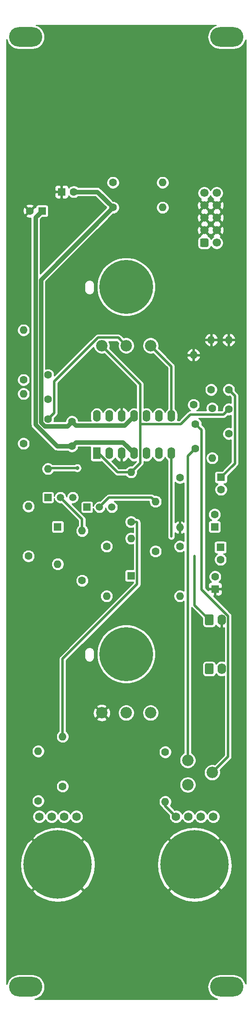
<source format=gbr>
G04 #@! TF.GenerationSoftware,KiCad,Pcbnew,5.1.9-73d0e3b20d~88~ubuntu20.10.1*
G04 #@! TF.CreationDate,2021-03-07T21:41:18+01:00*
G04 #@! TF.ProjectId,kosmo-spring-reverb-driver,6b6f736d-6f2d-4737-9072-696e672d7265,v1.0.1*
G04 #@! TF.SameCoordinates,Original*
G04 #@! TF.FileFunction,Copper,L2,Bot*
G04 #@! TF.FilePolarity,Positive*
%FSLAX46Y46*%
G04 Gerber Fmt 4.6, Leading zero omitted, Abs format (unit mm)*
G04 Created by KiCad (PCBNEW 5.1.9-73d0e3b20d~88~ubuntu20.10.1) date 2021-03-07 21:41:18*
%MOMM*%
%LPD*%
G01*
G04 APERTURE LIST*
G04 #@! TA.AperFunction,ComponentPad*
%ADD10C,11.000000*%
G04 #@! TD*
G04 #@! TA.AperFunction,ComponentPad*
%ADD11C,2.340000*%
G04 #@! TD*
G04 #@! TA.AperFunction,ComponentPad*
%ADD12C,1.600000*%
G04 #@! TD*
G04 #@! TA.AperFunction,ComponentPad*
%ADD13R,1.600000X1.600000*%
G04 #@! TD*
G04 #@! TA.AperFunction,ComponentPad*
%ADD14O,1.600000X1.600000*%
G04 #@! TD*
G04 #@! TA.AperFunction,ComponentPad*
%ADD15O,6.800000X4.000000*%
G04 #@! TD*
G04 #@! TA.AperFunction,ComponentPad*
%ADD16O,1.740000X2.190000*%
G04 #@! TD*
G04 #@! TA.AperFunction,ComponentPad*
%ADD17C,1.700000*%
G04 #@! TD*
G04 #@! TA.AperFunction,ComponentPad*
%ADD18C,1.750000*%
G04 #@! TD*
G04 #@! TA.AperFunction,ComponentPad*
%ADD19C,14.000000*%
G04 #@! TD*
G04 #@! TA.AperFunction,ComponentPad*
%ADD20O,1.600000X2.400000*%
G04 #@! TD*
G04 #@! TA.AperFunction,ComponentPad*
%ADD21R,1.600000X2.400000*%
G04 #@! TD*
G04 #@! TA.AperFunction,ComponentPad*
%ADD22R,1.500000X1.500000*%
G04 #@! TD*
G04 #@! TA.AperFunction,ComponentPad*
%ADD23C,1.500000*%
G04 #@! TD*
G04 #@! TA.AperFunction,ViaPad*
%ADD24C,0.508000*%
G04 #@! TD*
G04 #@! TA.AperFunction,ViaPad*
%ADD25C,0.800000*%
G04 #@! TD*
G04 #@! TA.AperFunction,Conductor*
%ADD26C,0.889000*%
G04 #@! TD*
G04 #@! TA.AperFunction,Conductor*
%ADD27C,0.508000*%
G04 #@! TD*
G04 #@! TA.AperFunction,Conductor*
%ADD28C,0.254000*%
G04 #@! TD*
G04 #@! TA.AperFunction,Conductor*
%ADD29C,0.100000*%
G04 #@! TD*
G04 APERTURE END LIST*
D10*
X107000000Y-166000000D03*
D11*
X112000000Y-178000000D03*
X107000000Y-178000000D03*
X102000000Y-178000000D03*
D10*
X107000000Y-91000000D03*
D11*
X112000000Y-103000000D03*
X107000000Y-103000000D03*
X102000000Y-103000000D03*
D12*
X126400000Y-132400000D03*
D13*
X126400000Y-129900000D03*
D12*
X125100000Y-137500000D03*
D13*
X125100000Y-140000000D03*
D14*
X120800000Y-104940000D03*
D12*
X120800000Y-115100000D03*
D14*
X124400000Y-101840000D03*
D12*
X124400000Y-112000000D03*
D11*
X119600000Y-187700000D03*
X124600000Y-190200000D03*
X119600000Y-192700000D03*
D15*
X127589155Y-39963207D03*
X127589155Y-233963207D03*
X86428796Y-39963034D03*
X86428796Y-233963034D03*
D14*
X115000000Y-196160000D03*
D12*
X115000000Y-186000000D03*
D16*
X126540000Y-159000000D03*
G04 #@! TA.AperFunction,ComponentPad*
G36*
G01*
X123130000Y-159845001D02*
X123130000Y-158154999D01*
G75*
G02*
X123379999Y-157905000I249999J0D01*
G01*
X124620001Y-157905000D01*
G75*
G02*
X124870000Y-158154999I0J-249999D01*
G01*
X124870000Y-159845001D01*
G75*
G02*
X124620001Y-160095000I-249999J0D01*
G01*
X123379999Y-160095000D01*
G75*
G02*
X123130000Y-159845001I0J249999D01*
G01*
G37*
G04 #@! TD.AperFunction*
X126540000Y-169000000D03*
G04 #@! TA.AperFunction,ComponentPad*
G36*
G01*
X123130000Y-169845001D02*
X123130000Y-168154999D01*
G75*
G02*
X123379999Y-167905000I249999J0D01*
G01*
X124620001Y-167905000D01*
G75*
G02*
X124870000Y-168154999I0J-249999D01*
G01*
X124870000Y-169845001D01*
G75*
G02*
X124620001Y-170095000I-249999J0D01*
G01*
X123379999Y-170095000D01*
G75*
G02*
X123130000Y-169845001I0J249999D01*
G01*
G37*
G04 #@! TD.AperFunction*
D12*
X125200000Y-150200000D03*
D13*
X125200000Y-152700000D03*
D12*
X126300000Y-146700000D03*
D13*
X126300000Y-144200000D03*
D12*
X96300000Y-71600000D03*
D13*
X93800000Y-71600000D03*
D12*
X87300000Y-75500000D03*
D13*
X89800000Y-75500000D03*
D17*
X125540000Y-71840000D03*
X125540000Y-74380000D03*
X125540000Y-76920000D03*
X125540000Y-79460000D03*
X125540000Y-82000000D03*
X123000000Y-71840000D03*
X123000000Y-74380000D03*
X123000000Y-76920000D03*
X123000000Y-79460000D03*
G04 #@! TA.AperFunction,ComponentPad*
G36*
G01*
X122150000Y-82600000D02*
X122150000Y-81400000D01*
G75*
G02*
X122400000Y-81150000I250000J0D01*
G01*
X123600000Y-81150000D01*
G75*
G02*
X123850000Y-81400000I0J-250000D01*
G01*
X123850000Y-82600000D01*
G75*
G02*
X123600000Y-82850000I-250000J0D01*
G01*
X122400000Y-82850000D01*
G75*
G02*
X122150000Y-82600000I0J250000D01*
G01*
G37*
G04 #@! TD.AperFunction*
D12*
X95913968Y-123536371D03*
X95913968Y-118536371D03*
X121200000Y-124000000D03*
X121200000Y-119000000D03*
X91000000Y-109000000D03*
X91000000Y-114000000D03*
X128000000Y-121000000D03*
X128000000Y-116000000D03*
D18*
X119750000Y-199205000D03*
X124830000Y-199205000D03*
X117210000Y-199205000D03*
X122290000Y-199205000D03*
D19*
X121000000Y-209000000D03*
D18*
X91750000Y-199205000D03*
X96830000Y-199205000D03*
X89210000Y-199205000D03*
X94290000Y-199205000D03*
D19*
X93000000Y-209000000D03*
D20*
X101000000Y-117380000D03*
X116240000Y-125000000D03*
X103540000Y-117380000D03*
X113700000Y-125000000D03*
X106080000Y-117380000D03*
X111160000Y-125000000D03*
X108620000Y-117380000D03*
X108620000Y-125000000D03*
X111160000Y-117380000D03*
X106080000Y-125000000D03*
X113700000Y-117380000D03*
X103540000Y-125000000D03*
X116240000Y-117380000D03*
D21*
X101000000Y-125000000D03*
D14*
X86000000Y-112840000D03*
D12*
X86000000Y-123000000D03*
D14*
X91000000Y-128160000D03*
D12*
X91000000Y-118000000D03*
D14*
X114460000Y-74800000D03*
D12*
X104300000Y-74800000D03*
D14*
X114460000Y-69700000D03*
D12*
X104300000Y-69700000D03*
D14*
X124600000Y-125960000D03*
D12*
X124600000Y-115800000D03*
D14*
X86000000Y-99840000D03*
D12*
X86000000Y-110000000D03*
D14*
X118000000Y-154160000D03*
D12*
X118000000Y-144000000D03*
D14*
X87000000Y-135840000D03*
D12*
X87000000Y-146000000D03*
D14*
X103000000Y-154160000D03*
D12*
X103000000Y-144000000D03*
D14*
X98000000Y-140840000D03*
D12*
X98000000Y-151000000D03*
D14*
X113000000Y-134840000D03*
D12*
X113000000Y-145000000D03*
D14*
X128000000Y-101840000D03*
D12*
X128000000Y-112000000D03*
D14*
X118000000Y-140160000D03*
D12*
X118000000Y-130000000D03*
D14*
X108000000Y-128840000D03*
D12*
X108000000Y-139000000D03*
D14*
X94000000Y-182840000D03*
D12*
X94000000Y-193000000D03*
D14*
X89000000Y-185840000D03*
D12*
X89000000Y-196000000D03*
D22*
X91000000Y-134000000D03*
D23*
X96080000Y-134000000D03*
X93540000Y-134000000D03*
D22*
X99000000Y-136000000D03*
D23*
X104080000Y-136000000D03*
X101540000Y-136000000D03*
D14*
X93000000Y-147620000D03*
D13*
X93000000Y-140000000D03*
D14*
X108000000Y-142380000D03*
D13*
X108000000Y-150000000D03*
D24*
X121000000Y-146000000D03*
D25*
X97000000Y-128000000D03*
D24*
X116240000Y-141960000D03*
D26*
X106356372Y-122736372D02*
X108620000Y-125000000D01*
X96713967Y-122736372D02*
X106356372Y-122736372D01*
X95913968Y-123536371D02*
X96713967Y-122736372D01*
D27*
X112200001Y-134040001D02*
X103499999Y-134040001D01*
X103499999Y-134040001D02*
X101540000Y-136000000D01*
X113000000Y-134840000D02*
X112200001Y-134040001D01*
D26*
X92858417Y-123536371D02*
X95913968Y-123536371D01*
X88466489Y-119144443D02*
X92858417Y-123536371D01*
X88466490Y-76833510D02*
X88466489Y-119144443D01*
X89800000Y-75500000D02*
X88466490Y-76833510D01*
X106663630Y-119336370D02*
X108620000Y-117380000D01*
X96713967Y-119336370D02*
X106663630Y-119336370D01*
X95913968Y-118536371D02*
X96713967Y-119336370D01*
D27*
X98000000Y-138460000D02*
X93540000Y-134000000D01*
X98000000Y-140840000D02*
X98000000Y-138460000D01*
D26*
X90306639Y-119444501D02*
X95005838Y-119444501D01*
X89555499Y-118693361D02*
X90306639Y-119444501D01*
X95005838Y-119444501D02*
X95913968Y-118536371D01*
X89555499Y-89544501D02*
X89555499Y-118693361D01*
X104300000Y-74800000D02*
X89555499Y-89544501D01*
X101100000Y-71600000D02*
X104300000Y-74800000D01*
X96300000Y-71600000D02*
X101100000Y-71600000D01*
D27*
X109131370Y-139000000D02*
X109254001Y-139122631D01*
X109254001Y-139122631D02*
X109254001Y-151745999D01*
X108000000Y-139000000D02*
X109131370Y-139000000D01*
X94000000Y-167000000D02*
X94000000Y-182840000D01*
X109254001Y-151745999D02*
X94000000Y-167000000D01*
X109874010Y-126965990D02*
X108000000Y-128840000D01*
X102000000Y-103000000D02*
X109874010Y-110874010D01*
X101366563Y-125000000D02*
X101000000Y-125000000D01*
X105206563Y-128840000D02*
X101366563Y-125000000D01*
X108000000Y-128840000D02*
X105206563Y-128840000D01*
X109874010Y-118874010D02*
X109874010Y-126965990D01*
X109874010Y-110874010D02*
X109874010Y-113874010D01*
X109874010Y-115825990D02*
X109874010Y-118874010D01*
X109874010Y-113874010D02*
X109874010Y-115825990D01*
X126945999Y-117054001D02*
X120145999Y-117054001D01*
X128000000Y-116000000D02*
X126945999Y-117054001D01*
X110034010Y-119034010D02*
X109874010Y-118874010D01*
X118165990Y-119034010D02*
X110034010Y-119034010D01*
X120145999Y-117054001D02*
X118165990Y-119034010D01*
X129254001Y-127045999D02*
X126400000Y-129900000D01*
X129254001Y-113254001D02*
X129254001Y-127045999D01*
X128000000Y-112000000D02*
X129254001Y-113254001D01*
X121000000Y-156000000D02*
X121000000Y-146000000D01*
X124000000Y-159000000D02*
X121000000Y-156000000D01*
X119600000Y-125600000D02*
X121200000Y-124000000D01*
X119600000Y-187700000D02*
X119600000Y-125600000D01*
X91160000Y-128000000D02*
X91000000Y-128160000D01*
X97000000Y-128000000D02*
X91160000Y-128000000D01*
X92254001Y-116745999D02*
X91000000Y-118000000D01*
X92254001Y-110342477D02*
X92254001Y-116745999D01*
X101220479Y-101375999D02*
X92254001Y-110342477D01*
X105375999Y-101375999D02*
X101220479Y-101375999D01*
X107000000Y-103000000D02*
X105375999Y-101375999D01*
X115000000Y-196995000D02*
X117210000Y-199205000D01*
X115000000Y-196160000D02*
X115000000Y-196995000D01*
X108000000Y-142855922D02*
X108000000Y-142380000D01*
X116240000Y-125000000D02*
X116240000Y-141960000D01*
X116240000Y-141960000D02*
X116240000Y-141960000D01*
X127864010Y-186935990D02*
X124600000Y-190200000D01*
X127864010Y-158226578D02*
X127864010Y-186935990D01*
X122454001Y-152816569D02*
X127864010Y-158226578D01*
X122454001Y-120254001D02*
X122454001Y-152816569D01*
X121200000Y-119000000D02*
X122454001Y-120254001D01*
X116240000Y-107240000D02*
X112000000Y-103000000D01*
X116240000Y-117380000D02*
X116240000Y-107240000D01*
D28*
X125217435Y-37617267D02*
X124778436Y-37851917D01*
X124393650Y-38167702D01*
X124077865Y-38552488D01*
X123843215Y-38991487D01*
X123698719Y-39467828D01*
X123649928Y-39963207D01*
X123698719Y-40458586D01*
X123843215Y-40934927D01*
X124077865Y-41373926D01*
X124393650Y-41758712D01*
X124778436Y-42074497D01*
X125217435Y-42309147D01*
X125693776Y-42453643D01*
X126065013Y-42490207D01*
X129113297Y-42490207D01*
X129484534Y-42453643D01*
X129960875Y-42309147D01*
X130399874Y-42074497D01*
X130784660Y-41758712D01*
X131100445Y-41373926D01*
X131335095Y-40934927D01*
X131448001Y-40562725D01*
X131448000Y-233363686D01*
X131335095Y-232991487D01*
X131100445Y-232552488D01*
X130784660Y-232167702D01*
X130399874Y-231851917D01*
X129960875Y-231617267D01*
X129484534Y-231472771D01*
X129113297Y-231436207D01*
X126065013Y-231436207D01*
X125693776Y-231472771D01*
X125217435Y-231617267D01*
X124778436Y-231851917D01*
X124393650Y-232167702D01*
X124077865Y-232552488D01*
X123843215Y-232991487D01*
X123698719Y-233467828D01*
X123649928Y-233963207D01*
X123698719Y-234458586D01*
X123843215Y-234934927D01*
X124077865Y-235373926D01*
X124393650Y-235758712D01*
X124778436Y-236074497D01*
X125217435Y-236309147D01*
X125675173Y-236448000D01*
X88342207Y-236448000D01*
X88800516Y-236308974D01*
X89239515Y-236074324D01*
X89624301Y-235758539D01*
X89940086Y-235373753D01*
X90174736Y-234934754D01*
X90319232Y-234458413D01*
X90368023Y-233963034D01*
X90319232Y-233467655D01*
X90174736Y-232991314D01*
X89940086Y-232552315D01*
X89624301Y-232167529D01*
X89239515Y-231851744D01*
X88800516Y-231617094D01*
X88324175Y-231472598D01*
X87952938Y-231436034D01*
X84904654Y-231436034D01*
X84533417Y-231472598D01*
X84057076Y-231617094D01*
X83618077Y-231851744D01*
X83233291Y-232167529D01*
X82917506Y-232552315D01*
X82682856Y-232991314D01*
X82552000Y-233422690D01*
X82552000Y-214401674D01*
X87777932Y-214401674D01*
X88593908Y-215280530D01*
X89903840Y-216019437D01*
X91332756Y-216488591D01*
X92825743Y-216669963D01*
X94325428Y-216556583D01*
X95774176Y-216152807D01*
X97116314Y-215474153D01*
X97406092Y-215280530D01*
X98222068Y-214401674D01*
X115777932Y-214401674D01*
X116593908Y-215280530D01*
X117903840Y-216019437D01*
X119332756Y-216488591D01*
X120825743Y-216669963D01*
X122325428Y-216556583D01*
X123774176Y-216152807D01*
X125116314Y-215474153D01*
X125406092Y-215280530D01*
X126222068Y-214401674D01*
X121000000Y-209179605D01*
X115777932Y-214401674D01*
X98222068Y-214401674D01*
X93000000Y-209179605D01*
X87777932Y-214401674D01*
X82552000Y-214401674D01*
X82552000Y-208825743D01*
X85330037Y-208825743D01*
X85443417Y-210325428D01*
X85847193Y-211774176D01*
X86525847Y-213116314D01*
X86719470Y-213406092D01*
X87598326Y-214222068D01*
X92820395Y-209000000D01*
X93179605Y-209000000D01*
X98401674Y-214222068D01*
X99280530Y-213406092D01*
X100019437Y-212096160D01*
X100488591Y-210667244D01*
X100669963Y-209174257D01*
X100643615Y-208825743D01*
X113330037Y-208825743D01*
X113443417Y-210325428D01*
X113847193Y-211774176D01*
X114525847Y-213116314D01*
X114719470Y-213406092D01*
X115598326Y-214222068D01*
X120820395Y-209000000D01*
X121179605Y-209000000D01*
X126401674Y-214222068D01*
X127280530Y-213406092D01*
X128019437Y-212096160D01*
X128488591Y-210667244D01*
X128669963Y-209174257D01*
X128556583Y-207674572D01*
X128152807Y-206225824D01*
X127474153Y-204883686D01*
X127280530Y-204593908D01*
X126401674Y-203777932D01*
X121179605Y-209000000D01*
X120820395Y-209000000D01*
X115598326Y-203777932D01*
X114719470Y-204593908D01*
X113980563Y-205903840D01*
X113511409Y-207332756D01*
X113330037Y-208825743D01*
X100643615Y-208825743D01*
X100556583Y-207674572D01*
X100152807Y-206225824D01*
X99474153Y-204883686D01*
X99280530Y-204593908D01*
X98401674Y-203777932D01*
X93179605Y-209000000D01*
X92820395Y-209000000D01*
X87598326Y-203777932D01*
X86719470Y-204593908D01*
X85980563Y-205903840D01*
X85511409Y-207332756D01*
X85330037Y-208825743D01*
X82552000Y-208825743D01*
X82552000Y-203598326D01*
X87777932Y-203598326D01*
X93000000Y-208820395D01*
X98222068Y-203598326D01*
X115777932Y-203598326D01*
X121000000Y-208820395D01*
X126222068Y-203598326D01*
X125406092Y-202719470D01*
X124096160Y-201980563D01*
X122667244Y-201511409D01*
X121174257Y-201330037D01*
X119674572Y-201443417D01*
X118225824Y-201847193D01*
X116883686Y-202525847D01*
X116593908Y-202719470D01*
X115777932Y-203598326D01*
X98222068Y-203598326D01*
X97406092Y-202719470D01*
X96096160Y-201980563D01*
X94667244Y-201511409D01*
X93174257Y-201330037D01*
X91674572Y-201443417D01*
X90225824Y-201847193D01*
X88883686Y-202525847D01*
X88593908Y-202719470D01*
X87777932Y-203598326D01*
X82552000Y-203598326D01*
X82552000Y-199066915D01*
X87808000Y-199066915D01*
X87808000Y-199343085D01*
X87861878Y-199613948D01*
X87967563Y-199869096D01*
X88120995Y-200098723D01*
X88316277Y-200294005D01*
X88545904Y-200447437D01*
X88801052Y-200553122D01*
X89071915Y-200607000D01*
X89348085Y-200607000D01*
X89618948Y-200553122D01*
X89874096Y-200447437D01*
X90103723Y-200294005D01*
X90299005Y-200098723D01*
X90452437Y-199869096D01*
X90480000Y-199802553D01*
X90507563Y-199869096D01*
X90660995Y-200098723D01*
X90856277Y-200294005D01*
X91085904Y-200447437D01*
X91341052Y-200553122D01*
X91611915Y-200607000D01*
X91888085Y-200607000D01*
X92158948Y-200553122D01*
X92414096Y-200447437D01*
X92643723Y-200294005D01*
X92839005Y-200098723D01*
X92992437Y-199869096D01*
X93020000Y-199802553D01*
X93047563Y-199869096D01*
X93200995Y-200098723D01*
X93396277Y-200294005D01*
X93625904Y-200447437D01*
X93881052Y-200553122D01*
X94151915Y-200607000D01*
X94428085Y-200607000D01*
X94698948Y-200553122D01*
X94954096Y-200447437D01*
X95183723Y-200294005D01*
X95379005Y-200098723D01*
X95532437Y-199869096D01*
X95560000Y-199802553D01*
X95587563Y-199869096D01*
X95740995Y-200098723D01*
X95936277Y-200294005D01*
X96165904Y-200447437D01*
X96421052Y-200553122D01*
X96691915Y-200607000D01*
X96968085Y-200607000D01*
X97238948Y-200553122D01*
X97494096Y-200447437D01*
X97723723Y-200294005D01*
X97919005Y-200098723D01*
X98072437Y-199869096D01*
X98178122Y-199613948D01*
X98232000Y-199343085D01*
X98232000Y-199066915D01*
X98178122Y-198796052D01*
X98072437Y-198540904D01*
X97919005Y-198311277D01*
X97723723Y-198115995D01*
X97494096Y-197962563D01*
X97238948Y-197856878D01*
X96968085Y-197803000D01*
X96691915Y-197803000D01*
X96421052Y-197856878D01*
X96165904Y-197962563D01*
X95936277Y-198115995D01*
X95740995Y-198311277D01*
X95587563Y-198540904D01*
X95560000Y-198607447D01*
X95532437Y-198540904D01*
X95379005Y-198311277D01*
X95183723Y-198115995D01*
X94954096Y-197962563D01*
X94698948Y-197856878D01*
X94428085Y-197803000D01*
X94151915Y-197803000D01*
X93881052Y-197856878D01*
X93625904Y-197962563D01*
X93396277Y-198115995D01*
X93200995Y-198311277D01*
X93047563Y-198540904D01*
X93020000Y-198607447D01*
X92992437Y-198540904D01*
X92839005Y-198311277D01*
X92643723Y-198115995D01*
X92414096Y-197962563D01*
X92158948Y-197856878D01*
X91888085Y-197803000D01*
X91611915Y-197803000D01*
X91341052Y-197856878D01*
X91085904Y-197962563D01*
X90856277Y-198115995D01*
X90660995Y-198311277D01*
X90507563Y-198540904D01*
X90480000Y-198607447D01*
X90452437Y-198540904D01*
X90299005Y-198311277D01*
X90103723Y-198115995D01*
X89874096Y-197962563D01*
X89618948Y-197856878D01*
X89348085Y-197803000D01*
X89071915Y-197803000D01*
X88801052Y-197856878D01*
X88545904Y-197962563D01*
X88316277Y-198115995D01*
X88120995Y-198311277D01*
X87967563Y-198540904D01*
X87861878Y-198796052D01*
X87808000Y-199066915D01*
X82552000Y-199066915D01*
X82552000Y-195869302D01*
X87673000Y-195869302D01*
X87673000Y-196130698D01*
X87723996Y-196387072D01*
X87824028Y-196628570D01*
X87969252Y-196845913D01*
X88154087Y-197030748D01*
X88371430Y-197175972D01*
X88612928Y-197276004D01*
X88869302Y-197327000D01*
X89130698Y-197327000D01*
X89387072Y-197276004D01*
X89628570Y-197175972D01*
X89845913Y-197030748D01*
X90030748Y-196845913D01*
X90175972Y-196628570D01*
X90276004Y-196387072D01*
X90327000Y-196130698D01*
X90327000Y-196029302D01*
X113673000Y-196029302D01*
X113673000Y-196290698D01*
X113723996Y-196547072D01*
X113824028Y-196788570D01*
X113969252Y-197005913D01*
X114154087Y-197190748D01*
X114265902Y-197265461D01*
X114274960Y-197295320D01*
X114347481Y-197430999D01*
X114420625Y-197520125D01*
X114445079Y-197549922D01*
X114474874Y-197574374D01*
X115834449Y-198933949D01*
X115808000Y-199066915D01*
X115808000Y-199343085D01*
X115861878Y-199613948D01*
X115967563Y-199869096D01*
X116120995Y-200098723D01*
X116316277Y-200294005D01*
X116545904Y-200447437D01*
X116801052Y-200553122D01*
X117071915Y-200607000D01*
X117348085Y-200607000D01*
X117618948Y-200553122D01*
X117874096Y-200447437D01*
X118103723Y-200294005D01*
X118299005Y-200098723D01*
X118452437Y-199869096D01*
X118480000Y-199802553D01*
X118507563Y-199869096D01*
X118660995Y-200098723D01*
X118856277Y-200294005D01*
X119085904Y-200447437D01*
X119341052Y-200553122D01*
X119611915Y-200607000D01*
X119888085Y-200607000D01*
X120158948Y-200553122D01*
X120414096Y-200447437D01*
X120643723Y-200294005D01*
X120839005Y-200098723D01*
X120992437Y-199869096D01*
X121020000Y-199802553D01*
X121047563Y-199869096D01*
X121200995Y-200098723D01*
X121396277Y-200294005D01*
X121625904Y-200447437D01*
X121881052Y-200553122D01*
X122151915Y-200607000D01*
X122428085Y-200607000D01*
X122698948Y-200553122D01*
X122954096Y-200447437D01*
X123183723Y-200294005D01*
X123379005Y-200098723D01*
X123532437Y-199869096D01*
X123560000Y-199802553D01*
X123587563Y-199869096D01*
X123740995Y-200098723D01*
X123936277Y-200294005D01*
X124165904Y-200447437D01*
X124421052Y-200553122D01*
X124691915Y-200607000D01*
X124968085Y-200607000D01*
X125238948Y-200553122D01*
X125494096Y-200447437D01*
X125723723Y-200294005D01*
X125919005Y-200098723D01*
X126072437Y-199869096D01*
X126178122Y-199613948D01*
X126232000Y-199343085D01*
X126232000Y-199066915D01*
X126178122Y-198796052D01*
X126072437Y-198540904D01*
X125919005Y-198311277D01*
X125723723Y-198115995D01*
X125494096Y-197962563D01*
X125238948Y-197856878D01*
X124968085Y-197803000D01*
X124691915Y-197803000D01*
X124421052Y-197856878D01*
X124165904Y-197962563D01*
X123936277Y-198115995D01*
X123740995Y-198311277D01*
X123587563Y-198540904D01*
X123560000Y-198607447D01*
X123532437Y-198540904D01*
X123379005Y-198311277D01*
X123183723Y-198115995D01*
X122954096Y-197962563D01*
X122698948Y-197856878D01*
X122428085Y-197803000D01*
X122151915Y-197803000D01*
X121881052Y-197856878D01*
X121625904Y-197962563D01*
X121396277Y-198115995D01*
X121200995Y-198311277D01*
X121047563Y-198540904D01*
X121020000Y-198607447D01*
X120992437Y-198540904D01*
X120839005Y-198311277D01*
X120643723Y-198115995D01*
X120414096Y-197962563D01*
X120158948Y-197856878D01*
X119888085Y-197803000D01*
X119611915Y-197803000D01*
X119341052Y-197856878D01*
X119085904Y-197962563D01*
X118856277Y-198115995D01*
X118660995Y-198311277D01*
X118507563Y-198540904D01*
X118480000Y-198607447D01*
X118452437Y-198540904D01*
X118299005Y-198311277D01*
X118103723Y-198115995D01*
X117874096Y-197962563D01*
X117618948Y-197856878D01*
X117348085Y-197803000D01*
X117071915Y-197803000D01*
X116938949Y-197829449D01*
X116064660Y-196955160D01*
X116175972Y-196788570D01*
X116276004Y-196547072D01*
X116327000Y-196290698D01*
X116327000Y-196029302D01*
X116276004Y-195772928D01*
X116175972Y-195531430D01*
X116030748Y-195314087D01*
X115845913Y-195129252D01*
X115628570Y-194984028D01*
X115387072Y-194883996D01*
X115130698Y-194833000D01*
X114869302Y-194833000D01*
X114612928Y-194883996D01*
X114371430Y-194984028D01*
X114154087Y-195129252D01*
X113969252Y-195314087D01*
X113824028Y-195531430D01*
X113723996Y-195772928D01*
X113673000Y-196029302D01*
X90327000Y-196029302D01*
X90327000Y-195869302D01*
X90276004Y-195612928D01*
X90175972Y-195371430D01*
X90030748Y-195154087D01*
X89845913Y-194969252D01*
X89628570Y-194824028D01*
X89387072Y-194723996D01*
X89130698Y-194673000D01*
X88869302Y-194673000D01*
X88612928Y-194723996D01*
X88371430Y-194824028D01*
X88154087Y-194969252D01*
X87969252Y-195154087D01*
X87824028Y-195371430D01*
X87723996Y-195612928D01*
X87673000Y-195869302D01*
X82552000Y-195869302D01*
X82552000Y-192869302D01*
X92673000Y-192869302D01*
X92673000Y-193130698D01*
X92723996Y-193387072D01*
X92824028Y-193628570D01*
X92969252Y-193845913D01*
X93154087Y-194030748D01*
X93371430Y-194175972D01*
X93612928Y-194276004D01*
X93869302Y-194327000D01*
X94130698Y-194327000D01*
X94387072Y-194276004D01*
X94628570Y-194175972D01*
X94845913Y-194030748D01*
X95030748Y-193845913D01*
X95175972Y-193628570D01*
X95276004Y-193387072D01*
X95327000Y-193130698D01*
X95327000Y-192869302D01*
X95276004Y-192612928D01*
X95242839Y-192532860D01*
X117903000Y-192532860D01*
X117903000Y-192867140D01*
X117968215Y-193194997D01*
X118096138Y-193503831D01*
X118281854Y-193781774D01*
X118518226Y-194018146D01*
X118796169Y-194203862D01*
X119105003Y-194331785D01*
X119432860Y-194397000D01*
X119767140Y-194397000D01*
X120094997Y-194331785D01*
X120403831Y-194203862D01*
X120681774Y-194018146D01*
X120918146Y-193781774D01*
X121103862Y-193503831D01*
X121231785Y-193194997D01*
X121297000Y-192867140D01*
X121297000Y-192532860D01*
X121231785Y-192205003D01*
X121103862Y-191896169D01*
X120918146Y-191618226D01*
X120681774Y-191381854D01*
X120403831Y-191196138D01*
X120094997Y-191068215D01*
X119767140Y-191003000D01*
X119432860Y-191003000D01*
X119105003Y-191068215D01*
X118796169Y-191196138D01*
X118518226Y-191381854D01*
X118281854Y-191618226D01*
X118096138Y-191896169D01*
X117968215Y-192205003D01*
X117903000Y-192532860D01*
X95242839Y-192532860D01*
X95175972Y-192371430D01*
X95030748Y-192154087D01*
X94845913Y-191969252D01*
X94628570Y-191824028D01*
X94387072Y-191723996D01*
X94130698Y-191673000D01*
X93869302Y-191673000D01*
X93612928Y-191723996D01*
X93371430Y-191824028D01*
X93154087Y-191969252D01*
X92969252Y-192154087D01*
X92824028Y-192371430D01*
X92723996Y-192612928D01*
X92673000Y-192869302D01*
X82552000Y-192869302D01*
X82552000Y-185709302D01*
X87673000Y-185709302D01*
X87673000Y-185970698D01*
X87723996Y-186227072D01*
X87824028Y-186468570D01*
X87969252Y-186685913D01*
X88154087Y-186870748D01*
X88371430Y-187015972D01*
X88612928Y-187116004D01*
X88869302Y-187167000D01*
X89130698Y-187167000D01*
X89387072Y-187116004D01*
X89628570Y-187015972D01*
X89845913Y-186870748D01*
X90030748Y-186685913D01*
X90175972Y-186468570D01*
X90276004Y-186227072D01*
X90327000Y-185970698D01*
X90327000Y-185869302D01*
X113673000Y-185869302D01*
X113673000Y-186130698D01*
X113723996Y-186387072D01*
X113824028Y-186628570D01*
X113969252Y-186845913D01*
X114154087Y-187030748D01*
X114371430Y-187175972D01*
X114612928Y-187276004D01*
X114869302Y-187327000D01*
X115130698Y-187327000D01*
X115387072Y-187276004D01*
X115628570Y-187175972D01*
X115845913Y-187030748D01*
X116030748Y-186845913D01*
X116175972Y-186628570D01*
X116276004Y-186387072D01*
X116327000Y-186130698D01*
X116327000Y-185869302D01*
X116276004Y-185612928D01*
X116175972Y-185371430D01*
X116030748Y-185154087D01*
X115845913Y-184969252D01*
X115628570Y-184824028D01*
X115387072Y-184723996D01*
X115130698Y-184673000D01*
X114869302Y-184673000D01*
X114612928Y-184723996D01*
X114371430Y-184824028D01*
X114154087Y-184969252D01*
X113969252Y-185154087D01*
X113824028Y-185371430D01*
X113723996Y-185612928D01*
X113673000Y-185869302D01*
X90327000Y-185869302D01*
X90327000Y-185709302D01*
X90276004Y-185452928D01*
X90175972Y-185211430D01*
X90030748Y-184994087D01*
X89845913Y-184809252D01*
X89628570Y-184664028D01*
X89387072Y-184563996D01*
X89130698Y-184513000D01*
X88869302Y-184513000D01*
X88612928Y-184563996D01*
X88371430Y-184664028D01*
X88154087Y-184809252D01*
X87969252Y-184994087D01*
X87824028Y-185211430D01*
X87723996Y-185452928D01*
X87673000Y-185709302D01*
X82552000Y-185709302D01*
X82552000Y-182709302D01*
X92673000Y-182709302D01*
X92673000Y-182970698D01*
X92723996Y-183227072D01*
X92824028Y-183468570D01*
X92969252Y-183685913D01*
X93154087Y-183870748D01*
X93371430Y-184015972D01*
X93612928Y-184116004D01*
X93869302Y-184167000D01*
X94130698Y-184167000D01*
X94387072Y-184116004D01*
X94628570Y-184015972D01*
X94845913Y-183870748D01*
X95030748Y-183685913D01*
X95175972Y-183468570D01*
X95276004Y-183227072D01*
X95327000Y-182970698D01*
X95327000Y-182709302D01*
X95276004Y-182452928D01*
X95175972Y-182211430D01*
X95030748Y-181994087D01*
X94845913Y-181809252D01*
X94781000Y-181765879D01*
X94781000Y-179256602D01*
X100923003Y-179256602D01*
X101039275Y-179538389D01*
X101357860Y-179696257D01*
X101701122Y-179788938D01*
X102055869Y-179812873D01*
X102408470Y-179767139D01*
X102745373Y-179653495D01*
X102960725Y-179538389D01*
X103076997Y-179256602D01*
X102000000Y-178179605D01*
X100923003Y-179256602D01*
X94781000Y-179256602D01*
X94781000Y-178055869D01*
X100187127Y-178055869D01*
X100232861Y-178408470D01*
X100346505Y-178745373D01*
X100461611Y-178960725D01*
X100743398Y-179076997D01*
X101820395Y-178000000D01*
X102179605Y-178000000D01*
X103256602Y-179076997D01*
X103538389Y-178960725D01*
X103696257Y-178642140D01*
X103788938Y-178298878D01*
X103812873Y-177944131D01*
X103798441Y-177832860D01*
X105303000Y-177832860D01*
X105303000Y-178167140D01*
X105368215Y-178494997D01*
X105496138Y-178803831D01*
X105681854Y-179081774D01*
X105918226Y-179318146D01*
X106196169Y-179503862D01*
X106505003Y-179631785D01*
X106832860Y-179697000D01*
X107167140Y-179697000D01*
X107494997Y-179631785D01*
X107803831Y-179503862D01*
X108081774Y-179318146D01*
X108318146Y-179081774D01*
X108503862Y-178803831D01*
X108631785Y-178494997D01*
X108697000Y-178167140D01*
X108697000Y-177832860D01*
X110303000Y-177832860D01*
X110303000Y-178167140D01*
X110368215Y-178494997D01*
X110496138Y-178803831D01*
X110681854Y-179081774D01*
X110918226Y-179318146D01*
X111196169Y-179503862D01*
X111505003Y-179631785D01*
X111832860Y-179697000D01*
X112167140Y-179697000D01*
X112494997Y-179631785D01*
X112803831Y-179503862D01*
X113081774Y-179318146D01*
X113318146Y-179081774D01*
X113503862Y-178803831D01*
X113631785Y-178494997D01*
X113697000Y-178167140D01*
X113697000Y-177832860D01*
X113631785Y-177505003D01*
X113503862Y-177196169D01*
X113318146Y-176918226D01*
X113081774Y-176681854D01*
X112803831Y-176496138D01*
X112494997Y-176368215D01*
X112167140Y-176303000D01*
X111832860Y-176303000D01*
X111505003Y-176368215D01*
X111196169Y-176496138D01*
X110918226Y-176681854D01*
X110681854Y-176918226D01*
X110496138Y-177196169D01*
X110368215Y-177505003D01*
X110303000Y-177832860D01*
X108697000Y-177832860D01*
X108631785Y-177505003D01*
X108503862Y-177196169D01*
X108318146Y-176918226D01*
X108081774Y-176681854D01*
X107803831Y-176496138D01*
X107494997Y-176368215D01*
X107167140Y-176303000D01*
X106832860Y-176303000D01*
X106505003Y-176368215D01*
X106196169Y-176496138D01*
X105918226Y-176681854D01*
X105681854Y-176918226D01*
X105496138Y-177196169D01*
X105368215Y-177505003D01*
X105303000Y-177832860D01*
X103798441Y-177832860D01*
X103767139Y-177591530D01*
X103653495Y-177254627D01*
X103538389Y-177039275D01*
X103256602Y-176923003D01*
X102179605Y-178000000D01*
X101820395Y-178000000D01*
X100743398Y-176923003D01*
X100461611Y-177039275D01*
X100303743Y-177357860D01*
X100211062Y-177701122D01*
X100187127Y-178055869D01*
X94781000Y-178055869D01*
X94781000Y-176743398D01*
X100923003Y-176743398D01*
X102000000Y-177820395D01*
X103076997Y-176743398D01*
X102960725Y-176461611D01*
X102642140Y-176303743D01*
X102298878Y-176211062D01*
X101944131Y-176187127D01*
X101591530Y-176232861D01*
X101254627Y-176346505D01*
X101039275Y-176461611D01*
X100923003Y-176743398D01*
X94781000Y-176743398D01*
X94781000Y-167323500D01*
X96554950Y-165549550D01*
X98473000Y-165549550D01*
X98473001Y-166650451D01*
X98487861Y-166801327D01*
X98546586Y-166994917D01*
X98641950Y-167173331D01*
X98770289Y-167329712D01*
X98926670Y-167458051D01*
X99105084Y-167553415D01*
X99298674Y-167612140D01*
X99500000Y-167631969D01*
X99701327Y-167612140D01*
X99894917Y-167553415D01*
X100073331Y-167458051D01*
X100229712Y-167329712D01*
X100358051Y-167173331D01*
X100453415Y-166994917D01*
X100512140Y-166801327D01*
X100527000Y-166650451D01*
X100527000Y-165549549D01*
X100512901Y-165406392D01*
X100973000Y-165406392D01*
X100973000Y-166593608D01*
X101204614Y-167758011D01*
X101658942Y-168854855D01*
X102318523Y-169841989D01*
X103158011Y-170681477D01*
X104145145Y-171341058D01*
X105241989Y-171795386D01*
X106406392Y-172027000D01*
X107593608Y-172027000D01*
X108758011Y-171795386D01*
X109854855Y-171341058D01*
X110841989Y-170681477D01*
X111681477Y-169841989D01*
X112341058Y-168854855D01*
X112795386Y-167758011D01*
X113027000Y-166593608D01*
X113027000Y-165406392D01*
X112795386Y-164241989D01*
X112341058Y-163145145D01*
X111681477Y-162158011D01*
X110841989Y-161318523D01*
X109854855Y-160658942D01*
X108758011Y-160204614D01*
X107593608Y-159973000D01*
X106406392Y-159973000D01*
X105241989Y-160204614D01*
X104145145Y-160658942D01*
X103158011Y-161318523D01*
X102318523Y-162158011D01*
X101658942Y-163145145D01*
X101204614Y-164241989D01*
X100973000Y-165406392D01*
X100512901Y-165406392D01*
X100512140Y-165398673D01*
X100453415Y-165205083D01*
X100358051Y-165026669D01*
X100229712Y-164870288D01*
X100073331Y-164741949D01*
X99894916Y-164646585D01*
X99701326Y-164587860D01*
X99500000Y-164568031D01*
X99298673Y-164587860D01*
X99105083Y-164646585D01*
X98926669Y-164741949D01*
X98770288Y-164870288D01*
X98641949Y-165026669D01*
X98546585Y-165205084D01*
X98487860Y-165398674D01*
X98473000Y-165549550D01*
X96554950Y-165549550D01*
X109779123Y-152325377D01*
X109808923Y-152300921D01*
X109869457Y-152227159D01*
X109906520Y-152181999D01*
X109979041Y-152046321D01*
X109983765Y-152030748D01*
X110023700Y-151899102D01*
X110035001Y-151784359D01*
X110035001Y-151784357D01*
X110038779Y-151746000D01*
X110035001Y-151707643D01*
X110035001Y-144869302D01*
X111673000Y-144869302D01*
X111673000Y-145130698D01*
X111723996Y-145387072D01*
X111824028Y-145628570D01*
X111969252Y-145845913D01*
X112154087Y-146030748D01*
X112371430Y-146175972D01*
X112612928Y-146276004D01*
X112869302Y-146327000D01*
X113130698Y-146327000D01*
X113387072Y-146276004D01*
X113628570Y-146175972D01*
X113845913Y-146030748D01*
X114030748Y-145845913D01*
X114175972Y-145628570D01*
X114276004Y-145387072D01*
X114327000Y-145130698D01*
X114327000Y-144869302D01*
X114276004Y-144612928D01*
X114175972Y-144371430D01*
X114030748Y-144154087D01*
X113845913Y-143969252D01*
X113628570Y-143824028D01*
X113387072Y-143723996D01*
X113130698Y-143673000D01*
X112869302Y-143673000D01*
X112612928Y-143723996D01*
X112371430Y-143824028D01*
X112154087Y-143969252D01*
X111969252Y-144154087D01*
X111824028Y-144371430D01*
X111723996Y-144612928D01*
X111673000Y-144869302D01*
X110035001Y-144869302D01*
X110035001Y-139160979D01*
X110038778Y-139122630D01*
X110035001Y-139084281D01*
X110035001Y-139084271D01*
X110023700Y-138969528D01*
X109979041Y-138822309D01*
X109906520Y-138686632D01*
X109808923Y-138567709D01*
X109779124Y-138543254D01*
X109710748Y-138474878D01*
X109686292Y-138445078D01*
X109567369Y-138347481D01*
X109431692Y-138274960D01*
X109284473Y-138230301D01*
X109169730Y-138219000D01*
X109169727Y-138219000D01*
X109131370Y-138215222D01*
X109093013Y-138219000D01*
X109074121Y-138219000D01*
X109030748Y-138154087D01*
X108845913Y-137969252D01*
X108628570Y-137824028D01*
X108387072Y-137723996D01*
X108130698Y-137673000D01*
X107869302Y-137673000D01*
X107612928Y-137723996D01*
X107371430Y-137824028D01*
X107154087Y-137969252D01*
X106969252Y-138154087D01*
X106824028Y-138371430D01*
X106723996Y-138612928D01*
X106673000Y-138869302D01*
X106673000Y-139130698D01*
X106723996Y-139387072D01*
X106824028Y-139628570D01*
X106969252Y-139845913D01*
X107154087Y-140030748D01*
X107371430Y-140175972D01*
X107612928Y-140276004D01*
X107869302Y-140327000D01*
X108130698Y-140327000D01*
X108387072Y-140276004D01*
X108473001Y-140240411D01*
X108473001Y-141139589D01*
X108387072Y-141103996D01*
X108130698Y-141053000D01*
X107869302Y-141053000D01*
X107612928Y-141103996D01*
X107371430Y-141204028D01*
X107154087Y-141349252D01*
X106969252Y-141534087D01*
X106824028Y-141751430D01*
X106723996Y-141992928D01*
X106673000Y-142249302D01*
X106673000Y-142510698D01*
X106723996Y-142767072D01*
X106824028Y-143008570D01*
X106969252Y-143225913D01*
X107154087Y-143410748D01*
X107371430Y-143555972D01*
X107612928Y-143656004D01*
X107869302Y-143707000D01*
X108130698Y-143707000D01*
X108387072Y-143656004D01*
X108473001Y-143620411D01*
X108473002Y-148670451D01*
X107200000Y-148670451D01*
X107096690Y-148680626D01*
X106997350Y-148710761D01*
X106905798Y-148759696D01*
X106825552Y-148825552D01*
X106759696Y-148905798D01*
X106710761Y-148997350D01*
X106680626Y-149096690D01*
X106670451Y-149200000D01*
X106670451Y-150800000D01*
X106680626Y-150903310D01*
X106710761Y-151002650D01*
X106759696Y-151094202D01*
X106825552Y-151174448D01*
X106905798Y-151240304D01*
X106997350Y-151289239D01*
X107096690Y-151319374D01*
X107200000Y-151329549D01*
X108473002Y-151329549D01*
X108473002Y-151422498D01*
X93474878Y-166420622D01*
X93445078Y-166445078D01*
X93420625Y-166474875D01*
X93347481Y-166564001D01*
X93331656Y-166593608D01*
X93274960Y-166699679D01*
X93230301Y-166846898D01*
X93219000Y-166961640D01*
X93215222Y-167000000D01*
X93219000Y-167038357D01*
X93219001Y-181765878D01*
X93154087Y-181809252D01*
X92969252Y-181994087D01*
X92824028Y-182211430D01*
X92723996Y-182452928D01*
X92673000Y-182709302D01*
X82552000Y-182709302D01*
X82552000Y-154029302D01*
X101673000Y-154029302D01*
X101673000Y-154290698D01*
X101723996Y-154547072D01*
X101824028Y-154788570D01*
X101969252Y-155005913D01*
X102154087Y-155190748D01*
X102371430Y-155335972D01*
X102612928Y-155436004D01*
X102869302Y-155487000D01*
X103130698Y-155487000D01*
X103387072Y-155436004D01*
X103628570Y-155335972D01*
X103845913Y-155190748D01*
X104030748Y-155005913D01*
X104175972Y-154788570D01*
X104276004Y-154547072D01*
X104327000Y-154290698D01*
X104327000Y-154029302D01*
X104276004Y-153772928D01*
X104175972Y-153531430D01*
X104030748Y-153314087D01*
X103845913Y-153129252D01*
X103628570Y-152984028D01*
X103387072Y-152883996D01*
X103130698Y-152833000D01*
X102869302Y-152833000D01*
X102612928Y-152883996D01*
X102371430Y-152984028D01*
X102154087Y-153129252D01*
X101969252Y-153314087D01*
X101824028Y-153531430D01*
X101723996Y-153772928D01*
X101673000Y-154029302D01*
X82552000Y-154029302D01*
X82552000Y-150869302D01*
X96673000Y-150869302D01*
X96673000Y-151130698D01*
X96723996Y-151387072D01*
X96824028Y-151628570D01*
X96969252Y-151845913D01*
X97154087Y-152030748D01*
X97371430Y-152175972D01*
X97612928Y-152276004D01*
X97869302Y-152327000D01*
X98130698Y-152327000D01*
X98387072Y-152276004D01*
X98628570Y-152175972D01*
X98845913Y-152030748D01*
X99030748Y-151845913D01*
X99175972Y-151628570D01*
X99276004Y-151387072D01*
X99327000Y-151130698D01*
X99327000Y-150869302D01*
X99276004Y-150612928D01*
X99175972Y-150371430D01*
X99030748Y-150154087D01*
X98845913Y-149969252D01*
X98628570Y-149824028D01*
X98387072Y-149723996D01*
X98130698Y-149673000D01*
X97869302Y-149673000D01*
X97612928Y-149723996D01*
X97371430Y-149824028D01*
X97154087Y-149969252D01*
X96969252Y-150154087D01*
X96824028Y-150371430D01*
X96723996Y-150612928D01*
X96673000Y-150869302D01*
X82552000Y-150869302D01*
X82552000Y-147489302D01*
X91673000Y-147489302D01*
X91673000Y-147750698D01*
X91723996Y-148007072D01*
X91824028Y-148248570D01*
X91969252Y-148465913D01*
X92154087Y-148650748D01*
X92371430Y-148795972D01*
X92612928Y-148896004D01*
X92869302Y-148947000D01*
X93130698Y-148947000D01*
X93387072Y-148896004D01*
X93628570Y-148795972D01*
X93845913Y-148650748D01*
X94030748Y-148465913D01*
X94175972Y-148248570D01*
X94276004Y-148007072D01*
X94327000Y-147750698D01*
X94327000Y-147489302D01*
X94276004Y-147232928D01*
X94175972Y-146991430D01*
X94030748Y-146774087D01*
X93845913Y-146589252D01*
X93628570Y-146444028D01*
X93387072Y-146343996D01*
X93130698Y-146293000D01*
X92869302Y-146293000D01*
X92612928Y-146343996D01*
X92371430Y-146444028D01*
X92154087Y-146589252D01*
X91969252Y-146774087D01*
X91824028Y-146991430D01*
X91723996Y-147232928D01*
X91673000Y-147489302D01*
X82552000Y-147489302D01*
X82552000Y-145869302D01*
X85673000Y-145869302D01*
X85673000Y-146130698D01*
X85723996Y-146387072D01*
X85824028Y-146628570D01*
X85969252Y-146845913D01*
X86154087Y-147030748D01*
X86371430Y-147175972D01*
X86612928Y-147276004D01*
X86869302Y-147327000D01*
X87130698Y-147327000D01*
X87387072Y-147276004D01*
X87628570Y-147175972D01*
X87845913Y-147030748D01*
X88030748Y-146845913D01*
X88175972Y-146628570D01*
X88276004Y-146387072D01*
X88327000Y-146130698D01*
X88327000Y-145869302D01*
X88276004Y-145612928D01*
X88175972Y-145371430D01*
X88030748Y-145154087D01*
X87845913Y-144969252D01*
X87628570Y-144824028D01*
X87387072Y-144723996D01*
X87130698Y-144673000D01*
X86869302Y-144673000D01*
X86612928Y-144723996D01*
X86371430Y-144824028D01*
X86154087Y-144969252D01*
X85969252Y-145154087D01*
X85824028Y-145371430D01*
X85723996Y-145612928D01*
X85673000Y-145869302D01*
X82552000Y-145869302D01*
X82552000Y-143869302D01*
X101673000Y-143869302D01*
X101673000Y-144130698D01*
X101723996Y-144387072D01*
X101824028Y-144628570D01*
X101969252Y-144845913D01*
X102154087Y-145030748D01*
X102371430Y-145175972D01*
X102612928Y-145276004D01*
X102869302Y-145327000D01*
X103130698Y-145327000D01*
X103387072Y-145276004D01*
X103628570Y-145175972D01*
X103845913Y-145030748D01*
X104030748Y-144845913D01*
X104175972Y-144628570D01*
X104276004Y-144387072D01*
X104327000Y-144130698D01*
X104327000Y-143869302D01*
X104276004Y-143612928D01*
X104175972Y-143371430D01*
X104030748Y-143154087D01*
X103845913Y-142969252D01*
X103628570Y-142824028D01*
X103387072Y-142723996D01*
X103130698Y-142673000D01*
X102869302Y-142673000D01*
X102612928Y-142723996D01*
X102371430Y-142824028D01*
X102154087Y-142969252D01*
X101969252Y-143154087D01*
X101824028Y-143371430D01*
X101723996Y-143612928D01*
X101673000Y-143869302D01*
X82552000Y-143869302D01*
X82552000Y-139200000D01*
X91670451Y-139200000D01*
X91670451Y-140800000D01*
X91680626Y-140903310D01*
X91710761Y-141002650D01*
X91759696Y-141094202D01*
X91825552Y-141174448D01*
X91905798Y-141240304D01*
X91997350Y-141289239D01*
X92096690Y-141319374D01*
X92200000Y-141329549D01*
X93800000Y-141329549D01*
X93903310Y-141319374D01*
X94002650Y-141289239D01*
X94094202Y-141240304D01*
X94174448Y-141174448D01*
X94240304Y-141094202D01*
X94289239Y-141002650D01*
X94319374Y-140903310D01*
X94329549Y-140800000D01*
X94329549Y-139200000D01*
X94319374Y-139096690D01*
X94289239Y-138997350D01*
X94240304Y-138905798D01*
X94174448Y-138825552D01*
X94094202Y-138759696D01*
X94002650Y-138710761D01*
X93903310Y-138680626D01*
X93800000Y-138670451D01*
X92200000Y-138670451D01*
X92096690Y-138680626D01*
X91997350Y-138710761D01*
X91905798Y-138759696D01*
X91825552Y-138825552D01*
X91759696Y-138905798D01*
X91710761Y-138997350D01*
X91680626Y-139096690D01*
X91670451Y-139200000D01*
X82552000Y-139200000D01*
X82552000Y-135709302D01*
X85673000Y-135709302D01*
X85673000Y-135970698D01*
X85723996Y-136227072D01*
X85824028Y-136468570D01*
X85969252Y-136685913D01*
X86154087Y-136870748D01*
X86371430Y-137015972D01*
X86612928Y-137116004D01*
X86869302Y-137167000D01*
X87130698Y-137167000D01*
X87387072Y-137116004D01*
X87628570Y-137015972D01*
X87845913Y-136870748D01*
X88030748Y-136685913D01*
X88175972Y-136468570D01*
X88276004Y-136227072D01*
X88327000Y-135970698D01*
X88327000Y-135709302D01*
X88276004Y-135452928D01*
X88175972Y-135211430D01*
X88030748Y-134994087D01*
X87845913Y-134809252D01*
X87628570Y-134664028D01*
X87387072Y-134563996D01*
X87130698Y-134513000D01*
X86869302Y-134513000D01*
X86612928Y-134563996D01*
X86371430Y-134664028D01*
X86154087Y-134809252D01*
X85969252Y-134994087D01*
X85824028Y-135211430D01*
X85723996Y-135452928D01*
X85673000Y-135709302D01*
X82552000Y-135709302D01*
X82552000Y-133250000D01*
X89720451Y-133250000D01*
X89720451Y-134750000D01*
X89730626Y-134853310D01*
X89760761Y-134952650D01*
X89809696Y-135044202D01*
X89875552Y-135124448D01*
X89955798Y-135190304D01*
X90047350Y-135239239D01*
X90146690Y-135269374D01*
X90250000Y-135279549D01*
X91750000Y-135279549D01*
X91853310Y-135269374D01*
X91952650Y-135239239D01*
X92044202Y-135190304D01*
X92124448Y-135124448D01*
X92190304Y-135044202D01*
X92239239Y-134952650D01*
X92269374Y-134853310D01*
X92279549Y-134750000D01*
X92279549Y-134208972D01*
X92312074Y-134372487D01*
X92408337Y-134604886D01*
X92548089Y-134814040D01*
X92725960Y-134991911D01*
X92935114Y-135131663D01*
X93167513Y-135227926D01*
X93414226Y-135277000D01*
X93665774Y-135277000D01*
X93704748Y-135269248D01*
X97219001Y-138783502D01*
X97219000Y-139765878D01*
X97154087Y-139809252D01*
X96969252Y-139994087D01*
X96824028Y-140211430D01*
X96723996Y-140452928D01*
X96673000Y-140709302D01*
X96673000Y-140970698D01*
X96723996Y-141227072D01*
X96824028Y-141468570D01*
X96969252Y-141685913D01*
X97154087Y-141870748D01*
X97371430Y-142015972D01*
X97612928Y-142116004D01*
X97869302Y-142167000D01*
X98130698Y-142167000D01*
X98387072Y-142116004D01*
X98628570Y-142015972D01*
X98845913Y-141870748D01*
X99030748Y-141685913D01*
X99175972Y-141468570D01*
X99276004Y-141227072D01*
X99327000Y-140970698D01*
X99327000Y-140709302D01*
X99276004Y-140452928D01*
X99175972Y-140211430D01*
X99030748Y-139994087D01*
X98845913Y-139809252D01*
X98781000Y-139765879D01*
X98781000Y-138498348D01*
X98784777Y-138459999D01*
X98781000Y-138421650D01*
X98781000Y-138421640D01*
X98769699Y-138306897D01*
X98725040Y-138159678D01*
X98722052Y-138154087D01*
X98652519Y-138024000D01*
X98579374Y-137934873D01*
X98554922Y-137905078D01*
X98525127Y-137880626D01*
X95913375Y-135268874D01*
X95954226Y-135277000D01*
X96205774Y-135277000D01*
X96341512Y-135250000D01*
X97720451Y-135250000D01*
X97720451Y-136750000D01*
X97730626Y-136853310D01*
X97760761Y-136952650D01*
X97809696Y-137044202D01*
X97875552Y-137124448D01*
X97955798Y-137190304D01*
X98047350Y-137239239D01*
X98146690Y-137269374D01*
X98250000Y-137279549D01*
X99750000Y-137279549D01*
X99853310Y-137269374D01*
X99952650Y-137239239D01*
X100044202Y-137190304D01*
X100124448Y-137124448D01*
X100190304Y-137044202D01*
X100239239Y-136952650D01*
X100269374Y-136853310D01*
X100279549Y-136750000D01*
X100279549Y-136208972D01*
X100312074Y-136372487D01*
X100408337Y-136604886D01*
X100548089Y-136814040D01*
X100725960Y-136991911D01*
X100935114Y-137131663D01*
X101167513Y-137227926D01*
X101414226Y-137277000D01*
X101665774Y-137277000D01*
X101912487Y-137227926D01*
X102144886Y-137131663D01*
X102354040Y-136991911D01*
X102531911Y-136814040D01*
X102671663Y-136604886D01*
X102767926Y-136372487D01*
X102810000Y-136160966D01*
X102852074Y-136372487D01*
X102948337Y-136604886D01*
X103088089Y-136814040D01*
X103265960Y-136991911D01*
X103475114Y-137131663D01*
X103707513Y-137227926D01*
X103954226Y-137277000D01*
X104205774Y-137277000D01*
X104452487Y-137227926D01*
X104684886Y-137131663D01*
X104894040Y-136991911D01*
X105071911Y-136814040D01*
X105211663Y-136604886D01*
X105307926Y-136372487D01*
X105357000Y-136125774D01*
X105357000Y-135874226D01*
X105307926Y-135627513D01*
X105211663Y-135395114D01*
X105071911Y-135185960D01*
X104894040Y-135008089D01*
X104684886Y-134868337D01*
X104570607Y-134821001D01*
X111673000Y-134821001D01*
X111673000Y-134970698D01*
X111723996Y-135227072D01*
X111824028Y-135468570D01*
X111969252Y-135685913D01*
X112154087Y-135870748D01*
X112371430Y-136015972D01*
X112612928Y-136116004D01*
X112869302Y-136167000D01*
X113130698Y-136167000D01*
X113387072Y-136116004D01*
X113628570Y-136015972D01*
X113845913Y-135870748D01*
X114030748Y-135685913D01*
X114175972Y-135468570D01*
X114276004Y-135227072D01*
X114327000Y-134970698D01*
X114327000Y-134709302D01*
X114276004Y-134452928D01*
X114175972Y-134211430D01*
X114030748Y-133994087D01*
X113845913Y-133809252D01*
X113628570Y-133664028D01*
X113387072Y-133563996D01*
X113130698Y-133513000D01*
X112869302Y-133513000D01*
X112792731Y-133528231D01*
X112779379Y-133514879D01*
X112754923Y-133485079D01*
X112636000Y-133387482D01*
X112500323Y-133314961D01*
X112353104Y-133270302D01*
X112238361Y-133259001D01*
X112238358Y-133259001D01*
X112200001Y-133255223D01*
X112161644Y-133259001D01*
X103538355Y-133259001D01*
X103499998Y-133255223D01*
X103461641Y-133259001D01*
X103461639Y-133259001D01*
X103346896Y-133270302D01*
X103199677Y-133314961D01*
X103063999Y-133387482D01*
X103054700Y-133395114D01*
X102945077Y-133485079D01*
X102920621Y-133514879D01*
X101704748Y-134730752D01*
X101665774Y-134723000D01*
X101414226Y-134723000D01*
X101167513Y-134772074D01*
X100935114Y-134868337D01*
X100725960Y-135008089D01*
X100548089Y-135185960D01*
X100408337Y-135395114D01*
X100312074Y-135627513D01*
X100279549Y-135791028D01*
X100279549Y-135250000D01*
X100269374Y-135146690D01*
X100239239Y-135047350D01*
X100190304Y-134955798D01*
X100124448Y-134875552D01*
X100044202Y-134809696D01*
X99952650Y-134760761D01*
X99853310Y-134730626D01*
X99750000Y-134720451D01*
X98250000Y-134720451D01*
X98146690Y-134730626D01*
X98047350Y-134760761D01*
X97955798Y-134809696D01*
X97875552Y-134875552D01*
X97809696Y-134955798D01*
X97760761Y-135047350D01*
X97730626Y-135146690D01*
X97720451Y-135250000D01*
X96341512Y-135250000D01*
X96452487Y-135227926D01*
X96684886Y-135131663D01*
X96894040Y-134991911D01*
X97071911Y-134814040D01*
X97211663Y-134604886D01*
X97307926Y-134372487D01*
X97357000Y-134125774D01*
X97357000Y-133874226D01*
X97307926Y-133627513D01*
X97211663Y-133395114D01*
X97071911Y-133185960D01*
X96894040Y-133008089D01*
X96684886Y-132868337D01*
X96452487Y-132772074D01*
X96205774Y-132723000D01*
X95954226Y-132723000D01*
X95707513Y-132772074D01*
X95475114Y-132868337D01*
X95265960Y-133008089D01*
X95088089Y-133185960D01*
X94948337Y-133395114D01*
X94852074Y-133627513D01*
X94810000Y-133839034D01*
X94767926Y-133627513D01*
X94671663Y-133395114D01*
X94531911Y-133185960D01*
X94354040Y-133008089D01*
X94144886Y-132868337D01*
X93912487Y-132772074D01*
X93665774Y-132723000D01*
X93414226Y-132723000D01*
X93167513Y-132772074D01*
X92935114Y-132868337D01*
X92725960Y-133008089D01*
X92548089Y-133185960D01*
X92408337Y-133395114D01*
X92312074Y-133627513D01*
X92279549Y-133791028D01*
X92279549Y-133250000D01*
X92269374Y-133146690D01*
X92239239Y-133047350D01*
X92190304Y-132955798D01*
X92124448Y-132875552D01*
X92044202Y-132809696D01*
X91952650Y-132760761D01*
X91853310Y-132730626D01*
X91750000Y-132720451D01*
X90250000Y-132720451D01*
X90146690Y-132730626D01*
X90047350Y-132760761D01*
X89955798Y-132809696D01*
X89875552Y-132875552D01*
X89809696Y-132955798D01*
X89760761Y-133047350D01*
X89730626Y-133146690D01*
X89720451Y-133250000D01*
X82552000Y-133250000D01*
X82552000Y-128029302D01*
X89673000Y-128029302D01*
X89673000Y-128290698D01*
X89723996Y-128547072D01*
X89824028Y-128788570D01*
X89969252Y-129005913D01*
X90154087Y-129190748D01*
X90371430Y-129335972D01*
X90612928Y-129436004D01*
X90869302Y-129487000D01*
X91130698Y-129487000D01*
X91387072Y-129436004D01*
X91628570Y-129335972D01*
X91845913Y-129190748D01*
X92030748Y-129005913D01*
X92175972Y-128788570D01*
X92179108Y-128781000D01*
X96500294Y-128781000D01*
X96560901Y-128821496D01*
X96729604Y-128891376D01*
X96908699Y-128927000D01*
X97091301Y-128927000D01*
X97270396Y-128891376D01*
X97439099Y-128821496D01*
X97590928Y-128720048D01*
X97720048Y-128590928D01*
X97821496Y-128439099D01*
X97891376Y-128270396D01*
X97927000Y-128091301D01*
X97927000Y-127908699D01*
X97891376Y-127729604D01*
X97821496Y-127560901D01*
X97720048Y-127409072D01*
X97590928Y-127279952D01*
X97439099Y-127178504D01*
X97270396Y-127108624D01*
X97091301Y-127073000D01*
X96908699Y-127073000D01*
X96729604Y-127108624D01*
X96560901Y-127178504D01*
X96500294Y-127219000D01*
X91935661Y-127219000D01*
X91845913Y-127129252D01*
X91628570Y-126984028D01*
X91387072Y-126883996D01*
X91130698Y-126833000D01*
X90869302Y-126833000D01*
X90612928Y-126883996D01*
X90371430Y-126984028D01*
X90154087Y-127129252D01*
X89969252Y-127314087D01*
X89824028Y-127531430D01*
X89723996Y-127772928D01*
X89673000Y-128029302D01*
X82552000Y-128029302D01*
X82552000Y-122869302D01*
X84673000Y-122869302D01*
X84673000Y-123130698D01*
X84723996Y-123387072D01*
X84824028Y-123628570D01*
X84969252Y-123845913D01*
X85154087Y-124030748D01*
X85371430Y-124175972D01*
X85612928Y-124276004D01*
X85869302Y-124327000D01*
X86130698Y-124327000D01*
X86387072Y-124276004D01*
X86628570Y-124175972D01*
X86845913Y-124030748D01*
X87030748Y-123845913D01*
X87175972Y-123628570D01*
X87276004Y-123387072D01*
X87327000Y-123130698D01*
X87327000Y-122869302D01*
X87276004Y-122612928D01*
X87175972Y-122371430D01*
X87030748Y-122154087D01*
X86845913Y-121969252D01*
X86628570Y-121824028D01*
X86387072Y-121723996D01*
X86130698Y-121673000D01*
X85869302Y-121673000D01*
X85612928Y-121723996D01*
X85371430Y-121824028D01*
X85154087Y-121969252D01*
X84969252Y-122154087D01*
X84824028Y-122371430D01*
X84723996Y-122612928D01*
X84673000Y-122869302D01*
X82552000Y-122869302D01*
X82552000Y-112709302D01*
X84673000Y-112709302D01*
X84673000Y-112970698D01*
X84723996Y-113227072D01*
X84824028Y-113468570D01*
X84969252Y-113685913D01*
X85154087Y-113870748D01*
X85371430Y-114015972D01*
X85612928Y-114116004D01*
X85869302Y-114167000D01*
X86130698Y-114167000D01*
X86387072Y-114116004D01*
X86628570Y-114015972D01*
X86845913Y-113870748D01*
X87030748Y-113685913D01*
X87175972Y-113468570D01*
X87276004Y-113227072D01*
X87327000Y-112970698D01*
X87327000Y-112709302D01*
X87276004Y-112452928D01*
X87175972Y-112211430D01*
X87030748Y-111994087D01*
X86845913Y-111809252D01*
X86628570Y-111664028D01*
X86387072Y-111563996D01*
X86130698Y-111513000D01*
X85869302Y-111513000D01*
X85612928Y-111563996D01*
X85371430Y-111664028D01*
X85154087Y-111809252D01*
X84969252Y-111994087D01*
X84824028Y-112211430D01*
X84723996Y-112452928D01*
X84673000Y-112709302D01*
X82552000Y-112709302D01*
X82552000Y-109869302D01*
X84673000Y-109869302D01*
X84673000Y-110130698D01*
X84723996Y-110387072D01*
X84824028Y-110628570D01*
X84969252Y-110845913D01*
X85154087Y-111030748D01*
X85371430Y-111175972D01*
X85612928Y-111276004D01*
X85869302Y-111327000D01*
X86130698Y-111327000D01*
X86387072Y-111276004D01*
X86628570Y-111175972D01*
X86845913Y-111030748D01*
X87030748Y-110845913D01*
X87175972Y-110628570D01*
X87276004Y-110387072D01*
X87327000Y-110130698D01*
X87327000Y-109869302D01*
X87276004Y-109612928D01*
X87175972Y-109371430D01*
X87030748Y-109154087D01*
X86845913Y-108969252D01*
X86628570Y-108824028D01*
X86387072Y-108723996D01*
X86130698Y-108673000D01*
X85869302Y-108673000D01*
X85612928Y-108723996D01*
X85371430Y-108824028D01*
X85154087Y-108969252D01*
X84969252Y-109154087D01*
X84824028Y-109371430D01*
X84723996Y-109612928D01*
X84673000Y-109869302D01*
X82552000Y-109869302D01*
X82552000Y-99709302D01*
X84673000Y-99709302D01*
X84673000Y-99970698D01*
X84723996Y-100227072D01*
X84824028Y-100468570D01*
X84969252Y-100685913D01*
X85154087Y-100870748D01*
X85371430Y-101015972D01*
X85612928Y-101116004D01*
X85869302Y-101167000D01*
X86130698Y-101167000D01*
X86387072Y-101116004D01*
X86628570Y-101015972D01*
X86845913Y-100870748D01*
X87030748Y-100685913D01*
X87175972Y-100468570D01*
X87276004Y-100227072D01*
X87327000Y-99970698D01*
X87327000Y-99709302D01*
X87276004Y-99452928D01*
X87175972Y-99211430D01*
X87030748Y-98994087D01*
X86845913Y-98809252D01*
X86628570Y-98664028D01*
X86387072Y-98563996D01*
X86130698Y-98513000D01*
X85869302Y-98513000D01*
X85612928Y-98563996D01*
X85371430Y-98664028D01*
X85154087Y-98809252D01*
X84969252Y-98994087D01*
X84824028Y-99211430D01*
X84723996Y-99452928D01*
X84673000Y-99709302D01*
X82552000Y-99709302D01*
X82552000Y-76492702D01*
X86486903Y-76492702D01*
X86558486Y-76736671D01*
X86813996Y-76857571D01*
X87088184Y-76926300D01*
X87370512Y-76940217D01*
X87494991Y-76921773D01*
X87494989Y-119096722D01*
X87490289Y-119144443D01*
X87509046Y-119334890D01*
X87554370Y-119484302D01*
X87564598Y-119518018D01*
X87654808Y-119686790D01*
X87776211Y-119834720D01*
X87813279Y-119865141D01*
X92137714Y-124189576D01*
X92168139Y-124226649D01*
X92316069Y-124348052D01*
X92484841Y-124438262D01*
X92667970Y-124493814D01*
X92810696Y-124507871D01*
X92810698Y-124507871D01*
X92858416Y-124512571D01*
X92906135Y-124507871D01*
X95008807Y-124507871D01*
X95068055Y-124567119D01*
X95285398Y-124712343D01*
X95526896Y-124812375D01*
X95783270Y-124863371D01*
X96044666Y-124863371D01*
X96301040Y-124812375D01*
X96542538Y-124712343D01*
X96759881Y-124567119D01*
X96944716Y-124382284D01*
X97089940Y-124164941D01*
X97189972Y-123923443D01*
X97232852Y-123707872D01*
X99679525Y-123707872D01*
X99670451Y-123800000D01*
X99670451Y-126200000D01*
X99680626Y-126303310D01*
X99710761Y-126402650D01*
X99759696Y-126494202D01*
X99825552Y-126574448D01*
X99905798Y-126640304D01*
X99997350Y-126689239D01*
X100096690Y-126719374D01*
X100200000Y-126729549D01*
X101800000Y-126729549D01*
X101903310Y-126719374D01*
X101963253Y-126701190D01*
X104627185Y-129365122D01*
X104651641Y-129394922D01*
X104701700Y-129436004D01*
X104770563Y-129492519D01*
X104906241Y-129565040D01*
X105053460Y-129609699D01*
X105168203Y-129621000D01*
X105168205Y-129621000D01*
X105206562Y-129624778D01*
X105244919Y-129621000D01*
X106925879Y-129621000D01*
X106969252Y-129685913D01*
X107154087Y-129870748D01*
X107371430Y-130015972D01*
X107612928Y-130116004D01*
X107869302Y-130167000D01*
X108130698Y-130167000D01*
X108387072Y-130116004D01*
X108628570Y-130015972D01*
X108845913Y-129870748D01*
X109030748Y-129685913D01*
X109175972Y-129468570D01*
X109276004Y-129227072D01*
X109327000Y-128970698D01*
X109327000Y-128709302D01*
X109311769Y-128632731D01*
X110399137Y-127545364D01*
X110428932Y-127520912D01*
X110460868Y-127481998D01*
X110526529Y-127401990D01*
X110599050Y-127266312D01*
X110608244Y-127236004D01*
X110643709Y-127119093D01*
X110655010Y-127004350D01*
X110655010Y-127004340D01*
X110658787Y-126965991D01*
X110655010Y-126927642D01*
X110655010Y-126633523D01*
X110899864Y-126707799D01*
X111160000Y-126733420D01*
X111420137Y-126707799D01*
X111670278Y-126631919D01*
X111900808Y-126508698D01*
X112102870Y-126342870D01*
X112268698Y-126140808D01*
X112391919Y-125910278D01*
X112430000Y-125784743D01*
X112468081Y-125910278D01*
X112591302Y-126140808D01*
X112757131Y-126342870D01*
X112959193Y-126508698D01*
X113189723Y-126631919D01*
X113439864Y-126707799D01*
X113700000Y-126733420D01*
X113960137Y-126707799D01*
X114210278Y-126631919D01*
X114440808Y-126508698D01*
X114642870Y-126342870D01*
X114808698Y-126140808D01*
X114931919Y-125910278D01*
X114970000Y-125784743D01*
X115008081Y-125910278D01*
X115131302Y-126140808D01*
X115297131Y-126342870D01*
X115459000Y-126475713D01*
X115459001Y-141883073D01*
X115459000Y-141883078D01*
X115459000Y-141921640D01*
X115455222Y-141960000D01*
X115459000Y-141998360D01*
X115459000Y-142036922D01*
X115466523Y-142074743D01*
X115470301Y-142113103D01*
X115481490Y-142149987D01*
X115489013Y-142187809D01*
X115503771Y-142223438D01*
X115514960Y-142260322D01*
X115533130Y-142294315D01*
X115547887Y-142329942D01*
X115569311Y-142362006D01*
X115587481Y-142395999D01*
X115611933Y-142425794D01*
X115633358Y-142457859D01*
X115660626Y-142485127D01*
X115685078Y-142514922D01*
X115714873Y-142539374D01*
X115742141Y-142566642D01*
X115774206Y-142588067D01*
X115804001Y-142612519D01*
X115837994Y-142630689D01*
X115870058Y-142652113D01*
X115905685Y-142666870D01*
X115939678Y-142685040D01*
X115976562Y-142696229D01*
X116012191Y-142710987D01*
X116050013Y-142718510D01*
X116086897Y-142729699D01*
X116125258Y-142733477D01*
X116163078Y-142741000D01*
X116201641Y-142741000D01*
X116240000Y-142744778D01*
X116278360Y-142741000D01*
X116316922Y-142741000D01*
X116354743Y-142733477D01*
X116393103Y-142729699D01*
X116429987Y-142718510D01*
X116467809Y-142710987D01*
X116503438Y-142696229D01*
X116540322Y-142685040D01*
X116574315Y-142666870D01*
X116609942Y-142652113D01*
X116642006Y-142630689D01*
X116675999Y-142612519D01*
X116705794Y-142588067D01*
X116737859Y-142566642D01*
X116765127Y-142539374D01*
X116794922Y-142514922D01*
X116819374Y-142485127D01*
X116846642Y-142457859D01*
X116868067Y-142425794D01*
X116892519Y-142395999D01*
X116910689Y-142362006D01*
X116932113Y-142329942D01*
X116946870Y-142294315D01*
X116965040Y-142260322D01*
X116976229Y-142223438D01*
X116990987Y-142187809D01*
X116998510Y-142149987D01*
X117009699Y-142113103D01*
X117013477Y-142074742D01*
X117021000Y-142036922D01*
X117021000Y-141998360D01*
X117024778Y-141960000D01*
X117021000Y-141921640D01*
X117021000Y-141206332D01*
X117036586Y-141223519D01*
X117262580Y-141391037D01*
X117516913Y-141511246D01*
X117650961Y-141551904D01*
X117873000Y-141429915D01*
X117873000Y-140287000D01*
X117853000Y-140287000D01*
X117853000Y-140033000D01*
X117873000Y-140033000D01*
X117873000Y-138890085D01*
X117650961Y-138768096D01*
X117516913Y-138808754D01*
X117262580Y-138928963D01*
X117036586Y-139096481D01*
X117021000Y-139113668D01*
X117021000Y-130897661D01*
X117154087Y-131030748D01*
X117371430Y-131175972D01*
X117612928Y-131276004D01*
X117869302Y-131327000D01*
X118130698Y-131327000D01*
X118387072Y-131276004D01*
X118628570Y-131175972D01*
X118819001Y-131048730D01*
X118819001Y-138989435D01*
X118737420Y-138928963D01*
X118483087Y-138808754D01*
X118349039Y-138768096D01*
X118127000Y-138890085D01*
X118127000Y-140033000D01*
X118147000Y-140033000D01*
X118147000Y-140287000D01*
X118127000Y-140287000D01*
X118127000Y-141429915D01*
X118349039Y-141551904D01*
X118483087Y-141511246D01*
X118737420Y-141391037D01*
X118819001Y-141330565D01*
X118819001Y-142951270D01*
X118628570Y-142824028D01*
X118387072Y-142723996D01*
X118130698Y-142673000D01*
X117869302Y-142673000D01*
X117612928Y-142723996D01*
X117371430Y-142824028D01*
X117154087Y-142969252D01*
X116969252Y-143154087D01*
X116824028Y-143371430D01*
X116723996Y-143612928D01*
X116673000Y-143869302D01*
X116673000Y-144130698D01*
X116723996Y-144387072D01*
X116824028Y-144628570D01*
X116969252Y-144845913D01*
X117154087Y-145030748D01*
X117371430Y-145175972D01*
X117612928Y-145276004D01*
X117869302Y-145327000D01*
X118130698Y-145327000D01*
X118387072Y-145276004D01*
X118628570Y-145175972D01*
X118819001Y-145048730D01*
X118819001Y-153111270D01*
X118628570Y-152984028D01*
X118387072Y-152883996D01*
X118130698Y-152833000D01*
X117869302Y-152833000D01*
X117612928Y-152883996D01*
X117371430Y-152984028D01*
X117154087Y-153129252D01*
X116969252Y-153314087D01*
X116824028Y-153531430D01*
X116723996Y-153772928D01*
X116673000Y-154029302D01*
X116673000Y-154290698D01*
X116723996Y-154547072D01*
X116824028Y-154788570D01*
X116969252Y-155005913D01*
X117154087Y-155190748D01*
X117371430Y-155335972D01*
X117612928Y-155436004D01*
X117869302Y-155487000D01*
X118130698Y-155487000D01*
X118387072Y-155436004D01*
X118628570Y-155335972D01*
X118819001Y-155208730D01*
X118819000Y-186186681D01*
X118796169Y-186196138D01*
X118518226Y-186381854D01*
X118281854Y-186618226D01*
X118096138Y-186896169D01*
X117968215Y-187205003D01*
X117903000Y-187532860D01*
X117903000Y-187867140D01*
X117968215Y-188194997D01*
X118096138Y-188503831D01*
X118281854Y-188781774D01*
X118518226Y-189018146D01*
X118796169Y-189203862D01*
X119105003Y-189331785D01*
X119432860Y-189397000D01*
X119767140Y-189397000D01*
X120094997Y-189331785D01*
X120403831Y-189203862D01*
X120681774Y-189018146D01*
X120918146Y-188781774D01*
X121103862Y-188503831D01*
X121231785Y-188194997D01*
X121297000Y-187867140D01*
X121297000Y-187532860D01*
X121231785Y-187205003D01*
X121103862Y-186896169D01*
X120918146Y-186618226D01*
X120681774Y-186381854D01*
X120403831Y-186196138D01*
X120381000Y-186186681D01*
X120381000Y-156476842D01*
X120396098Y-156495239D01*
X120445078Y-156554922D01*
X120474878Y-156579378D01*
X122600451Y-158704952D01*
X122600451Y-159845001D01*
X122615430Y-159997083D01*
X122659791Y-160143321D01*
X122731829Y-160278095D01*
X122828775Y-160396225D01*
X122946905Y-160493171D01*
X123081679Y-160565209D01*
X123227917Y-160609570D01*
X123379999Y-160624549D01*
X124620001Y-160624549D01*
X124772083Y-160609570D01*
X124918321Y-160565209D01*
X125053095Y-160493171D01*
X125171225Y-160396225D01*
X125268171Y-160278095D01*
X125340209Y-160143321D01*
X125341022Y-160140640D01*
X125365292Y-160177433D01*
X125573674Y-160388306D01*
X125819191Y-160554474D01*
X126092409Y-160669551D01*
X126179969Y-160686302D01*
X126413000Y-160565246D01*
X126413000Y-159127000D01*
X126393000Y-159127000D01*
X126393000Y-158873000D01*
X126413000Y-158873000D01*
X126413000Y-158853000D01*
X126667000Y-158853000D01*
X126667000Y-158873000D01*
X126687000Y-158873000D01*
X126687000Y-159127000D01*
X126667000Y-159127000D01*
X126667000Y-160565246D01*
X126900031Y-160686302D01*
X126987591Y-160669551D01*
X127083010Y-160629361D01*
X127083010Y-167481205D01*
X127077194Y-167478096D01*
X126813859Y-167398214D01*
X126540000Y-167371241D01*
X126266140Y-167398214D01*
X126002805Y-167478096D01*
X125760113Y-167607817D01*
X125547392Y-167782393D01*
X125379670Y-167986764D01*
X125340209Y-167856679D01*
X125268171Y-167721905D01*
X125171225Y-167603775D01*
X125053095Y-167506829D01*
X124918321Y-167434791D01*
X124772083Y-167390430D01*
X124620001Y-167375451D01*
X123379999Y-167375451D01*
X123227917Y-167390430D01*
X123081679Y-167434791D01*
X122946905Y-167506829D01*
X122828775Y-167603775D01*
X122731829Y-167721905D01*
X122659791Y-167856679D01*
X122615430Y-168002917D01*
X122600451Y-168154999D01*
X122600451Y-169845001D01*
X122615430Y-169997083D01*
X122659791Y-170143321D01*
X122731829Y-170278095D01*
X122828775Y-170396225D01*
X122946905Y-170493171D01*
X123081679Y-170565209D01*
X123227917Y-170609570D01*
X123379999Y-170624549D01*
X124620001Y-170624549D01*
X124772083Y-170609570D01*
X124918321Y-170565209D01*
X125053095Y-170493171D01*
X125171225Y-170396225D01*
X125268171Y-170278095D01*
X125340209Y-170143321D01*
X125379670Y-170013237D01*
X125547393Y-170217608D01*
X125760114Y-170392183D01*
X126002806Y-170521904D01*
X126266141Y-170601786D01*
X126540000Y-170628759D01*
X126813860Y-170601786D01*
X127077195Y-170521904D01*
X127083010Y-170518796D01*
X127083011Y-186612489D01*
X125117828Y-188577672D01*
X125094997Y-188568215D01*
X124767140Y-188503000D01*
X124432860Y-188503000D01*
X124105003Y-188568215D01*
X123796169Y-188696138D01*
X123518226Y-188881854D01*
X123281854Y-189118226D01*
X123096138Y-189396169D01*
X122968215Y-189705003D01*
X122903000Y-190032860D01*
X122903000Y-190367140D01*
X122968215Y-190694997D01*
X123096138Y-191003831D01*
X123281854Y-191281774D01*
X123518226Y-191518146D01*
X123796169Y-191703862D01*
X124105003Y-191831785D01*
X124432860Y-191897000D01*
X124767140Y-191897000D01*
X125094997Y-191831785D01*
X125403831Y-191703862D01*
X125681774Y-191518146D01*
X125918146Y-191281774D01*
X126103862Y-191003831D01*
X126231785Y-190694997D01*
X126297000Y-190367140D01*
X126297000Y-190032860D01*
X126231785Y-189705003D01*
X126222328Y-189682172D01*
X128389132Y-187515368D01*
X128418932Y-187490912D01*
X128479466Y-187417150D01*
X128516529Y-187371990D01*
X128589050Y-187236312D01*
X128633709Y-187089093D01*
X128645010Y-186974350D01*
X128645010Y-186974348D01*
X128648788Y-186935991D01*
X128645010Y-186897634D01*
X128645010Y-158264934D01*
X128648788Y-158226577D01*
X128641738Y-158154999D01*
X128633709Y-158073475D01*
X128589050Y-157926256D01*
X128516529Y-157790578D01*
X128460170Y-157721905D01*
X128418932Y-157671656D01*
X128389133Y-157647201D01*
X124877154Y-154135222D01*
X124914250Y-154135000D01*
X125073000Y-153976250D01*
X125073000Y-152827000D01*
X125327000Y-152827000D01*
X125327000Y-153976250D01*
X125485750Y-154135000D01*
X126000000Y-154138072D01*
X126124482Y-154125812D01*
X126244180Y-154089502D01*
X126354494Y-154030537D01*
X126451185Y-153951185D01*
X126530537Y-153854494D01*
X126589502Y-153744180D01*
X126625812Y-153624482D01*
X126638072Y-153500000D01*
X126635000Y-152985750D01*
X126476250Y-152827000D01*
X125327000Y-152827000D01*
X125073000Y-152827000D01*
X123923750Y-152827000D01*
X123765000Y-152985750D01*
X123764778Y-153022846D01*
X123235001Y-152493069D01*
X123235001Y-151900000D01*
X123761928Y-151900000D01*
X123765000Y-152414250D01*
X123923750Y-152573000D01*
X125073000Y-152573000D01*
X125073000Y-152553000D01*
X125327000Y-152553000D01*
X125327000Y-152573000D01*
X126476250Y-152573000D01*
X126635000Y-152414250D01*
X126638072Y-151900000D01*
X126625812Y-151775518D01*
X126589502Y-151655820D01*
X126530537Y-151545506D01*
X126451185Y-151448815D01*
X126354494Y-151369463D01*
X126244180Y-151310498D01*
X126124482Y-151274188D01*
X126000000Y-151261928D01*
X125999242Y-151261933D01*
X126045913Y-151230748D01*
X126230748Y-151045913D01*
X126375972Y-150828570D01*
X126476004Y-150587072D01*
X126527000Y-150330698D01*
X126527000Y-150069302D01*
X126476004Y-149812928D01*
X126375972Y-149571430D01*
X126230748Y-149354087D01*
X126045913Y-149169252D01*
X125828570Y-149024028D01*
X125587072Y-148923996D01*
X125330698Y-148873000D01*
X125069302Y-148873000D01*
X124812928Y-148923996D01*
X124571430Y-149024028D01*
X124354087Y-149169252D01*
X124169252Y-149354087D01*
X124024028Y-149571430D01*
X123923996Y-149812928D01*
X123873000Y-150069302D01*
X123873000Y-150330698D01*
X123923996Y-150587072D01*
X124024028Y-150828570D01*
X124169252Y-151045913D01*
X124354087Y-151230748D01*
X124400758Y-151261933D01*
X124400000Y-151261928D01*
X124275518Y-151274188D01*
X124155820Y-151310498D01*
X124045506Y-151369463D01*
X123948815Y-151448815D01*
X123869463Y-151545506D01*
X123810498Y-151655820D01*
X123774188Y-151775518D01*
X123761928Y-151900000D01*
X123235001Y-151900000D01*
X123235001Y-143400000D01*
X124970451Y-143400000D01*
X124970451Y-145000000D01*
X124980626Y-145103310D01*
X125010761Y-145202650D01*
X125059696Y-145294202D01*
X125125552Y-145374448D01*
X125205798Y-145440304D01*
X125297350Y-145489239D01*
X125396690Y-145519374D01*
X125500000Y-145529549D01*
X125663167Y-145529549D01*
X125454087Y-145669252D01*
X125269252Y-145854087D01*
X125124028Y-146071430D01*
X125023996Y-146312928D01*
X124973000Y-146569302D01*
X124973000Y-146830698D01*
X125023996Y-147087072D01*
X125124028Y-147328570D01*
X125269252Y-147545913D01*
X125454087Y-147730748D01*
X125671430Y-147875972D01*
X125912928Y-147976004D01*
X126169302Y-148027000D01*
X126430698Y-148027000D01*
X126687072Y-147976004D01*
X126928570Y-147875972D01*
X127145913Y-147730748D01*
X127330748Y-147545913D01*
X127475972Y-147328570D01*
X127576004Y-147087072D01*
X127627000Y-146830698D01*
X127627000Y-146569302D01*
X127576004Y-146312928D01*
X127475972Y-146071430D01*
X127330748Y-145854087D01*
X127145913Y-145669252D01*
X126936833Y-145529549D01*
X127100000Y-145529549D01*
X127203310Y-145519374D01*
X127302650Y-145489239D01*
X127394202Y-145440304D01*
X127474448Y-145374448D01*
X127540304Y-145294202D01*
X127589239Y-145202650D01*
X127619374Y-145103310D01*
X127629549Y-145000000D01*
X127629549Y-143400000D01*
X127619374Y-143296690D01*
X127589239Y-143197350D01*
X127540304Y-143105798D01*
X127474448Y-143025552D01*
X127394202Y-142959696D01*
X127302650Y-142910761D01*
X127203310Y-142880626D01*
X127100000Y-142870451D01*
X125500000Y-142870451D01*
X125396690Y-142880626D01*
X125297350Y-142910761D01*
X125205798Y-142959696D01*
X125125552Y-143025552D01*
X125059696Y-143105798D01*
X125010761Y-143197350D01*
X124980626Y-143296690D01*
X124970451Y-143400000D01*
X123235001Y-143400000D01*
X123235001Y-139200000D01*
X123770451Y-139200000D01*
X123770451Y-140800000D01*
X123780626Y-140903310D01*
X123810761Y-141002650D01*
X123859696Y-141094202D01*
X123925552Y-141174448D01*
X124005798Y-141240304D01*
X124097350Y-141289239D01*
X124196690Y-141319374D01*
X124300000Y-141329549D01*
X125900000Y-141329549D01*
X126003310Y-141319374D01*
X126102650Y-141289239D01*
X126194202Y-141240304D01*
X126274448Y-141174448D01*
X126340304Y-141094202D01*
X126389239Y-141002650D01*
X126419374Y-140903310D01*
X126429549Y-140800000D01*
X126429549Y-139200000D01*
X126419374Y-139096690D01*
X126389239Y-138997350D01*
X126340304Y-138905798D01*
X126274448Y-138825552D01*
X126194202Y-138759696D01*
X126102650Y-138710761D01*
X126003310Y-138680626D01*
X125900000Y-138670451D01*
X125736833Y-138670451D01*
X125945913Y-138530748D01*
X126130748Y-138345913D01*
X126275972Y-138128570D01*
X126376004Y-137887072D01*
X126427000Y-137630698D01*
X126427000Y-137369302D01*
X126376004Y-137112928D01*
X126275972Y-136871430D01*
X126130748Y-136654087D01*
X125945913Y-136469252D01*
X125728570Y-136324028D01*
X125487072Y-136223996D01*
X125230698Y-136173000D01*
X124969302Y-136173000D01*
X124712928Y-136223996D01*
X124471430Y-136324028D01*
X124254087Y-136469252D01*
X124069252Y-136654087D01*
X123924028Y-136871430D01*
X123823996Y-137112928D01*
X123773000Y-137369302D01*
X123773000Y-137630698D01*
X123823996Y-137887072D01*
X123924028Y-138128570D01*
X124069252Y-138345913D01*
X124254087Y-138530748D01*
X124463167Y-138670451D01*
X124300000Y-138670451D01*
X124196690Y-138680626D01*
X124097350Y-138710761D01*
X124005798Y-138759696D01*
X123925552Y-138825552D01*
X123859696Y-138905798D01*
X123810761Y-138997350D01*
X123780626Y-139096690D01*
X123770451Y-139200000D01*
X123235001Y-139200000D01*
X123235001Y-125829302D01*
X123273000Y-125829302D01*
X123273000Y-126090698D01*
X123323996Y-126347072D01*
X123424028Y-126588570D01*
X123569252Y-126805913D01*
X123754087Y-126990748D01*
X123971430Y-127135972D01*
X124212928Y-127236004D01*
X124469302Y-127287000D01*
X124730698Y-127287000D01*
X124987072Y-127236004D01*
X125228570Y-127135972D01*
X125445913Y-126990748D01*
X125630748Y-126805913D01*
X125775972Y-126588570D01*
X125876004Y-126347072D01*
X125927000Y-126090698D01*
X125927000Y-125829302D01*
X125876004Y-125572928D01*
X125775972Y-125331430D01*
X125630748Y-125114087D01*
X125445913Y-124929252D01*
X125228570Y-124784028D01*
X124987072Y-124683996D01*
X124730698Y-124633000D01*
X124469302Y-124633000D01*
X124212928Y-124683996D01*
X123971430Y-124784028D01*
X123754087Y-124929252D01*
X123569252Y-125114087D01*
X123424028Y-125331430D01*
X123323996Y-125572928D01*
X123273000Y-125829302D01*
X123235001Y-125829302D01*
X123235001Y-120292357D01*
X123238779Y-120254000D01*
X123231094Y-120175972D01*
X123223700Y-120100898D01*
X123179041Y-119953679D01*
X123106520Y-119818001D01*
X123069457Y-119772841D01*
X123008923Y-119699079D01*
X122979124Y-119674624D01*
X122511769Y-119207269D01*
X122527000Y-119130698D01*
X122527000Y-118869302D01*
X122476004Y-118612928D01*
X122375972Y-118371430D01*
X122230748Y-118154087D01*
X122045913Y-117969252D01*
X121844992Y-117835001D01*
X126907642Y-117835001D01*
X126945999Y-117838779D01*
X126984356Y-117835001D01*
X126984359Y-117835001D01*
X127099102Y-117823700D01*
X127246321Y-117779041D01*
X127381998Y-117706520D01*
X127500921Y-117608923D01*
X127525377Y-117579123D01*
X127792731Y-117311769D01*
X127869302Y-117327000D01*
X128130698Y-117327000D01*
X128387072Y-117276004D01*
X128473001Y-117240411D01*
X128473001Y-119759589D01*
X128387072Y-119723996D01*
X128130698Y-119673000D01*
X127869302Y-119673000D01*
X127612928Y-119723996D01*
X127371430Y-119824028D01*
X127154087Y-119969252D01*
X126969252Y-120154087D01*
X126824028Y-120371430D01*
X126723996Y-120612928D01*
X126673000Y-120869302D01*
X126673000Y-121130698D01*
X126723996Y-121387072D01*
X126824028Y-121628570D01*
X126969252Y-121845913D01*
X127154087Y-122030748D01*
X127371430Y-122175972D01*
X127612928Y-122276004D01*
X127869302Y-122327000D01*
X128130698Y-122327000D01*
X128387072Y-122276004D01*
X128473002Y-122240411D01*
X128473002Y-126722497D01*
X126625049Y-128570451D01*
X125600000Y-128570451D01*
X125496690Y-128580626D01*
X125397350Y-128610761D01*
X125305798Y-128659696D01*
X125225552Y-128725552D01*
X125159696Y-128805798D01*
X125110761Y-128897350D01*
X125080626Y-128996690D01*
X125070451Y-129100000D01*
X125070451Y-130700000D01*
X125080626Y-130803310D01*
X125110761Y-130902650D01*
X125159696Y-130994202D01*
X125225552Y-131074448D01*
X125305798Y-131140304D01*
X125397350Y-131189239D01*
X125496690Y-131219374D01*
X125600000Y-131229549D01*
X125763167Y-131229549D01*
X125554087Y-131369252D01*
X125369252Y-131554087D01*
X125224028Y-131771430D01*
X125123996Y-132012928D01*
X125073000Y-132269302D01*
X125073000Y-132530698D01*
X125123996Y-132787072D01*
X125224028Y-133028570D01*
X125369252Y-133245913D01*
X125554087Y-133430748D01*
X125771430Y-133575972D01*
X126012928Y-133676004D01*
X126269302Y-133727000D01*
X126530698Y-133727000D01*
X126787072Y-133676004D01*
X127028570Y-133575972D01*
X127245913Y-133430748D01*
X127430748Y-133245913D01*
X127575972Y-133028570D01*
X127676004Y-132787072D01*
X127727000Y-132530698D01*
X127727000Y-132269302D01*
X127676004Y-132012928D01*
X127575972Y-131771430D01*
X127430748Y-131554087D01*
X127245913Y-131369252D01*
X127036833Y-131229549D01*
X127200000Y-131229549D01*
X127303310Y-131219374D01*
X127402650Y-131189239D01*
X127494202Y-131140304D01*
X127574448Y-131074448D01*
X127640304Y-130994202D01*
X127689239Y-130902650D01*
X127719374Y-130803310D01*
X127729549Y-130700000D01*
X127729549Y-129674951D01*
X129779128Y-127625373D01*
X129808923Y-127600921D01*
X129833376Y-127571125D01*
X129906520Y-127481999D01*
X129949286Y-127401989D01*
X129979041Y-127346321D01*
X130023700Y-127199102D01*
X130035001Y-127084359D01*
X130035001Y-127084356D01*
X130038779Y-127045999D01*
X130035001Y-127007642D01*
X130035001Y-113292357D01*
X130038779Y-113254000D01*
X130035001Y-113215641D01*
X130023700Y-113100898D01*
X129979041Y-112953679D01*
X129906521Y-112818003D01*
X129906520Y-112818001D01*
X129861651Y-112763329D01*
X129808923Y-112699079D01*
X129779124Y-112674624D01*
X129311769Y-112207269D01*
X129327000Y-112130698D01*
X129327000Y-111869302D01*
X129276004Y-111612928D01*
X129175972Y-111371430D01*
X129030748Y-111154087D01*
X128845913Y-110969252D01*
X128628570Y-110824028D01*
X128387072Y-110723996D01*
X128130698Y-110673000D01*
X127869302Y-110673000D01*
X127612928Y-110723996D01*
X127371430Y-110824028D01*
X127154087Y-110969252D01*
X126969252Y-111154087D01*
X126824028Y-111371430D01*
X126723996Y-111612928D01*
X126673000Y-111869302D01*
X126673000Y-112130698D01*
X126723996Y-112387072D01*
X126824028Y-112628570D01*
X126969252Y-112845913D01*
X127154087Y-113030748D01*
X127371430Y-113175972D01*
X127612928Y-113276004D01*
X127869302Y-113327000D01*
X128130698Y-113327000D01*
X128207269Y-113311769D01*
X128473001Y-113577501D01*
X128473001Y-114759589D01*
X128387072Y-114723996D01*
X128130698Y-114673000D01*
X127869302Y-114673000D01*
X127612928Y-114723996D01*
X127371430Y-114824028D01*
X127154087Y-114969252D01*
X126969252Y-115154087D01*
X126824028Y-115371430D01*
X126723996Y-115612928D01*
X126673000Y-115869302D01*
X126673000Y-116130698D01*
X126688231Y-116207269D01*
X126622499Y-116273001D01*
X125840411Y-116273001D01*
X125876004Y-116187072D01*
X125927000Y-115930698D01*
X125927000Y-115669302D01*
X125876004Y-115412928D01*
X125775972Y-115171430D01*
X125630748Y-114954087D01*
X125445913Y-114769252D01*
X125228570Y-114624028D01*
X124987072Y-114523996D01*
X124730698Y-114473000D01*
X124469302Y-114473000D01*
X124212928Y-114523996D01*
X123971430Y-114624028D01*
X123754087Y-114769252D01*
X123569252Y-114954087D01*
X123424028Y-115171430D01*
X123323996Y-115412928D01*
X123273000Y-115669302D01*
X123273000Y-115930698D01*
X123323996Y-116187072D01*
X123359589Y-116273001D01*
X121433016Y-116273001D01*
X121645913Y-116130748D01*
X121830748Y-115945913D01*
X121975972Y-115728570D01*
X122076004Y-115487072D01*
X122127000Y-115230698D01*
X122127000Y-114969302D01*
X122076004Y-114712928D01*
X121975972Y-114471430D01*
X121830748Y-114254087D01*
X121645913Y-114069252D01*
X121428570Y-113924028D01*
X121187072Y-113823996D01*
X120930698Y-113773000D01*
X120669302Y-113773000D01*
X120412928Y-113823996D01*
X120171430Y-113924028D01*
X119954087Y-114069252D01*
X119769252Y-114254087D01*
X119624028Y-114471430D01*
X119523996Y-114712928D01*
X119473000Y-114969302D01*
X119473000Y-115230698D01*
X119523996Y-115487072D01*
X119624028Y-115728570D01*
X119769252Y-115945913D01*
X119954087Y-116130748D01*
X120163980Y-116270994D01*
X120145999Y-116269223D01*
X120107642Y-116273001D01*
X120107639Y-116273001D01*
X119992896Y-116284302D01*
X119845677Y-116328961D01*
X119757666Y-116376004D01*
X119710000Y-116401482D01*
X119626848Y-116469723D01*
X119591077Y-116499079D01*
X119566625Y-116528874D01*
X117842490Y-118253010D01*
X117483224Y-118253010D01*
X117547799Y-118040137D01*
X117567000Y-117845183D01*
X117567000Y-116914816D01*
X117547799Y-116719863D01*
X117471919Y-116469722D01*
X117348698Y-116239192D01*
X117182870Y-116037130D01*
X117021000Y-115904287D01*
X117021000Y-111869302D01*
X123073000Y-111869302D01*
X123073000Y-112130698D01*
X123123996Y-112387072D01*
X123224028Y-112628570D01*
X123369252Y-112845913D01*
X123554087Y-113030748D01*
X123771430Y-113175972D01*
X124012928Y-113276004D01*
X124269302Y-113327000D01*
X124530698Y-113327000D01*
X124787072Y-113276004D01*
X125028570Y-113175972D01*
X125245913Y-113030748D01*
X125430748Y-112845913D01*
X125575972Y-112628570D01*
X125676004Y-112387072D01*
X125727000Y-112130698D01*
X125727000Y-111869302D01*
X125676004Y-111612928D01*
X125575972Y-111371430D01*
X125430748Y-111154087D01*
X125245913Y-110969252D01*
X125028570Y-110824028D01*
X124787072Y-110723996D01*
X124530698Y-110673000D01*
X124269302Y-110673000D01*
X124012928Y-110723996D01*
X123771430Y-110824028D01*
X123554087Y-110969252D01*
X123369252Y-111154087D01*
X123224028Y-111371430D01*
X123123996Y-111612928D01*
X123073000Y-111869302D01*
X117021000Y-111869302D01*
X117021000Y-107278357D01*
X117024778Y-107240000D01*
X117021000Y-107201640D01*
X117009699Y-107086897D01*
X116965040Y-106939678D01*
X116892519Y-106804001D01*
X116794922Y-106685078D01*
X116765127Y-106660626D01*
X115393541Y-105289040D01*
X119408091Y-105289040D01*
X119502930Y-105553881D01*
X119647615Y-105795131D01*
X119836586Y-106003519D01*
X120062580Y-106171037D01*
X120316913Y-106291246D01*
X120450961Y-106331904D01*
X120673000Y-106209915D01*
X120673000Y-105067000D01*
X120927000Y-105067000D01*
X120927000Y-106209915D01*
X121149039Y-106331904D01*
X121283087Y-106291246D01*
X121537420Y-106171037D01*
X121763414Y-106003519D01*
X121952385Y-105795131D01*
X122097070Y-105553881D01*
X122191909Y-105289040D01*
X122070624Y-105067000D01*
X120927000Y-105067000D01*
X120673000Y-105067000D01*
X119529376Y-105067000D01*
X119408091Y-105289040D01*
X115393541Y-105289040D01*
X114695461Y-104590960D01*
X119408091Y-104590960D01*
X119529376Y-104813000D01*
X120673000Y-104813000D01*
X120673000Y-103670085D01*
X120927000Y-103670085D01*
X120927000Y-104813000D01*
X122070624Y-104813000D01*
X122191909Y-104590960D01*
X122097070Y-104326119D01*
X121952385Y-104084869D01*
X121763414Y-103876481D01*
X121537420Y-103708963D01*
X121283087Y-103588754D01*
X121149039Y-103548096D01*
X120927000Y-103670085D01*
X120673000Y-103670085D01*
X120450961Y-103548096D01*
X120316913Y-103588754D01*
X120062580Y-103708963D01*
X119836586Y-103876481D01*
X119647615Y-104084869D01*
X119502930Y-104326119D01*
X119408091Y-104590960D01*
X114695461Y-104590960D01*
X113622328Y-103517828D01*
X113631785Y-103494997D01*
X113697000Y-103167140D01*
X113697000Y-102832860D01*
X113631785Y-102505003D01*
X113503862Y-102196169D01*
X113499099Y-102189040D01*
X123008091Y-102189040D01*
X123102930Y-102453881D01*
X123247615Y-102695131D01*
X123436586Y-102903519D01*
X123662580Y-103071037D01*
X123916913Y-103191246D01*
X124050961Y-103231904D01*
X124273000Y-103109915D01*
X124273000Y-101967000D01*
X124527000Y-101967000D01*
X124527000Y-103109915D01*
X124749039Y-103231904D01*
X124883087Y-103191246D01*
X125137420Y-103071037D01*
X125363414Y-102903519D01*
X125552385Y-102695131D01*
X125697070Y-102453881D01*
X125791909Y-102189040D01*
X126608091Y-102189040D01*
X126702930Y-102453881D01*
X126847615Y-102695131D01*
X127036586Y-102903519D01*
X127262580Y-103071037D01*
X127516913Y-103191246D01*
X127650961Y-103231904D01*
X127873000Y-103109915D01*
X127873000Y-101967000D01*
X128127000Y-101967000D01*
X128127000Y-103109915D01*
X128349039Y-103231904D01*
X128483087Y-103191246D01*
X128737420Y-103071037D01*
X128963414Y-102903519D01*
X129152385Y-102695131D01*
X129297070Y-102453881D01*
X129391909Y-102189040D01*
X129270624Y-101967000D01*
X128127000Y-101967000D01*
X127873000Y-101967000D01*
X126729376Y-101967000D01*
X126608091Y-102189040D01*
X125791909Y-102189040D01*
X125670624Y-101967000D01*
X124527000Y-101967000D01*
X124273000Y-101967000D01*
X123129376Y-101967000D01*
X123008091Y-102189040D01*
X113499099Y-102189040D01*
X113318146Y-101918226D01*
X113081774Y-101681854D01*
X112803831Y-101496138D01*
X112791331Y-101490960D01*
X123008091Y-101490960D01*
X123129376Y-101713000D01*
X124273000Y-101713000D01*
X124273000Y-100570085D01*
X124527000Y-100570085D01*
X124527000Y-101713000D01*
X125670624Y-101713000D01*
X125791909Y-101490960D01*
X126608091Y-101490960D01*
X126729376Y-101713000D01*
X127873000Y-101713000D01*
X127873000Y-100570085D01*
X128127000Y-100570085D01*
X128127000Y-101713000D01*
X129270624Y-101713000D01*
X129391909Y-101490960D01*
X129297070Y-101226119D01*
X129152385Y-100984869D01*
X128963414Y-100776481D01*
X128737420Y-100608963D01*
X128483087Y-100488754D01*
X128349039Y-100448096D01*
X128127000Y-100570085D01*
X127873000Y-100570085D01*
X127650961Y-100448096D01*
X127516913Y-100488754D01*
X127262580Y-100608963D01*
X127036586Y-100776481D01*
X126847615Y-100984869D01*
X126702930Y-101226119D01*
X126608091Y-101490960D01*
X125791909Y-101490960D01*
X125697070Y-101226119D01*
X125552385Y-100984869D01*
X125363414Y-100776481D01*
X125137420Y-100608963D01*
X124883087Y-100488754D01*
X124749039Y-100448096D01*
X124527000Y-100570085D01*
X124273000Y-100570085D01*
X124050961Y-100448096D01*
X123916913Y-100488754D01*
X123662580Y-100608963D01*
X123436586Y-100776481D01*
X123247615Y-100984869D01*
X123102930Y-101226119D01*
X123008091Y-101490960D01*
X112791331Y-101490960D01*
X112494997Y-101368215D01*
X112167140Y-101303000D01*
X111832860Y-101303000D01*
X111505003Y-101368215D01*
X111196169Y-101496138D01*
X110918226Y-101681854D01*
X110681854Y-101918226D01*
X110496138Y-102196169D01*
X110368215Y-102505003D01*
X110303000Y-102832860D01*
X110303000Y-103167140D01*
X110368215Y-103494997D01*
X110496138Y-103803831D01*
X110681854Y-104081774D01*
X110918226Y-104318146D01*
X111196169Y-104503862D01*
X111505003Y-104631785D01*
X111832860Y-104697000D01*
X112167140Y-104697000D01*
X112494997Y-104631785D01*
X112517828Y-104622328D01*
X115459001Y-107563502D01*
X115459000Y-115904287D01*
X115297130Y-116037130D01*
X115131302Y-116239193D01*
X115008081Y-116469723D01*
X114970000Y-116595258D01*
X114931919Y-116469722D01*
X114808698Y-116239192D01*
X114642870Y-116037130D01*
X114440807Y-115871302D01*
X114210277Y-115748081D01*
X113960136Y-115672201D01*
X113700000Y-115646580D01*
X113439863Y-115672201D01*
X113189722Y-115748081D01*
X112959192Y-115871302D01*
X112757130Y-116037130D01*
X112591302Y-116239193D01*
X112468081Y-116469723D01*
X112430000Y-116595258D01*
X112391919Y-116469722D01*
X112268698Y-116239192D01*
X112102870Y-116037130D01*
X111900807Y-115871302D01*
X111670277Y-115748081D01*
X111420136Y-115672201D01*
X111160000Y-115646580D01*
X110899863Y-115672201D01*
X110655010Y-115746477D01*
X110655010Y-110912367D01*
X110658788Y-110874010D01*
X110653865Y-110824028D01*
X110643709Y-110720907D01*
X110599050Y-110573688D01*
X110526530Y-110438012D01*
X110526529Y-110438010D01*
X110453385Y-110348884D01*
X110453384Y-110348883D01*
X110428932Y-110319088D01*
X110399138Y-110294637D01*
X103622328Y-103517828D01*
X103631785Y-103494997D01*
X103697000Y-103167140D01*
X103697000Y-102832860D01*
X103631785Y-102505003D01*
X103503862Y-102196169D01*
X103477689Y-102156999D01*
X105052499Y-102156999D01*
X105377672Y-102482172D01*
X105368215Y-102505003D01*
X105303000Y-102832860D01*
X105303000Y-103167140D01*
X105368215Y-103494997D01*
X105496138Y-103803831D01*
X105681854Y-104081774D01*
X105918226Y-104318146D01*
X106196169Y-104503862D01*
X106505003Y-104631785D01*
X106832860Y-104697000D01*
X107167140Y-104697000D01*
X107494997Y-104631785D01*
X107803831Y-104503862D01*
X108081774Y-104318146D01*
X108318146Y-104081774D01*
X108503862Y-103803831D01*
X108631785Y-103494997D01*
X108697000Y-103167140D01*
X108697000Y-102832860D01*
X108631785Y-102505003D01*
X108503862Y-102196169D01*
X108318146Y-101918226D01*
X108081774Y-101681854D01*
X107803831Y-101496138D01*
X107494997Y-101368215D01*
X107167140Y-101303000D01*
X106832860Y-101303000D01*
X106505003Y-101368215D01*
X106482172Y-101377672D01*
X105955377Y-100850877D01*
X105930921Y-100821077D01*
X105811998Y-100723480D01*
X105676321Y-100650959D01*
X105529102Y-100606300D01*
X105414359Y-100594999D01*
X105414356Y-100594999D01*
X105375999Y-100591221D01*
X105337642Y-100594999D01*
X101258836Y-100594999D01*
X101220479Y-100591221D01*
X101182122Y-100594999D01*
X101182119Y-100594999D01*
X101067376Y-100606300D01*
X100920157Y-100650959D01*
X100854763Y-100685913D01*
X100784479Y-100723480D01*
X100695353Y-100796624D01*
X100665557Y-100821077D01*
X100641105Y-100850872D01*
X92318488Y-109173490D01*
X92327000Y-109130698D01*
X92327000Y-108869302D01*
X92276004Y-108612928D01*
X92175972Y-108371430D01*
X92030748Y-108154087D01*
X91845913Y-107969252D01*
X91628570Y-107824028D01*
X91387072Y-107723996D01*
X91130698Y-107673000D01*
X90869302Y-107673000D01*
X90612928Y-107723996D01*
X90526999Y-107759589D01*
X90526999Y-90549550D01*
X98473000Y-90549550D01*
X98473001Y-91650451D01*
X98487861Y-91801327D01*
X98546586Y-91994917D01*
X98641950Y-92173331D01*
X98770289Y-92329712D01*
X98926670Y-92458051D01*
X99105084Y-92553415D01*
X99298674Y-92612140D01*
X99500000Y-92631969D01*
X99701327Y-92612140D01*
X99894917Y-92553415D01*
X100073331Y-92458051D01*
X100229712Y-92329712D01*
X100358051Y-92173331D01*
X100453415Y-91994917D01*
X100512140Y-91801327D01*
X100527000Y-91650451D01*
X100527000Y-90549549D01*
X100512901Y-90406392D01*
X100973000Y-90406392D01*
X100973000Y-91593608D01*
X101204614Y-92758011D01*
X101658942Y-93854855D01*
X102318523Y-94841989D01*
X103158011Y-95681477D01*
X104145145Y-96341058D01*
X105241989Y-96795386D01*
X106406392Y-97027000D01*
X107593608Y-97027000D01*
X108758011Y-96795386D01*
X109854855Y-96341058D01*
X110841989Y-95681477D01*
X111681477Y-94841989D01*
X112341058Y-93854855D01*
X112795386Y-92758011D01*
X113027000Y-91593608D01*
X113027000Y-90406392D01*
X112795386Y-89241989D01*
X112341058Y-88145145D01*
X111681477Y-87158011D01*
X110841989Y-86318523D01*
X109854855Y-85658942D01*
X108758011Y-85204614D01*
X107593608Y-84973000D01*
X106406392Y-84973000D01*
X105241989Y-85204614D01*
X104145145Y-85658942D01*
X103158011Y-86318523D01*
X102318523Y-87158011D01*
X101658942Y-88145145D01*
X101204614Y-89241989D01*
X100973000Y-90406392D01*
X100512901Y-90406392D01*
X100512140Y-90398673D01*
X100453415Y-90205083D01*
X100358051Y-90026669D01*
X100229712Y-89870288D01*
X100073331Y-89741949D01*
X99894916Y-89646585D01*
X99701326Y-89587860D01*
X99500000Y-89568031D01*
X99298673Y-89587860D01*
X99105083Y-89646585D01*
X98926669Y-89741949D01*
X98770288Y-89870288D01*
X98641949Y-90026669D01*
X98546585Y-90205084D01*
X98487860Y-90398674D01*
X98473000Y-90549550D01*
X90526999Y-90549550D01*
X90526999Y-89946909D01*
X99073908Y-81400000D01*
X121620451Y-81400000D01*
X121620451Y-82600000D01*
X121635430Y-82752082D01*
X121679791Y-82898320D01*
X121751829Y-83033094D01*
X121848776Y-83151224D01*
X121966906Y-83248171D01*
X122101680Y-83320209D01*
X122247918Y-83364570D01*
X122400000Y-83379549D01*
X123600000Y-83379549D01*
X123752082Y-83364570D01*
X123898320Y-83320209D01*
X124033094Y-83248171D01*
X124151224Y-83151224D01*
X124248171Y-83033094D01*
X124320209Y-82898320D01*
X124364570Y-82752082D01*
X124367377Y-82723581D01*
X124470414Y-82877787D01*
X124662213Y-83069586D01*
X124887746Y-83220282D01*
X125138344Y-83324083D01*
X125404377Y-83377000D01*
X125675623Y-83377000D01*
X125941656Y-83324083D01*
X126192254Y-83220282D01*
X126417787Y-83069586D01*
X126609586Y-82877787D01*
X126760282Y-82652254D01*
X126864083Y-82401656D01*
X126917000Y-82135623D01*
X126917000Y-81864377D01*
X126864083Y-81598344D01*
X126760282Y-81347746D01*
X126609586Y-81122213D01*
X126417787Y-80930414D01*
X126209972Y-80791557D01*
X126311157Y-80737472D01*
X126388792Y-80488397D01*
X125540000Y-79639605D01*
X124691208Y-80488397D01*
X124768843Y-80737472D01*
X124875127Y-80788150D01*
X124662213Y-80930414D01*
X124470414Y-81122213D01*
X124367377Y-81276419D01*
X124364570Y-81247918D01*
X124320209Y-81101680D01*
X124248171Y-80966906D01*
X124151224Y-80848776D01*
X124033094Y-80751829D01*
X123898320Y-80679791D01*
X123798568Y-80649531D01*
X123848792Y-80488397D01*
X123000000Y-79639605D01*
X122151208Y-80488397D01*
X122201432Y-80649531D01*
X122101680Y-80679791D01*
X121966906Y-80751829D01*
X121848776Y-80848776D01*
X121751829Y-80966906D01*
X121679791Y-81101680D01*
X121635430Y-81247918D01*
X121620451Y-81400000D01*
X99073908Y-81400000D01*
X100945377Y-79528531D01*
X121509389Y-79528531D01*
X121551401Y-79818019D01*
X121649081Y-80093747D01*
X121722528Y-80231157D01*
X121971603Y-80308792D01*
X122820395Y-79460000D01*
X123179605Y-79460000D01*
X124028397Y-80308792D01*
X124270000Y-80233486D01*
X124511603Y-80308792D01*
X125360395Y-79460000D01*
X125719605Y-79460000D01*
X126568397Y-80308792D01*
X126817472Y-80231157D01*
X126943371Y-79967117D01*
X127015339Y-79683589D01*
X127030611Y-79391469D01*
X126988599Y-79101981D01*
X126890919Y-78826253D01*
X126817472Y-78688843D01*
X126568397Y-78611208D01*
X125719605Y-79460000D01*
X125360395Y-79460000D01*
X124511603Y-78611208D01*
X124270000Y-78686514D01*
X124028397Y-78611208D01*
X123179605Y-79460000D01*
X122820395Y-79460000D01*
X121971603Y-78611208D01*
X121722528Y-78688843D01*
X121596629Y-78952883D01*
X121524661Y-79236411D01*
X121509389Y-79528531D01*
X100945377Y-79528531D01*
X102525511Y-77948397D01*
X122151208Y-77948397D01*
X122226514Y-78190000D01*
X122151208Y-78431603D01*
X123000000Y-79280395D01*
X123848792Y-78431603D01*
X123773486Y-78190000D01*
X123848792Y-77948397D01*
X124691208Y-77948397D01*
X124766514Y-78190000D01*
X124691208Y-78431603D01*
X125540000Y-79280395D01*
X126388792Y-78431603D01*
X126313486Y-78190000D01*
X126388792Y-77948397D01*
X125540000Y-77099605D01*
X124691208Y-77948397D01*
X123848792Y-77948397D01*
X123000000Y-77099605D01*
X122151208Y-77948397D01*
X102525511Y-77948397D01*
X103485377Y-76988531D01*
X121509389Y-76988531D01*
X121551401Y-77278019D01*
X121649081Y-77553747D01*
X121722528Y-77691157D01*
X121971603Y-77768792D01*
X122820395Y-76920000D01*
X123179605Y-76920000D01*
X124028397Y-77768792D01*
X124270000Y-77693486D01*
X124511603Y-77768792D01*
X125360395Y-76920000D01*
X125719605Y-76920000D01*
X126568397Y-77768792D01*
X126817472Y-77691157D01*
X126943371Y-77427117D01*
X127015339Y-77143589D01*
X127030611Y-76851469D01*
X126988599Y-76561981D01*
X126890919Y-76286253D01*
X126817472Y-76148843D01*
X126568397Y-76071208D01*
X125719605Y-76920000D01*
X125360395Y-76920000D01*
X124511603Y-76071208D01*
X124270000Y-76146514D01*
X124028397Y-76071208D01*
X123179605Y-76920000D01*
X122820395Y-76920000D01*
X121971603Y-76071208D01*
X121722528Y-76148843D01*
X121596629Y-76412883D01*
X121524661Y-76696411D01*
X121509389Y-76988531D01*
X103485377Y-76988531D01*
X104346908Y-76127000D01*
X104430698Y-76127000D01*
X104687072Y-76076004D01*
X104928570Y-75975972D01*
X105145913Y-75830748D01*
X105330748Y-75645913D01*
X105475972Y-75428570D01*
X105576004Y-75187072D01*
X105627000Y-74930698D01*
X105627000Y-74669302D01*
X113133000Y-74669302D01*
X113133000Y-74930698D01*
X113183996Y-75187072D01*
X113284028Y-75428570D01*
X113429252Y-75645913D01*
X113614087Y-75830748D01*
X113831430Y-75975972D01*
X114072928Y-76076004D01*
X114329302Y-76127000D01*
X114590698Y-76127000D01*
X114847072Y-76076004D01*
X115088570Y-75975972D01*
X115305913Y-75830748D01*
X115490748Y-75645913D01*
X115635972Y-75428570D01*
X115644327Y-75408397D01*
X122151208Y-75408397D01*
X122226514Y-75650000D01*
X122151208Y-75891603D01*
X123000000Y-76740395D01*
X123848792Y-75891603D01*
X123773486Y-75650000D01*
X123848792Y-75408397D01*
X124691208Y-75408397D01*
X124766514Y-75650000D01*
X124691208Y-75891603D01*
X125540000Y-76740395D01*
X126388792Y-75891603D01*
X126313486Y-75650000D01*
X126388792Y-75408397D01*
X125540000Y-74559605D01*
X124691208Y-75408397D01*
X123848792Y-75408397D01*
X123000000Y-74559605D01*
X122151208Y-75408397D01*
X115644327Y-75408397D01*
X115736004Y-75187072D01*
X115787000Y-74930698D01*
X115787000Y-74669302D01*
X115743086Y-74448531D01*
X121509389Y-74448531D01*
X121551401Y-74738019D01*
X121649081Y-75013747D01*
X121722528Y-75151157D01*
X121971603Y-75228792D01*
X122820395Y-74380000D01*
X123179605Y-74380000D01*
X124028397Y-75228792D01*
X124270000Y-75153486D01*
X124511603Y-75228792D01*
X125360395Y-74380000D01*
X125719605Y-74380000D01*
X126568397Y-75228792D01*
X126817472Y-75151157D01*
X126943371Y-74887117D01*
X127015339Y-74603589D01*
X127030611Y-74311469D01*
X126988599Y-74021981D01*
X126890919Y-73746253D01*
X126817472Y-73608843D01*
X126568397Y-73531208D01*
X125719605Y-74380000D01*
X125360395Y-74380000D01*
X124511603Y-73531208D01*
X124270000Y-73606514D01*
X124028397Y-73531208D01*
X123179605Y-74380000D01*
X122820395Y-74380000D01*
X121971603Y-73531208D01*
X121722528Y-73608843D01*
X121596629Y-73872883D01*
X121524661Y-74156411D01*
X121509389Y-74448531D01*
X115743086Y-74448531D01*
X115736004Y-74412928D01*
X115635972Y-74171430D01*
X115490748Y-73954087D01*
X115305913Y-73769252D01*
X115088570Y-73624028D01*
X114847072Y-73523996D01*
X114590698Y-73473000D01*
X114329302Y-73473000D01*
X114072928Y-73523996D01*
X113831430Y-73624028D01*
X113614087Y-73769252D01*
X113429252Y-73954087D01*
X113284028Y-74171430D01*
X113183996Y-74412928D01*
X113133000Y-74669302D01*
X105627000Y-74669302D01*
X105576004Y-74412928D01*
X105475972Y-74171430D01*
X105330748Y-73954087D01*
X105145913Y-73769252D01*
X104928570Y-73624028D01*
X104687072Y-73523996D01*
X104430698Y-73473000D01*
X104346908Y-73473000D01*
X102578285Y-71704377D01*
X121623000Y-71704377D01*
X121623000Y-71975623D01*
X121675917Y-72241656D01*
X121779718Y-72492254D01*
X121930414Y-72717787D01*
X122122213Y-72909586D01*
X122330028Y-73048443D01*
X122228843Y-73102528D01*
X122151208Y-73351603D01*
X123000000Y-74200395D01*
X123848792Y-73351603D01*
X123771157Y-73102528D01*
X123664873Y-73051850D01*
X123877787Y-72909586D01*
X124069586Y-72717787D01*
X124220282Y-72492254D01*
X124270000Y-72372224D01*
X124319718Y-72492254D01*
X124470414Y-72717787D01*
X124662213Y-72909586D01*
X124870028Y-73048443D01*
X124768843Y-73102528D01*
X124691208Y-73351603D01*
X125540000Y-74200395D01*
X126388792Y-73351603D01*
X126311157Y-73102528D01*
X126204873Y-73051850D01*
X126417787Y-72909586D01*
X126609586Y-72717787D01*
X126760282Y-72492254D01*
X126864083Y-72241656D01*
X126917000Y-71975623D01*
X126917000Y-71704377D01*
X126864083Y-71438344D01*
X126760282Y-71187746D01*
X126609586Y-70962213D01*
X126417787Y-70770414D01*
X126192254Y-70619718D01*
X125941656Y-70515917D01*
X125675623Y-70463000D01*
X125404377Y-70463000D01*
X125138344Y-70515917D01*
X124887746Y-70619718D01*
X124662213Y-70770414D01*
X124470414Y-70962213D01*
X124319718Y-71187746D01*
X124270000Y-71307776D01*
X124220282Y-71187746D01*
X124069586Y-70962213D01*
X123877787Y-70770414D01*
X123652254Y-70619718D01*
X123401656Y-70515917D01*
X123135623Y-70463000D01*
X122864377Y-70463000D01*
X122598344Y-70515917D01*
X122347746Y-70619718D01*
X122122213Y-70770414D01*
X121930414Y-70962213D01*
X121779718Y-71187746D01*
X121675917Y-71438344D01*
X121623000Y-71704377D01*
X102578285Y-71704377D01*
X101820703Y-70946795D01*
X101790278Y-70909722D01*
X101642348Y-70788319D01*
X101473576Y-70698109D01*
X101290447Y-70642557D01*
X101147721Y-70628500D01*
X101100000Y-70623800D01*
X101052279Y-70628500D01*
X97205161Y-70628500D01*
X97145913Y-70569252D01*
X96928570Y-70424028D01*
X96687072Y-70323996D01*
X96430698Y-70273000D01*
X96169302Y-70273000D01*
X95912928Y-70323996D01*
X95671430Y-70424028D01*
X95454087Y-70569252D01*
X95269252Y-70754087D01*
X95238067Y-70800758D01*
X95238072Y-70800000D01*
X95225812Y-70675518D01*
X95189502Y-70555820D01*
X95130537Y-70445506D01*
X95051185Y-70348815D01*
X94954494Y-70269463D01*
X94844180Y-70210498D01*
X94724482Y-70174188D01*
X94600000Y-70161928D01*
X94085750Y-70165000D01*
X93927000Y-70323750D01*
X93927000Y-71473000D01*
X93947000Y-71473000D01*
X93947000Y-71727000D01*
X93927000Y-71727000D01*
X93927000Y-72876250D01*
X94085750Y-73035000D01*
X94600000Y-73038072D01*
X94724482Y-73025812D01*
X94844180Y-72989502D01*
X94954494Y-72930537D01*
X95051185Y-72851185D01*
X95130537Y-72754494D01*
X95189502Y-72644180D01*
X95225812Y-72524482D01*
X95238072Y-72400000D01*
X95238067Y-72399242D01*
X95269252Y-72445913D01*
X95454087Y-72630748D01*
X95671430Y-72775972D01*
X95912928Y-72876004D01*
X96169302Y-72927000D01*
X96430698Y-72927000D01*
X96687072Y-72876004D01*
X96928570Y-72775972D01*
X97145913Y-72630748D01*
X97205161Y-72571500D01*
X100697592Y-72571500D01*
X102926092Y-74800000D01*
X89437989Y-88288103D01*
X89437990Y-77235918D01*
X89844360Y-76829549D01*
X90600000Y-76829549D01*
X90703310Y-76819374D01*
X90802650Y-76789239D01*
X90894202Y-76740304D01*
X90974448Y-76674448D01*
X91040304Y-76594202D01*
X91089239Y-76502650D01*
X91119374Y-76403310D01*
X91129549Y-76300000D01*
X91129549Y-74700000D01*
X91119374Y-74596690D01*
X91089239Y-74497350D01*
X91040304Y-74405798D01*
X90974448Y-74325552D01*
X90894202Y-74259696D01*
X90802650Y-74210761D01*
X90703310Y-74180626D01*
X90600000Y-74170451D01*
X89000000Y-74170451D01*
X88896690Y-74180626D01*
X88797350Y-74210761D01*
X88705798Y-74259696D01*
X88625552Y-74325552D01*
X88559696Y-74405798D01*
X88510761Y-74497350D01*
X88480626Y-74596690D01*
X88470451Y-74700000D01*
X88470451Y-74739056D01*
X88292702Y-74686903D01*
X87479605Y-75500000D01*
X87493748Y-75514143D01*
X87314143Y-75693748D01*
X87300000Y-75679605D01*
X86486903Y-76492702D01*
X82552000Y-76492702D01*
X82552000Y-75570512D01*
X85859783Y-75570512D01*
X85901213Y-75850130D01*
X85996397Y-76116292D01*
X86063329Y-76241514D01*
X86307298Y-76313097D01*
X87120395Y-75500000D01*
X86307298Y-74686903D01*
X86063329Y-74758486D01*
X85942429Y-75013996D01*
X85873700Y-75288184D01*
X85859783Y-75570512D01*
X82552000Y-75570512D01*
X82552000Y-74507298D01*
X86486903Y-74507298D01*
X87300000Y-75320395D01*
X88113097Y-74507298D01*
X88041514Y-74263329D01*
X87786004Y-74142429D01*
X87511816Y-74073700D01*
X87229488Y-74059783D01*
X86949870Y-74101213D01*
X86683708Y-74196397D01*
X86558486Y-74263329D01*
X86486903Y-74507298D01*
X82552000Y-74507298D01*
X82552000Y-72400000D01*
X92361928Y-72400000D01*
X92374188Y-72524482D01*
X92410498Y-72644180D01*
X92469463Y-72754494D01*
X92548815Y-72851185D01*
X92645506Y-72930537D01*
X92755820Y-72989502D01*
X92875518Y-73025812D01*
X93000000Y-73038072D01*
X93514250Y-73035000D01*
X93673000Y-72876250D01*
X93673000Y-71727000D01*
X92523750Y-71727000D01*
X92365000Y-71885750D01*
X92361928Y-72400000D01*
X82552000Y-72400000D01*
X82552000Y-70800000D01*
X92361928Y-70800000D01*
X92365000Y-71314250D01*
X92523750Y-71473000D01*
X93673000Y-71473000D01*
X93673000Y-70323750D01*
X93514250Y-70165000D01*
X93000000Y-70161928D01*
X92875518Y-70174188D01*
X92755820Y-70210498D01*
X92645506Y-70269463D01*
X92548815Y-70348815D01*
X92469463Y-70445506D01*
X92410498Y-70555820D01*
X92374188Y-70675518D01*
X92361928Y-70800000D01*
X82552000Y-70800000D01*
X82552000Y-69569302D01*
X102973000Y-69569302D01*
X102973000Y-69830698D01*
X103023996Y-70087072D01*
X103124028Y-70328570D01*
X103269252Y-70545913D01*
X103454087Y-70730748D01*
X103671430Y-70875972D01*
X103912928Y-70976004D01*
X104169302Y-71027000D01*
X104430698Y-71027000D01*
X104687072Y-70976004D01*
X104928570Y-70875972D01*
X105145913Y-70730748D01*
X105330748Y-70545913D01*
X105475972Y-70328570D01*
X105576004Y-70087072D01*
X105627000Y-69830698D01*
X105627000Y-69569302D01*
X113133000Y-69569302D01*
X113133000Y-69830698D01*
X113183996Y-70087072D01*
X113284028Y-70328570D01*
X113429252Y-70545913D01*
X113614087Y-70730748D01*
X113831430Y-70875972D01*
X114072928Y-70976004D01*
X114329302Y-71027000D01*
X114590698Y-71027000D01*
X114847072Y-70976004D01*
X115088570Y-70875972D01*
X115305913Y-70730748D01*
X115490748Y-70545913D01*
X115635972Y-70328570D01*
X115736004Y-70087072D01*
X115787000Y-69830698D01*
X115787000Y-69569302D01*
X115736004Y-69312928D01*
X115635972Y-69071430D01*
X115490748Y-68854087D01*
X115305913Y-68669252D01*
X115088570Y-68524028D01*
X114847072Y-68423996D01*
X114590698Y-68373000D01*
X114329302Y-68373000D01*
X114072928Y-68423996D01*
X113831430Y-68524028D01*
X113614087Y-68669252D01*
X113429252Y-68854087D01*
X113284028Y-69071430D01*
X113183996Y-69312928D01*
X113133000Y-69569302D01*
X105627000Y-69569302D01*
X105576004Y-69312928D01*
X105475972Y-69071430D01*
X105330748Y-68854087D01*
X105145913Y-68669252D01*
X104928570Y-68524028D01*
X104687072Y-68423996D01*
X104430698Y-68373000D01*
X104169302Y-68373000D01*
X103912928Y-68423996D01*
X103671430Y-68524028D01*
X103454087Y-68669252D01*
X103269252Y-68854087D01*
X103124028Y-69071430D01*
X103023996Y-69312928D01*
X102973000Y-69569302D01*
X82552000Y-69569302D01*
X82552000Y-40503378D01*
X82682856Y-40934754D01*
X82917506Y-41373753D01*
X83233291Y-41758539D01*
X83618077Y-42074324D01*
X84057076Y-42308974D01*
X84533417Y-42453470D01*
X84904654Y-42490034D01*
X87952938Y-42490034D01*
X88324175Y-42453470D01*
X88800516Y-42308974D01*
X89239515Y-42074324D01*
X89624301Y-41758539D01*
X89940086Y-41373753D01*
X90174736Y-40934754D01*
X90319232Y-40458413D01*
X90368023Y-39963034D01*
X90319232Y-39467655D01*
X90174736Y-38991314D01*
X89940086Y-38552315D01*
X89624301Y-38167529D01*
X89239515Y-37851744D01*
X88800516Y-37617094D01*
X88585929Y-37552000D01*
X125432592Y-37552000D01*
X125217435Y-37617267D01*
G04 #@! TA.AperFunction,Conductor*
D29*
G36*
X125217435Y-37617267D02*
G01*
X124778436Y-37851917D01*
X124393650Y-38167702D01*
X124077865Y-38552488D01*
X123843215Y-38991487D01*
X123698719Y-39467828D01*
X123649928Y-39963207D01*
X123698719Y-40458586D01*
X123843215Y-40934927D01*
X124077865Y-41373926D01*
X124393650Y-41758712D01*
X124778436Y-42074497D01*
X125217435Y-42309147D01*
X125693776Y-42453643D01*
X126065013Y-42490207D01*
X129113297Y-42490207D01*
X129484534Y-42453643D01*
X129960875Y-42309147D01*
X130399874Y-42074497D01*
X130784660Y-41758712D01*
X131100445Y-41373926D01*
X131335095Y-40934927D01*
X131448001Y-40562725D01*
X131448000Y-233363686D01*
X131335095Y-232991487D01*
X131100445Y-232552488D01*
X130784660Y-232167702D01*
X130399874Y-231851917D01*
X129960875Y-231617267D01*
X129484534Y-231472771D01*
X129113297Y-231436207D01*
X126065013Y-231436207D01*
X125693776Y-231472771D01*
X125217435Y-231617267D01*
X124778436Y-231851917D01*
X124393650Y-232167702D01*
X124077865Y-232552488D01*
X123843215Y-232991487D01*
X123698719Y-233467828D01*
X123649928Y-233963207D01*
X123698719Y-234458586D01*
X123843215Y-234934927D01*
X124077865Y-235373926D01*
X124393650Y-235758712D01*
X124778436Y-236074497D01*
X125217435Y-236309147D01*
X125675173Y-236448000D01*
X88342207Y-236448000D01*
X88800516Y-236308974D01*
X89239515Y-236074324D01*
X89624301Y-235758539D01*
X89940086Y-235373753D01*
X90174736Y-234934754D01*
X90319232Y-234458413D01*
X90368023Y-233963034D01*
X90319232Y-233467655D01*
X90174736Y-232991314D01*
X89940086Y-232552315D01*
X89624301Y-232167529D01*
X89239515Y-231851744D01*
X88800516Y-231617094D01*
X88324175Y-231472598D01*
X87952938Y-231436034D01*
X84904654Y-231436034D01*
X84533417Y-231472598D01*
X84057076Y-231617094D01*
X83618077Y-231851744D01*
X83233291Y-232167529D01*
X82917506Y-232552315D01*
X82682856Y-232991314D01*
X82552000Y-233422690D01*
X82552000Y-214401674D01*
X87777932Y-214401674D01*
X88593908Y-215280530D01*
X89903840Y-216019437D01*
X91332756Y-216488591D01*
X92825743Y-216669963D01*
X94325428Y-216556583D01*
X95774176Y-216152807D01*
X97116314Y-215474153D01*
X97406092Y-215280530D01*
X98222068Y-214401674D01*
X115777932Y-214401674D01*
X116593908Y-215280530D01*
X117903840Y-216019437D01*
X119332756Y-216488591D01*
X120825743Y-216669963D01*
X122325428Y-216556583D01*
X123774176Y-216152807D01*
X125116314Y-215474153D01*
X125406092Y-215280530D01*
X126222068Y-214401674D01*
X121000000Y-209179605D01*
X115777932Y-214401674D01*
X98222068Y-214401674D01*
X93000000Y-209179605D01*
X87777932Y-214401674D01*
X82552000Y-214401674D01*
X82552000Y-208825743D01*
X85330037Y-208825743D01*
X85443417Y-210325428D01*
X85847193Y-211774176D01*
X86525847Y-213116314D01*
X86719470Y-213406092D01*
X87598326Y-214222068D01*
X92820395Y-209000000D01*
X93179605Y-209000000D01*
X98401674Y-214222068D01*
X99280530Y-213406092D01*
X100019437Y-212096160D01*
X100488591Y-210667244D01*
X100669963Y-209174257D01*
X100643615Y-208825743D01*
X113330037Y-208825743D01*
X113443417Y-210325428D01*
X113847193Y-211774176D01*
X114525847Y-213116314D01*
X114719470Y-213406092D01*
X115598326Y-214222068D01*
X120820395Y-209000000D01*
X121179605Y-209000000D01*
X126401674Y-214222068D01*
X127280530Y-213406092D01*
X128019437Y-212096160D01*
X128488591Y-210667244D01*
X128669963Y-209174257D01*
X128556583Y-207674572D01*
X128152807Y-206225824D01*
X127474153Y-204883686D01*
X127280530Y-204593908D01*
X126401674Y-203777932D01*
X121179605Y-209000000D01*
X120820395Y-209000000D01*
X115598326Y-203777932D01*
X114719470Y-204593908D01*
X113980563Y-205903840D01*
X113511409Y-207332756D01*
X113330037Y-208825743D01*
X100643615Y-208825743D01*
X100556583Y-207674572D01*
X100152807Y-206225824D01*
X99474153Y-204883686D01*
X99280530Y-204593908D01*
X98401674Y-203777932D01*
X93179605Y-209000000D01*
X92820395Y-209000000D01*
X87598326Y-203777932D01*
X86719470Y-204593908D01*
X85980563Y-205903840D01*
X85511409Y-207332756D01*
X85330037Y-208825743D01*
X82552000Y-208825743D01*
X82552000Y-203598326D01*
X87777932Y-203598326D01*
X93000000Y-208820395D01*
X98222068Y-203598326D01*
X115777932Y-203598326D01*
X121000000Y-208820395D01*
X126222068Y-203598326D01*
X125406092Y-202719470D01*
X124096160Y-201980563D01*
X122667244Y-201511409D01*
X121174257Y-201330037D01*
X119674572Y-201443417D01*
X118225824Y-201847193D01*
X116883686Y-202525847D01*
X116593908Y-202719470D01*
X115777932Y-203598326D01*
X98222068Y-203598326D01*
X97406092Y-202719470D01*
X96096160Y-201980563D01*
X94667244Y-201511409D01*
X93174257Y-201330037D01*
X91674572Y-201443417D01*
X90225824Y-201847193D01*
X88883686Y-202525847D01*
X88593908Y-202719470D01*
X87777932Y-203598326D01*
X82552000Y-203598326D01*
X82552000Y-199066915D01*
X87808000Y-199066915D01*
X87808000Y-199343085D01*
X87861878Y-199613948D01*
X87967563Y-199869096D01*
X88120995Y-200098723D01*
X88316277Y-200294005D01*
X88545904Y-200447437D01*
X88801052Y-200553122D01*
X89071915Y-200607000D01*
X89348085Y-200607000D01*
X89618948Y-200553122D01*
X89874096Y-200447437D01*
X90103723Y-200294005D01*
X90299005Y-200098723D01*
X90452437Y-199869096D01*
X90480000Y-199802553D01*
X90507563Y-199869096D01*
X90660995Y-200098723D01*
X90856277Y-200294005D01*
X91085904Y-200447437D01*
X91341052Y-200553122D01*
X91611915Y-200607000D01*
X91888085Y-200607000D01*
X92158948Y-200553122D01*
X92414096Y-200447437D01*
X92643723Y-200294005D01*
X92839005Y-200098723D01*
X92992437Y-199869096D01*
X93020000Y-199802553D01*
X93047563Y-199869096D01*
X93200995Y-200098723D01*
X93396277Y-200294005D01*
X93625904Y-200447437D01*
X93881052Y-200553122D01*
X94151915Y-200607000D01*
X94428085Y-200607000D01*
X94698948Y-200553122D01*
X94954096Y-200447437D01*
X95183723Y-200294005D01*
X95379005Y-200098723D01*
X95532437Y-199869096D01*
X95560000Y-199802553D01*
X95587563Y-199869096D01*
X95740995Y-200098723D01*
X95936277Y-200294005D01*
X96165904Y-200447437D01*
X96421052Y-200553122D01*
X96691915Y-200607000D01*
X96968085Y-200607000D01*
X97238948Y-200553122D01*
X97494096Y-200447437D01*
X97723723Y-200294005D01*
X97919005Y-200098723D01*
X98072437Y-199869096D01*
X98178122Y-199613948D01*
X98232000Y-199343085D01*
X98232000Y-199066915D01*
X98178122Y-198796052D01*
X98072437Y-198540904D01*
X97919005Y-198311277D01*
X97723723Y-198115995D01*
X97494096Y-197962563D01*
X97238948Y-197856878D01*
X96968085Y-197803000D01*
X96691915Y-197803000D01*
X96421052Y-197856878D01*
X96165904Y-197962563D01*
X95936277Y-198115995D01*
X95740995Y-198311277D01*
X95587563Y-198540904D01*
X95560000Y-198607447D01*
X95532437Y-198540904D01*
X95379005Y-198311277D01*
X95183723Y-198115995D01*
X94954096Y-197962563D01*
X94698948Y-197856878D01*
X94428085Y-197803000D01*
X94151915Y-197803000D01*
X93881052Y-197856878D01*
X93625904Y-197962563D01*
X93396277Y-198115995D01*
X93200995Y-198311277D01*
X93047563Y-198540904D01*
X93020000Y-198607447D01*
X92992437Y-198540904D01*
X92839005Y-198311277D01*
X92643723Y-198115995D01*
X92414096Y-197962563D01*
X92158948Y-197856878D01*
X91888085Y-197803000D01*
X91611915Y-197803000D01*
X91341052Y-197856878D01*
X91085904Y-197962563D01*
X90856277Y-198115995D01*
X90660995Y-198311277D01*
X90507563Y-198540904D01*
X90480000Y-198607447D01*
X90452437Y-198540904D01*
X90299005Y-198311277D01*
X90103723Y-198115995D01*
X89874096Y-197962563D01*
X89618948Y-197856878D01*
X89348085Y-197803000D01*
X89071915Y-197803000D01*
X88801052Y-197856878D01*
X88545904Y-197962563D01*
X88316277Y-198115995D01*
X88120995Y-198311277D01*
X87967563Y-198540904D01*
X87861878Y-198796052D01*
X87808000Y-199066915D01*
X82552000Y-199066915D01*
X82552000Y-195869302D01*
X87673000Y-195869302D01*
X87673000Y-196130698D01*
X87723996Y-196387072D01*
X87824028Y-196628570D01*
X87969252Y-196845913D01*
X88154087Y-197030748D01*
X88371430Y-197175972D01*
X88612928Y-197276004D01*
X88869302Y-197327000D01*
X89130698Y-197327000D01*
X89387072Y-197276004D01*
X89628570Y-197175972D01*
X89845913Y-197030748D01*
X90030748Y-196845913D01*
X90175972Y-196628570D01*
X90276004Y-196387072D01*
X90327000Y-196130698D01*
X90327000Y-196029302D01*
X113673000Y-196029302D01*
X113673000Y-196290698D01*
X113723996Y-196547072D01*
X113824028Y-196788570D01*
X113969252Y-197005913D01*
X114154087Y-197190748D01*
X114265902Y-197265461D01*
X114274960Y-197295320D01*
X114347481Y-197430999D01*
X114420625Y-197520125D01*
X114445079Y-197549922D01*
X114474874Y-197574374D01*
X115834449Y-198933949D01*
X115808000Y-199066915D01*
X115808000Y-199343085D01*
X115861878Y-199613948D01*
X115967563Y-199869096D01*
X116120995Y-200098723D01*
X116316277Y-200294005D01*
X116545904Y-200447437D01*
X116801052Y-200553122D01*
X117071915Y-200607000D01*
X117348085Y-200607000D01*
X117618948Y-200553122D01*
X117874096Y-200447437D01*
X118103723Y-200294005D01*
X118299005Y-200098723D01*
X118452437Y-199869096D01*
X118480000Y-199802553D01*
X118507563Y-199869096D01*
X118660995Y-200098723D01*
X118856277Y-200294005D01*
X119085904Y-200447437D01*
X119341052Y-200553122D01*
X119611915Y-200607000D01*
X119888085Y-200607000D01*
X120158948Y-200553122D01*
X120414096Y-200447437D01*
X120643723Y-200294005D01*
X120839005Y-200098723D01*
X120992437Y-199869096D01*
X121020000Y-199802553D01*
X121047563Y-199869096D01*
X121200995Y-200098723D01*
X121396277Y-200294005D01*
X121625904Y-200447437D01*
X121881052Y-200553122D01*
X122151915Y-200607000D01*
X122428085Y-200607000D01*
X122698948Y-200553122D01*
X122954096Y-200447437D01*
X123183723Y-200294005D01*
X123379005Y-200098723D01*
X123532437Y-199869096D01*
X123560000Y-199802553D01*
X123587563Y-199869096D01*
X123740995Y-200098723D01*
X123936277Y-200294005D01*
X124165904Y-200447437D01*
X124421052Y-200553122D01*
X124691915Y-200607000D01*
X124968085Y-200607000D01*
X125238948Y-200553122D01*
X125494096Y-200447437D01*
X125723723Y-200294005D01*
X125919005Y-200098723D01*
X126072437Y-199869096D01*
X126178122Y-199613948D01*
X126232000Y-199343085D01*
X126232000Y-199066915D01*
X126178122Y-198796052D01*
X126072437Y-198540904D01*
X125919005Y-198311277D01*
X125723723Y-198115995D01*
X125494096Y-197962563D01*
X125238948Y-197856878D01*
X124968085Y-197803000D01*
X124691915Y-197803000D01*
X124421052Y-197856878D01*
X124165904Y-197962563D01*
X123936277Y-198115995D01*
X123740995Y-198311277D01*
X123587563Y-198540904D01*
X123560000Y-198607447D01*
X123532437Y-198540904D01*
X123379005Y-198311277D01*
X123183723Y-198115995D01*
X122954096Y-197962563D01*
X122698948Y-197856878D01*
X122428085Y-197803000D01*
X122151915Y-197803000D01*
X121881052Y-197856878D01*
X121625904Y-197962563D01*
X121396277Y-198115995D01*
X121200995Y-198311277D01*
X121047563Y-198540904D01*
X121020000Y-198607447D01*
X120992437Y-198540904D01*
X120839005Y-198311277D01*
X120643723Y-198115995D01*
X120414096Y-197962563D01*
X120158948Y-197856878D01*
X119888085Y-197803000D01*
X119611915Y-197803000D01*
X119341052Y-197856878D01*
X119085904Y-197962563D01*
X118856277Y-198115995D01*
X118660995Y-198311277D01*
X118507563Y-198540904D01*
X118480000Y-198607447D01*
X118452437Y-198540904D01*
X118299005Y-198311277D01*
X118103723Y-198115995D01*
X117874096Y-197962563D01*
X117618948Y-197856878D01*
X117348085Y-197803000D01*
X117071915Y-197803000D01*
X116938949Y-197829449D01*
X116064660Y-196955160D01*
X116175972Y-196788570D01*
X116276004Y-196547072D01*
X116327000Y-196290698D01*
X116327000Y-196029302D01*
X116276004Y-195772928D01*
X116175972Y-195531430D01*
X116030748Y-195314087D01*
X115845913Y-195129252D01*
X115628570Y-194984028D01*
X115387072Y-194883996D01*
X115130698Y-194833000D01*
X114869302Y-194833000D01*
X114612928Y-194883996D01*
X114371430Y-194984028D01*
X114154087Y-195129252D01*
X113969252Y-195314087D01*
X113824028Y-195531430D01*
X113723996Y-195772928D01*
X113673000Y-196029302D01*
X90327000Y-196029302D01*
X90327000Y-195869302D01*
X90276004Y-195612928D01*
X90175972Y-195371430D01*
X90030748Y-195154087D01*
X89845913Y-194969252D01*
X89628570Y-194824028D01*
X89387072Y-194723996D01*
X89130698Y-194673000D01*
X88869302Y-194673000D01*
X88612928Y-194723996D01*
X88371430Y-194824028D01*
X88154087Y-194969252D01*
X87969252Y-195154087D01*
X87824028Y-195371430D01*
X87723996Y-195612928D01*
X87673000Y-195869302D01*
X82552000Y-195869302D01*
X82552000Y-192869302D01*
X92673000Y-192869302D01*
X92673000Y-193130698D01*
X92723996Y-193387072D01*
X92824028Y-193628570D01*
X92969252Y-193845913D01*
X93154087Y-194030748D01*
X93371430Y-194175972D01*
X93612928Y-194276004D01*
X93869302Y-194327000D01*
X94130698Y-194327000D01*
X94387072Y-194276004D01*
X94628570Y-194175972D01*
X94845913Y-194030748D01*
X95030748Y-193845913D01*
X95175972Y-193628570D01*
X95276004Y-193387072D01*
X95327000Y-193130698D01*
X95327000Y-192869302D01*
X95276004Y-192612928D01*
X95242839Y-192532860D01*
X117903000Y-192532860D01*
X117903000Y-192867140D01*
X117968215Y-193194997D01*
X118096138Y-193503831D01*
X118281854Y-193781774D01*
X118518226Y-194018146D01*
X118796169Y-194203862D01*
X119105003Y-194331785D01*
X119432860Y-194397000D01*
X119767140Y-194397000D01*
X120094997Y-194331785D01*
X120403831Y-194203862D01*
X120681774Y-194018146D01*
X120918146Y-193781774D01*
X121103862Y-193503831D01*
X121231785Y-193194997D01*
X121297000Y-192867140D01*
X121297000Y-192532860D01*
X121231785Y-192205003D01*
X121103862Y-191896169D01*
X120918146Y-191618226D01*
X120681774Y-191381854D01*
X120403831Y-191196138D01*
X120094997Y-191068215D01*
X119767140Y-191003000D01*
X119432860Y-191003000D01*
X119105003Y-191068215D01*
X118796169Y-191196138D01*
X118518226Y-191381854D01*
X118281854Y-191618226D01*
X118096138Y-191896169D01*
X117968215Y-192205003D01*
X117903000Y-192532860D01*
X95242839Y-192532860D01*
X95175972Y-192371430D01*
X95030748Y-192154087D01*
X94845913Y-191969252D01*
X94628570Y-191824028D01*
X94387072Y-191723996D01*
X94130698Y-191673000D01*
X93869302Y-191673000D01*
X93612928Y-191723996D01*
X93371430Y-191824028D01*
X93154087Y-191969252D01*
X92969252Y-192154087D01*
X92824028Y-192371430D01*
X92723996Y-192612928D01*
X92673000Y-192869302D01*
X82552000Y-192869302D01*
X82552000Y-185709302D01*
X87673000Y-185709302D01*
X87673000Y-185970698D01*
X87723996Y-186227072D01*
X87824028Y-186468570D01*
X87969252Y-186685913D01*
X88154087Y-186870748D01*
X88371430Y-187015972D01*
X88612928Y-187116004D01*
X88869302Y-187167000D01*
X89130698Y-187167000D01*
X89387072Y-187116004D01*
X89628570Y-187015972D01*
X89845913Y-186870748D01*
X90030748Y-186685913D01*
X90175972Y-186468570D01*
X90276004Y-186227072D01*
X90327000Y-185970698D01*
X90327000Y-185869302D01*
X113673000Y-185869302D01*
X113673000Y-186130698D01*
X113723996Y-186387072D01*
X113824028Y-186628570D01*
X113969252Y-186845913D01*
X114154087Y-187030748D01*
X114371430Y-187175972D01*
X114612928Y-187276004D01*
X114869302Y-187327000D01*
X115130698Y-187327000D01*
X115387072Y-187276004D01*
X115628570Y-187175972D01*
X115845913Y-187030748D01*
X116030748Y-186845913D01*
X116175972Y-186628570D01*
X116276004Y-186387072D01*
X116327000Y-186130698D01*
X116327000Y-185869302D01*
X116276004Y-185612928D01*
X116175972Y-185371430D01*
X116030748Y-185154087D01*
X115845913Y-184969252D01*
X115628570Y-184824028D01*
X115387072Y-184723996D01*
X115130698Y-184673000D01*
X114869302Y-184673000D01*
X114612928Y-184723996D01*
X114371430Y-184824028D01*
X114154087Y-184969252D01*
X113969252Y-185154087D01*
X113824028Y-185371430D01*
X113723996Y-185612928D01*
X113673000Y-185869302D01*
X90327000Y-185869302D01*
X90327000Y-185709302D01*
X90276004Y-185452928D01*
X90175972Y-185211430D01*
X90030748Y-184994087D01*
X89845913Y-184809252D01*
X89628570Y-184664028D01*
X89387072Y-184563996D01*
X89130698Y-184513000D01*
X88869302Y-184513000D01*
X88612928Y-184563996D01*
X88371430Y-184664028D01*
X88154087Y-184809252D01*
X87969252Y-184994087D01*
X87824028Y-185211430D01*
X87723996Y-185452928D01*
X87673000Y-185709302D01*
X82552000Y-185709302D01*
X82552000Y-182709302D01*
X92673000Y-182709302D01*
X92673000Y-182970698D01*
X92723996Y-183227072D01*
X92824028Y-183468570D01*
X92969252Y-183685913D01*
X93154087Y-183870748D01*
X93371430Y-184015972D01*
X93612928Y-184116004D01*
X93869302Y-184167000D01*
X94130698Y-184167000D01*
X94387072Y-184116004D01*
X94628570Y-184015972D01*
X94845913Y-183870748D01*
X95030748Y-183685913D01*
X95175972Y-183468570D01*
X95276004Y-183227072D01*
X95327000Y-182970698D01*
X95327000Y-182709302D01*
X95276004Y-182452928D01*
X95175972Y-182211430D01*
X95030748Y-181994087D01*
X94845913Y-181809252D01*
X94781000Y-181765879D01*
X94781000Y-179256602D01*
X100923003Y-179256602D01*
X101039275Y-179538389D01*
X101357860Y-179696257D01*
X101701122Y-179788938D01*
X102055869Y-179812873D01*
X102408470Y-179767139D01*
X102745373Y-179653495D01*
X102960725Y-179538389D01*
X103076997Y-179256602D01*
X102000000Y-178179605D01*
X100923003Y-179256602D01*
X94781000Y-179256602D01*
X94781000Y-178055869D01*
X100187127Y-178055869D01*
X100232861Y-178408470D01*
X100346505Y-178745373D01*
X100461611Y-178960725D01*
X100743398Y-179076997D01*
X101820395Y-178000000D01*
X102179605Y-178000000D01*
X103256602Y-179076997D01*
X103538389Y-178960725D01*
X103696257Y-178642140D01*
X103788938Y-178298878D01*
X103812873Y-177944131D01*
X103798441Y-177832860D01*
X105303000Y-177832860D01*
X105303000Y-178167140D01*
X105368215Y-178494997D01*
X105496138Y-178803831D01*
X105681854Y-179081774D01*
X105918226Y-179318146D01*
X106196169Y-179503862D01*
X106505003Y-179631785D01*
X106832860Y-179697000D01*
X107167140Y-179697000D01*
X107494997Y-179631785D01*
X107803831Y-179503862D01*
X108081774Y-179318146D01*
X108318146Y-179081774D01*
X108503862Y-178803831D01*
X108631785Y-178494997D01*
X108697000Y-178167140D01*
X108697000Y-177832860D01*
X110303000Y-177832860D01*
X110303000Y-178167140D01*
X110368215Y-178494997D01*
X110496138Y-178803831D01*
X110681854Y-179081774D01*
X110918226Y-179318146D01*
X111196169Y-179503862D01*
X111505003Y-179631785D01*
X111832860Y-179697000D01*
X112167140Y-179697000D01*
X112494997Y-179631785D01*
X112803831Y-179503862D01*
X113081774Y-179318146D01*
X113318146Y-179081774D01*
X113503862Y-178803831D01*
X113631785Y-178494997D01*
X113697000Y-178167140D01*
X113697000Y-177832860D01*
X113631785Y-177505003D01*
X113503862Y-177196169D01*
X113318146Y-176918226D01*
X113081774Y-176681854D01*
X112803831Y-176496138D01*
X112494997Y-176368215D01*
X112167140Y-176303000D01*
X111832860Y-176303000D01*
X111505003Y-176368215D01*
X111196169Y-176496138D01*
X110918226Y-176681854D01*
X110681854Y-176918226D01*
X110496138Y-177196169D01*
X110368215Y-177505003D01*
X110303000Y-177832860D01*
X108697000Y-177832860D01*
X108631785Y-177505003D01*
X108503862Y-177196169D01*
X108318146Y-176918226D01*
X108081774Y-176681854D01*
X107803831Y-176496138D01*
X107494997Y-176368215D01*
X107167140Y-176303000D01*
X106832860Y-176303000D01*
X106505003Y-176368215D01*
X106196169Y-176496138D01*
X105918226Y-176681854D01*
X105681854Y-176918226D01*
X105496138Y-177196169D01*
X105368215Y-177505003D01*
X105303000Y-177832860D01*
X103798441Y-177832860D01*
X103767139Y-177591530D01*
X103653495Y-177254627D01*
X103538389Y-177039275D01*
X103256602Y-176923003D01*
X102179605Y-178000000D01*
X101820395Y-178000000D01*
X100743398Y-176923003D01*
X100461611Y-177039275D01*
X100303743Y-177357860D01*
X100211062Y-177701122D01*
X100187127Y-178055869D01*
X94781000Y-178055869D01*
X94781000Y-176743398D01*
X100923003Y-176743398D01*
X102000000Y-177820395D01*
X103076997Y-176743398D01*
X102960725Y-176461611D01*
X102642140Y-176303743D01*
X102298878Y-176211062D01*
X101944131Y-176187127D01*
X101591530Y-176232861D01*
X101254627Y-176346505D01*
X101039275Y-176461611D01*
X100923003Y-176743398D01*
X94781000Y-176743398D01*
X94781000Y-167323500D01*
X96554950Y-165549550D01*
X98473000Y-165549550D01*
X98473001Y-166650451D01*
X98487861Y-166801327D01*
X98546586Y-166994917D01*
X98641950Y-167173331D01*
X98770289Y-167329712D01*
X98926670Y-167458051D01*
X99105084Y-167553415D01*
X99298674Y-167612140D01*
X99500000Y-167631969D01*
X99701327Y-167612140D01*
X99894917Y-167553415D01*
X100073331Y-167458051D01*
X100229712Y-167329712D01*
X100358051Y-167173331D01*
X100453415Y-166994917D01*
X100512140Y-166801327D01*
X100527000Y-166650451D01*
X100527000Y-165549549D01*
X100512901Y-165406392D01*
X100973000Y-165406392D01*
X100973000Y-166593608D01*
X101204614Y-167758011D01*
X101658942Y-168854855D01*
X102318523Y-169841989D01*
X103158011Y-170681477D01*
X104145145Y-171341058D01*
X105241989Y-171795386D01*
X106406392Y-172027000D01*
X107593608Y-172027000D01*
X108758011Y-171795386D01*
X109854855Y-171341058D01*
X110841989Y-170681477D01*
X111681477Y-169841989D01*
X112341058Y-168854855D01*
X112795386Y-167758011D01*
X113027000Y-166593608D01*
X113027000Y-165406392D01*
X112795386Y-164241989D01*
X112341058Y-163145145D01*
X111681477Y-162158011D01*
X110841989Y-161318523D01*
X109854855Y-160658942D01*
X108758011Y-160204614D01*
X107593608Y-159973000D01*
X106406392Y-159973000D01*
X105241989Y-160204614D01*
X104145145Y-160658942D01*
X103158011Y-161318523D01*
X102318523Y-162158011D01*
X101658942Y-163145145D01*
X101204614Y-164241989D01*
X100973000Y-165406392D01*
X100512901Y-165406392D01*
X100512140Y-165398673D01*
X100453415Y-165205083D01*
X100358051Y-165026669D01*
X100229712Y-164870288D01*
X100073331Y-164741949D01*
X99894916Y-164646585D01*
X99701326Y-164587860D01*
X99500000Y-164568031D01*
X99298673Y-164587860D01*
X99105083Y-164646585D01*
X98926669Y-164741949D01*
X98770288Y-164870288D01*
X98641949Y-165026669D01*
X98546585Y-165205084D01*
X98487860Y-165398674D01*
X98473000Y-165549550D01*
X96554950Y-165549550D01*
X109779123Y-152325377D01*
X109808923Y-152300921D01*
X109869457Y-152227159D01*
X109906520Y-152181999D01*
X109979041Y-152046321D01*
X109983765Y-152030748D01*
X110023700Y-151899102D01*
X110035001Y-151784359D01*
X110035001Y-151784357D01*
X110038779Y-151746000D01*
X110035001Y-151707643D01*
X110035001Y-144869302D01*
X111673000Y-144869302D01*
X111673000Y-145130698D01*
X111723996Y-145387072D01*
X111824028Y-145628570D01*
X111969252Y-145845913D01*
X112154087Y-146030748D01*
X112371430Y-146175972D01*
X112612928Y-146276004D01*
X112869302Y-146327000D01*
X113130698Y-146327000D01*
X113387072Y-146276004D01*
X113628570Y-146175972D01*
X113845913Y-146030748D01*
X114030748Y-145845913D01*
X114175972Y-145628570D01*
X114276004Y-145387072D01*
X114327000Y-145130698D01*
X114327000Y-144869302D01*
X114276004Y-144612928D01*
X114175972Y-144371430D01*
X114030748Y-144154087D01*
X113845913Y-143969252D01*
X113628570Y-143824028D01*
X113387072Y-143723996D01*
X113130698Y-143673000D01*
X112869302Y-143673000D01*
X112612928Y-143723996D01*
X112371430Y-143824028D01*
X112154087Y-143969252D01*
X111969252Y-144154087D01*
X111824028Y-144371430D01*
X111723996Y-144612928D01*
X111673000Y-144869302D01*
X110035001Y-144869302D01*
X110035001Y-139160979D01*
X110038778Y-139122630D01*
X110035001Y-139084281D01*
X110035001Y-139084271D01*
X110023700Y-138969528D01*
X109979041Y-138822309D01*
X109906520Y-138686632D01*
X109808923Y-138567709D01*
X109779124Y-138543254D01*
X109710748Y-138474878D01*
X109686292Y-138445078D01*
X109567369Y-138347481D01*
X109431692Y-138274960D01*
X109284473Y-138230301D01*
X109169730Y-138219000D01*
X109169727Y-138219000D01*
X109131370Y-138215222D01*
X109093013Y-138219000D01*
X109074121Y-138219000D01*
X109030748Y-138154087D01*
X108845913Y-137969252D01*
X108628570Y-137824028D01*
X108387072Y-137723996D01*
X108130698Y-137673000D01*
X107869302Y-137673000D01*
X107612928Y-137723996D01*
X107371430Y-137824028D01*
X107154087Y-137969252D01*
X106969252Y-138154087D01*
X106824028Y-138371430D01*
X106723996Y-138612928D01*
X106673000Y-138869302D01*
X106673000Y-139130698D01*
X106723996Y-139387072D01*
X106824028Y-139628570D01*
X106969252Y-139845913D01*
X107154087Y-140030748D01*
X107371430Y-140175972D01*
X107612928Y-140276004D01*
X107869302Y-140327000D01*
X108130698Y-140327000D01*
X108387072Y-140276004D01*
X108473001Y-140240411D01*
X108473001Y-141139589D01*
X108387072Y-141103996D01*
X108130698Y-141053000D01*
X107869302Y-141053000D01*
X107612928Y-141103996D01*
X107371430Y-141204028D01*
X107154087Y-141349252D01*
X106969252Y-141534087D01*
X106824028Y-141751430D01*
X106723996Y-141992928D01*
X106673000Y-142249302D01*
X106673000Y-142510698D01*
X106723996Y-142767072D01*
X106824028Y-143008570D01*
X106969252Y-143225913D01*
X107154087Y-143410748D01*
X107371430Y-143555972D01*
X107612928Y-143656004D01*
X107869302Y-143707000D01*
X108130698Y-143707000D01*
X108387072Y-143656004D01*
X108473001Y-143620411D01*
X108473002Y-148670451D01*
X107200000Y-148670451D01*
X107096690Y-148680626D01*
X106997350Y-148710761D01*
X106905798Y-148759696D01*
X106825552Y-148825552D01*
X106759696Y-148905798D01*
X106710761Y-148997350D01*
X106680626Y-149096690D01*
X106670451Y-149200000D01*
X106670451Y-150800000D01*
X106680626Y-150903310D01*
X106710761Y-151002650D01*
X106759696Y-151094202D01*
X106825552Y-151174448D01*
X106905798Y-151240304D01*
X106997350Y-151289239D01*
X107096690Y-151319374D01*
X107200000Y-151329549D01*
X108473002Y-151329549D01*
X108473002Y-151422498D01*
X93474878Y-166420622D01*
X93445078Y-166445078D01*
X93420625Y-166474875D01*
X93347481Y-166564001D01*
X93331656Y-166593608D01*
X93274960Y-166699679D01*
X93230301Y-166846898D01*
X93219000Y-166961640D01*
X93215222Y-167000000D01*
X93219000Y-167038357D01*
X93219001Y-181765878D01*
X93154087Y-181809252D01*
X92969252Y-181994087D01*
X92824028Y-182211430D01*
X92723996Y-182452928D01*
X92673000Y-182709302D01*
X82552000Y-182709302D01*
X82552000Y-154029302D01*
X101673000Y-154029302D01*
X101673000Y-154290698D01*
X101723996Y-154547072D01*
X101824028Y-154788570D01*
X101969252Y-155005913D01*
X102154087Y-155190748D01*
X102371430Y-155335972D01*
X102612928Y-155436004D01*
X102869302Y-155487000D01*
X103130698Y-155487000D01*
X103387072Y-155436004D01*
X103628570Y-155335972D01*
X103845913Y-155190748D01*
X104030748Y-155005913D01*
X104175972Y-154788570D01*
X104276004Y-154547072D01*
X104327000Y-154290698D01*
X104327000Y-154029302D01*
X104276004Y-153772928D01*
X104175972Y-153531430D01*
X104030748Y-153314087D01*
X103845913Y-153129252D01*
X103628570Y-152984028D01*
X103387072Y-152883996D01*
X103130698Y-152833000D01*
X102869302Y-152833000D01*
X102612928Y-152883996D01*
X102371430Y-152984028D01*
X102154087Y-153129252D01*
X101969252Y-153314087D01*
X101824028Y-153531430D01*
X101723996Y-153772928D01*
X101673000Y-154029302D01*
X82552000Y-154029302D01*
X82552000Y-150869302D01*
X96673000Y-150869302D01*
X96673000Y-151130698D01*
X96723996Y-151387072D01*
X96824028Y-151628570D01*
X96969252Y-151845913D01*
X97154087Y-152030748D01*
X97371430Y-152175972D01*
X97612928Y-152276004D01*
X97869302Y-152327000D01*
X98130698Y-152327000D01*
X98387072Y-152276004D01*
X98628570Y-152175972D01*
X98845913Y-152030748D01*
X99030748Y-151845913D01*
X99175972Y-151628570D01*
X99276004Y-151387072D01*
X99327000Y-151130698D01*
X99327000Y-150869302D01*
X99276004Y-150612928D01*
X99175972Y-150371430D01*
X99030748Y-150154087D01*
X98845913Y-149969252D01*
X98628570Y-149824028D01*
X98387072Y-149723996D01*
X98130698Y-149673000D01*
X97869302Y-149673000D01*
X97612928Y-149723996D01*
X97371430Y-149824028D01*
X97154087Y-149969252D01*
X96969252Y-150154087D01*
X96824028Y-150371430D01*
X96723996Y-150612928D01*
X96673000Y-150869302D01*
X82552000Y-150869302D01*
X82552000Y-147489302D01*
X91673000Y-147489302D01*
X91673000Y-147750698D01*
X91723996Y-148007072D01*
X91824028Y-148248570D01*
X91969252Y-148465913D01*
X92154087Y-148650748D01*
X92371430Y-148795972D01*
X92612928Y-148896004D01*
X92869302Y-148947000D01*
X93130698Y-148947000D01*
X93387072Y-148896004D01*
X93628570Y-148795972D01*
X93845913Y-148650748D01*
X94030748Y-148465913D01*
X94175972Y-148248570D01*
X94276004Y-148007072D01*
X94327000Y-147750698D01*
X94327000Y-147489302D01*
X94276004Y-147232928D01*
X94175972Y-146991430D01*
X94030748Y-146774087D01*
X93845913Y-146589252D01*
X93628570Y-146444028D01*
X93387072Y-146343996D01*
X93130698Y-146293000D01*
X92869302Y-146293000D01*
X92612928Y-146343996D01*
X92371430Y-146444028D01*
X92154087Y-146589252D01*
X91969252Y-146774087D01*
X91824028Y-146991430D01*
X91723996Y-147232928D01*
X91673000Y-147489302D01*
X82552000Y-147489302D01*
X82552000Y-145869302D01*
X85673000Y-145869302D01*
X85673000Y-146130698D01*
X85723996Y-146387072D01*
X85824028Y-146628570D01*
X85969252Y-146845913D01*
X86154087Y-147030748D01*
X86371430Y-147175972D01*
X86612928Y-147276004D01*
X86869302Y-147327000D01*
X87130698Y-147327000D01*
X87387072Y-147276004D01*
X87628570Y-147175972D01*
X87845913Y-147030748D01*
X88030748Y-146845913D01*
X88175972Y-146628570D01*
X88276004Y-146387072D01*
X88327000Y-146130698D01*
X88327000Y-145869302D01*
X88276004Y-145612928D01*
X88175972Y-145371430D01*
X88030748Y-145154087D01*
X87845913Y-144969252D01*
X87628570Y-144824028D01*
X87387072Y-144723996D01*
X87130698Y-144673000D01*
X86869302Y-144673000D01*
X86612928Y-144723996D01*
X86371430Y-144824028D01*
X86154087Y-144969252D01*
X85969252Y-145154087D01*
X85824028Y-145371430D01*
X85723996Y-145612928D01*
X85673000Y-145869302D01*
X82552000Y-145869302D01*
X82552000Y-143869302D01*
X101673000Y-143869302D01*
X101673000Y-144130698D01*
X101723996Y-144387072D01*
X101824028Y-144628570D01*
X101969252Y-144845913D01*
X102154087Y-145030748D01*
X102371430Y-145175972D01*
X102612928Y-145276004D01*
X102869302Y-145327000D01*
X103130698Y-145327000D01*
X103387072Y-145276004D01*
X103628570Y-145175972D01*
X103845913Y-145030748D01*
X104030748Y-144845913D01*
X104175972Y-144628570D01*
X104276004Y-144387072D01*
X104327000Y-144130698D01*
X104327000Y-143869302D01*
X104276004Y-143612928D01*
X104175972Y-143371430D01*
X104030748Y-143154087D01*
X103845913Y-142969252D01*
X103628570Y-142824028D01*
X103387072Y-142723996D01*
X103130698Y-142673000D01*
X102869302Y-142673000D01*
X102612928Y-142723996D01*
X102371430Y-142824028D01*
X102154087Y-142969252D01*
X101969252Y-143154087D01*
X101824028Y-143371430D01*
X101723996Y-143612928D01*
X101673000Y-143869302D01*
X82552000Y-143869302D01*
X82552000Y-139200000D01*
X91670451Y-139200000D01*
X91670451Y-140800000D01*
X91680626Y-140903310D01*
X91710761Y-141002650D01*
X91759696Y-141094202D01*
X91825552Y-141174448D01*
X91905798Y-141240304D01*
X91997350Y-141289239D01*
X92096690Y-141319374D01*
X92200000Y-141329549D01*
X93800000Y-141329549D01*
X93903310Y-141319374D01*
X94002650Y-141289239D01*
X94094202Y-141240304D01*
X94174448Y-141174448D01*
X94240304Y-141094202D01*
X94289239Y-141002650D01*
X94319374Y-140903310D01*
X94329549Y-140800000D01*
X94329549Y-139200000D01*
X94319374Y-139096690D01*
X94289239Y-138997350D01*
X94240304Y-138905798D01*
X94174448Y-138825552D01*
X94094202Y-138759696D01*
X94002650Y-138710761D01*
X93903310Y-138680626D01*
X93800000Y-138670451D01*
X92200000Y-138670451D01*
X92096690Y-138680626D01*
X91997350Y-138710761D01*
X91905798Y-138759696D01*
X91825552Y-138825552D01*
X91759696Y-138905798D01*
X91710761Y-138997350D01*
X91680626Y-139096690D01*
X91670451Y-139200000D01*
X82552000Y-139200000D01*
X82552000Y-135709302D01*
X85673000Y-135709302D01*
X85673000Y-135970698D01*
X85723996Y-136227072D01*
X85824028Y-136468570D01*
X85969252Y-136685913D01*
X86154087Y-136870748D01*
X86371430Y-137015972D01*
X86612928Y-137116004D01*
X86869302Y-137167000D01*
X87130698Y-137167000D01*
X87387072Y-137116004D01*
X87628570Y-137015972D01*
X87845913Y-136870748D01*
X88030748Y-136685913D01*
X88175972Y-136468570D01*
X88276004Y-136227072D01*
X88327000Y-135970698D01*
X88327000Y-135709302D01*
X88276004Y-135452928D01*
X88175972Y-135211430D01*
X88030748Y-134994087D01*
X87845913Y-134809252D01*
X87628570Y-134664028D01*
X87387072Y-134563996D01*
X87130698Y-134513000D01*
X86869302Y-134513000D01*
X86612928Y-134563996D01*
X86371430Y-134664028D01*
X86154087Y-134809252D01*
X85969252Y-134994087D01*
X85824028Y-135211430D01*
X85723996Y-135452928D01*
X85673000Y-135709302D01*
X82552000Y-135709302D01*
X82552000Y-133250000D01*
X89720451Y-133250000D01*
X89720451Y-134750000D01*
X89730626Y-134853310D01*
X89760761Y-134952650D01*
X89809696Y-135044202D01*
X89875552Y-135124448D01*
X89955798Y-135190304D01*
X90047350Y-135239239D01*
X90146690Y-135269374D01*
X90250000Y-135279549D01*
X91750000Y-135279549D01*
X91853310Y-135269374D01*
X91952650Y-135239239D01*
X92044202Y-135190304D01*
X92124448Y-135124448D01*
X92190304Y-135044202D01*
X92239239Y-134952650D01*
X92269374Y-134853310D01*
X92279549Y-134750000D01*
X92279549Y-134208972D01*
X92312074Y-134372487D01*
X92408337Y-134604886D01*
X92548089Y-134814040D01*
X92725960Y-134991911D01*
X92935114Y-135131663D01*
X93167513Y-135227926D01*
X93414226Y-135277000D01*
X93665774Y-135277000D01*
X93704748Y-135269248D01*
X97219001Y-138783502D01*
X97219000Y-139765878D01*
X97154087Y-139809252D01*
X96969252Y-139994087D01*
X96824028Y-140211430D01*
X96723996Y-140452928D01*
X96673000Y-140709302D01*
X96673000Y-140970698D01*
X96723996Y-141227072D01*
X96824028Y-141468570D01*
X96969252Y-141685913D01*
X97154087Y-141870748D01*
X97371430Y-142015972D01*
X97612928Y-142116004D01*
X97869302Y-142167000D01*
X98130698Y-142167000D01*
X98387072Y-142116004D01*
X98628570Y-142015972D01*
X98845913Y-141870748D01*
X99030748Y-141685913D01*
X99175972Y-141468570D01*
X99276004Y-141227072D01*
X99327000Y-140970698D01*
X99327000Y-140709302D01*
X99276004Y-140452928D01*
X99175972Y-140211430D01*
X99030748Y-139994087D01*
X98845913Y-139809252D01*
X98781000Y-139765879D01*
X98781000Y-138498348D01*
X98784777Y-138459999D01*
X98781000Y-138421650D01*
X98781000Y-138421640D01*
X98769699Y-138306897D01*
X98725040Y-138159678D01*
X98722052Y-138154087D01*
X98652519Y-138024000D01*
X98579374Y-137934873D01*
X98554922Y-137905078D01*
X98525127Y-137880626D01*
X95913375Y-135268874D01*
X95954226Y-135277000D01*
X96205774Y-135277000D01*
X96341512Y-135250000D01*
X97720451Y-135250000D01*
X97720451Y-136750000D01*
X97730626Y-136853310D01*
X97760761Y-136952650D01*
X97809696Y-137044202D01*
X97875552Y-137124448D01*
X97955798Y-137190304D01*
X98047350Y-137239239D01*
X98146690Y-137269374D01*
X98250000Y-137279549D01*
X99750000Y-137279549D01*
X99853310Y-137269374D01*
X99952650Y-137239239D01*
X100044202Y-137190304D01*
X100124448Y-137124448D01*
X100190304Y-137044202D01*
X100239239Y-136952650D01*
X100269374Y-136853310D01*
X100279549Y-136750000D01*
X100279549Y-136208972D01*
X100312074Y-136372487D01*
X100408337Y-136604886D01*
X100548089Y-136814040D01*
X100725960Y-136991911D01*
X100935114Y-137131663D01*
X101167513Y-137227926D01*
X101414226Y-137277000D01*
X101665774Y-137277000D01*
X101912487Y-137227926D01*
X102144886Y-137131663D01*
X102354040Y-136991911D01*
X102531911Y-136814040D01*
X102671663Y-136604886D01*
X102767926Y-136372487D01*
X102810000Y-136160966D01*
X102852074Y-136372487D01*
X102948337Y-136604886D01*
X103088089Y-136814040D01*
X103265960Y-136991911D01*
X103475114Y-137131663D01*
X103707513Y-137227926D01*
X103954226Y-137277000D01*
X104205774Y-137277000D01*
X104452487Y-137227926D01*
X104684886Y-137131663D01*
X104894040Y-136991911D01*
X105071911Y-136814040D01*
X105211663Y-136604886D01*
X105307926Y-136372487D01*
X105357000Y-136125774D01*
X105357000Y-135874226D01*
X105307926Y-135627513D01*
X105211663Y-135395114D01*
X105071911Y-135185960D01*
X104894040Y-135008089D01*
X104684886Y-134868337D01*
X104570607Y-134821001D01*
X111673000Y-134821001D01*
X111673000Y-134970698D01*
X111723996Y-135227072D01*
X111824028Y-135468570D01*
X111969252Y-135685913D01*
X112154087Y-135870748D01*
X112371430Y-136015972D01*
X112612928Y-136116004D01*
X112869302Y-136167000D01*
X113130698Y-136167000D01*
X113387072Y-136116004D01*
X113628570Y-136015972D01*
X113845913Y-135870748D01*
X114030748Y-135685913D01*
X114175972Y-135468570D01*
X114276004Y-135227072D01*
X114327000Y-134970698D01*
X114327000Y-134709302D01*
X114276004Y-134452928D01*
X114175972Y-134211430D01*
X114030748Y-133994087D01*
X113845913Y-133809252D01*
X113628570Y-133664028D01*
X113387072Y-133563996D01*
X113130698Y-133513000D01*
X112869302Y-133513000D01*
X112792731Y-133528231D01*
X112779379Y-133514879D01*
X112754923Y-133485079D01*
X112636000Y-133387482D01*
X112500323Y-133314961D01*
X112353104Y-133270302D01*
X112238361Y-133259001D01*
X112238358Y-133259001D01*
X112200001Y-133255223D01*
X112161644Y-133259001D01*
X103538355Y-133259001D01*
X103499998Y-133255223D01*
X103461641Y-133259001D01*
X103461639Y-133259001D01*
X103346896Y-133270302D01*
X103199677Y-133314961D01*
X103063999Y-133387482D01*
X103054700Y-133395114D01*
X102945077Y-133485079D01*
X102920621Y-133514879D01*
X101704748Y-134730752D01*
X101665774Y-134723000D01*
X101414226Y-134723000D01*
X101167513Y-134772074D01*
X100935114Y-134868337D01*
X100725960Y-135008089D01*
X100548089Y-135185960D01*
X100408337Y-135395114D01*
X100312074Y-135627513D01*
X100279549Y-135791028D01*
X100279549Y-135250000D01*
X100269374Y-135146690D01*
X100239239Y-135047350D01*
X100190304Y-134955798D01*
X100124448Y-134875552D01*
X100044202Y-134809696D01*
X99952650Y-134760761D01*
X99853310Y-134730626D01*
X99750000Y-134720451D01*
X98250000Y-134720451D01*
X98146690Y-134730626D01*
X98047350Y-134760761D01*
X97955798Y-134809696D01*
X97875552Y-134875552D01*
X97809696Y-134955798D01*
X97760761Y-135047350D01*
X97730626Y-135146690D01*
X97720451Y-135250000D01*
X96341512Y-135250000D01*
X96452487Y-135227926D01*
X96684886Y-135131663D01*
X96894040Y-134991911D01*
X97071911Y-134814040D01*
X97211663Y-134604886D01*
X97307926Y-134372487D01*
X97357000Y-134125774D01*
X97357000Y-133874226D01*
X97307926Y-133627513D01*
X97211663Y-133395114D01*
X97071911Y-133185960D01*
X96894040Y-133008089D01*
X96684886Y-132868337D01*
X96452487Y-132772074D01*
X96205774Y-132723000D01*
X95954226Y-132723000D01*
X95707513Y-132772074D01*
X95475114Y-132868337D01*
X95265960Y-133008089D01*
X95088089Y-133185960D01*
X94948337Y-133395114D01*
X94852074Y-133627513D01*
X94810000Y-133839034D01*
X94767926Y-133627513D01*
X94671663Y-133395114D01*
X94531911Y-133185960D01*
X94354040Y-133008089D01*
X94144886Y-132868337D01*
X93912487Y-132772074D01*
X93665774Y-132723000D01*
X93414226Y-132723000D01*
X93167513Y-132772074D01*
X92935114Y-132868337D01*
X92725960Y-133008089D01*
X92548089Y-133185960D01*
X92408337Y-133395114D01*
X92312074Y-133627513D01*
X92279549Y-133791028D01*
X92279549Y-133250000D01*
X92269374Y-133146690D01*
X92239239Y-133047350D01*
X92190304Y-132955798D01*
X92124448Y-132875552D01*
X92044202Y-132809696D01*
X91952650Y-132760761D01*
X91853310Y-132730626D01*
X91750000Y-132720451D01*
X90250000Y-132720451D01*
X90146690Y-132730626D01*
X90047350Y-132760761D01*
X89955798Y-132809696D01*
X89875552Y-132875552D01*
X89809696Y-132955798D01*
X89760761Y-133047350D01*
X89730626Y-133146690D01*
X89720451Y-133250000D01*
X82552000Y-133250000D01*
X82552000Y-128029302D01*
X89673000Y-128029302D01*
X89673000Y-128290698D01*
X89723996Y-128547072D01*
X89824028Y-128788570D01*
X89969252Y-129005913D01*
X90154087Y-129190748D01*
X90371430Y-129335972D01*
X90612928Y-129436004D01*
X90869302Y-129487000D01*
X91130698Y-129487000D01*
X91387072Y-129436004D01*
X91628570Y-129335972D01*
X91845913Y-129190748D01*
X92030748Y-129005913D01*
X92175972Y-128788570D01*
X92179108Y-128781000D01*
X96500294Y-128781000D01*
X96560901Y-128821496D01*
X96729604Y-128891376D01*
X96908699Y-128927000D01*
X97091301Y-128927000D01*
X97270396Y-128891376D01*
X97439099Y-128821496D01*
X97590928Y-128720048D01*
X97720048Y-128590928D01*
X97821496Y-128439099D01*
X97891376Y-128270396D01*
X97927000Y-128091301D01*
X97927000Y-127908699D01*
X97891376Y-127729604D01*
X97821496Y-127560901D01*
X97720048Y-127409072D01*
X97590928Y-127279952D01*
X97439099Y-127178504D01*
X97270396Y-127108624D01*
X97091301Y-127073000D01*
X96908699Y-127073000D01*
X96729604Y-127108624D01*
X96560901Y-127178504D01*
X96500294Y-127219000D01*
X91935661Y-127219000D01*
X91845913Y-127129252D01*
X91628570Y-126984028D01*
X91387072Y-126883996D01*
X91130698Y-126833000D01*
X90869302Y-126833000D01*
X90612928Y-126883996D01*
X90371430Y-126984028D01*
X90154087Y-127129252D01*
X89969252Y-127314087D01*
X89824028Y-127531430D01*
X89723996Y-127772928D01*
X89673000Y-128029302D01*
X82552000Y-128029302D01*
X82552000Y-122869302D01*
X84673000Y-122869302D01*
X84673000Y-123130698D01*
X84723996Y-123387072D01*
X84824028Y-123628570D01*
X84969252Y-123845913D01*
X85154087Y-124030748D01*
X85371430Y-124175972D01*
X85612928Y-124276004D01*
X85869302Y-124327000D01*
X86130698Y-124327000D01*
X86387072Y-124276004D01*
X86628570Y-124175972D01*
X86845913Y-124030748D01*
X87030748Y-123845913D01*
X87175972Y-123628570D01*
X87276004Y-123387072D01*
X87327000Y-123130698D01*
X87327000Y-122869302D01*
X87276004Y-122612928D01*
X87175972Y-122371430D01*
X87030748Y-122154087D01*
X86845913Y-121969252D01*
X86628570Y-121824028D01*
X86387072Y-121723996D01*
X86130698Y-121673000D01*
X85869302Y-121673000D01*
X85612928Y-121723996D01*
X85371430Y-121824028D01*
X85154087Y-121969252D01*
X84969252Y-122154087D01*
X84824028Y-122371430D01*
X84723996Y-122612928D01*
X84673000Y-122869302D01*
X82552000Y-122869302D01*
X82552000Y-112709302D01*
X84673000Y-112709302D01*
X84673000Y-112970698D01*
X84723996Y-113227072D01*
X84824028Y-113468570D01*
X84969252Y-113685913D01*
X85154087Y-113870748D01*
X85371430Y-114015972D01*
X85612928Y-114116004D01*
X85869302Y-114167000D01*
X86130698Y-114167000D01*
X86387072Y-114116004D01*
X86628570Y-114015972D01*
X86845913Y-113870748D01*
X87030748Y-113685913D01*
X87175972Y-113468570D01*
X87276004Y-113227072D01*
X87327000Y-112970698D01*
X87327000Y-112709302D01*
X87276004Y-112452928D01*
X87175972Y-112211430D01*
X87030748Y-111994087D01*
X86845913Y-111809252D01*
X86628570Y-111664028D01*
X86387072Y-111563996D01*
X86130698Y-111513000D01*
X85869302Y-111513000D01*
X85612928Y-111563996D01*
X85371430Y-111664028D01*
X85154087Y-111809252D01*
X84969252Y-111994087D01*
X84824028Y-112211430D01*
X84723996Y-112452928D01*
X84673000Y-112709302D01*
X82552000Y-112709302D01*
X82552000Y-109869302D01*
X84673000Y-109869302D01*
X84673000Y-110130698D01*
X84723996Y-110387072D01*
X84824028Y-110628570D01*
X84969252Y-110845913D01*
X85154087Y-111030748D01*
X85371430Y-111175972D01*
X85612928Y-111276004D01*
X85869302Y-111327000D01*
X86130698Y-111327000D01*
X86387072Y-111276004D01*
X86628570Y-111175972D01*
X86845913Y-111030748D01*
X87030748Y-110845913D01*
X87175972Y-110628570D01*
X87276004Y-110387072D01*
X87327000Y-110130698D01*
X87327000Y-109869302D01*
X87276004Y-109612928D01*
X87175972Y-109371430D01*
X87030748Y-109154087D01*
X86845913Y-108969252D01*
X86628570Y-108824028D01*
X86387072Y-108723996D01*
X86130698Y-108673000D01*
X85869302Y-108673000D01*
X85612928Y-108723996D01*
X85371430Y-108824028D01*
X85154087Y-108969252D01*
X84969252Y-109154087D01*
X84824028Y-109371430D01*
X84723996Y-109612928D01*
X84673000Y-109869302D01*
X82552000Y-109869302D01*
X82552000Y-99709302D01*
X84673000Y-99709302D01*
X84673000Y-99970698D01*
X84723996Y-100227072D01*
X84824028Y-100468570D01*
X84969252Y-100685913D01*
X85154087Y-100870748D01*
X85371430Y-101015972D01*
X85612928Y-101116004D01*
X85869302Y-101167000D01*
X86130698Y-101167000D01*
X86387072Y-101116004D01*
X86628570Y-101015972D01*
X86845913Y-100870748D01*
X87030748Y-100685913D01*
X87175972Y-100468570D01*
X87276004Y-100227072D01*
X87327000Y-99970698D01*
X87327000Y-99709302D01*
X87276004Y-99452928D01*
X87175972Y-99211430D01*
X87030748Y-98994087D01*
X86845913Y-98809252D01*
X86628570Y-98664028D01*
X86387072Y-98563996D01*
X86130698Y-98513000D01*
X85869302Y-98513000D01*
X85612928Y-98563996D01*
X85371430Y-98664028D01*
X85154087Y-98809252D01*
X84969252Y-98994087D01*
X84824028Y-99211430D01*
X84723996Y-99452928D01*
X84673000Y-99709302D01*
X82552000Y-99709302D01*
X82552000Y-76492702D01*
X86486903Y-76492702D01*
X86558486Y-76736671D01*
X86813996Y-76857571D01*
X87088184Y-76926300D01*
X87370512Y-76940217D01*
X87494991Y-76921773D01*
X87494989Y-119096722D01*
X87490289Y-119144443D01*
X87509046Y-119334890D01*
X87554370Y-119484302D01*
X87564598Y-119518018D01*
X87654808Y-119686790D01*
X87776211Y-119834720D01*
X87813279Y-119865141D01*
X92137714Y-124189576D01*
X92168139Y-124226649D01*
X92316069Y-124348052D01*
X92484841Y-124438262D01*
X92667970Y-124493814D01*
X92810696Y-124507871D01*
X92810698Y-124507871D01*
X92858416Y-124512571D01*
X92906135Y-124507871D01*
X95008807Y-124507871D01*
X95068055Y-124567119D01*
X95285398Y-124712343D01*
X95526896Y-124812375D01*
X95783270Y-124863371D01*
X96044666Y-124863371D01*
X96301040Y-124812375D01*
X96542538Y-124712343D01*
X96759881Y-124567119D01*
X96944716Y-124382284D01*
X97089940Y-124164941D01*
X97189972Y-123923443D01*
X97232852Y-123707872D01*
X99679525Y-123707872D01*
X99670451Y-123800000D01*
X99670451Y-126200000D01*
X99680626Y-126303310D01*
X99710761Y-126402650D01*
X99759696Y-126494202D01*
X99825552Y-126574448D01*
X99905798Y-126640304D01*
X99997350Y-126689239D01*
X100096690Y-126719374D01*
X100200000Y-126729549D01*
X101800000Y-126729549D01*
X101903310Y-126719374D01*
X101963253Y-126701190D01*
X104627185Y-129365122D01*
X104651641Y-129394922D01*
X104701700Y-129436004D01*
X104770563Y-129492519D01*
X104906241Y-129565040D01*
X105053460Y-129609699D01*
X105168203Y-129621000D01*
X105168205Y-129621000D01*
X105206562Y-129624778D01*
X105244919Y-129621000D01*
X106925879Y-129621000D01*
X106969252Y-129685913D01*
X107154087Y-129870748D01*
X107371430Y-130015972D01*
X107612928Y-130116004D01*
X107869302Y-130167000D01*
X108130698Y-130167000D01*
X108387072Y-130116004D01*
X108628570Y-130015972D01*
X108845913Y-129870748D01*
X109030748Y-129685913D01*
X109175972Y-129468570D01*
X109276004Y-129227072D01*
X109327000Y-128970698D01*
X109327000Y-128709302D01*
X109311769Y-128632731D01*
X110399137Y-127545364D01*
X110428932Y-127520912D01*
X110460868Y-127481998D01*
X110526529Y-127401990D01*
X110599050Y-127266312D01*
X110608244Y-127236004D01*
X110643709Y-127119093D01*
X110655010Y-127004350D01*
X110655010Y-127004340D01*
X110658787Y-126965991D01*
X110655010Y-126927642D01*
X110655010Y-126633523D01*
X110899864Y-126707799D01*
X111160000Y-126733420D01*
X111420137Y-126707799D01*
X111670278Y-126631919D01*
X111900808Y-126508698D01*
X112102870Y-126342870D01*
X112268698Y-126140808D01*
X112391919Y-125910278D01*
X112430000Y-125784743D01*
X112468081Y-125910278D01*
X112591302Y-126140808D01*
X112757131Y-126342870D01*
X112959193Y-126508698D01*
X113189723Y-126631919D01*
X113439864Y-126707799D01*
X113700000Y-126733420D01*
X113960137Y-126707799D01*
X114210278Y-126631919D01*
X114440808Y-126508698D01*
X114642870Y-126342870D01*
X114808698Y-126140808D01*
X114931919Y-125910278D01*
X114970000Y-125784743D01*
X115008081Y-125910278D01*
X115131302Y-126140808D01*
X115297131Y-126342870D01*
X115459000Y-126475713D01*
X115459001Y-141883073D01*
X115459000Y-141883078D01*
X115459000Y-141921640D01*
X115455222Y-141960000D01*
X115459000Y-141998360D01*
X115459000Y-142036922D01*
X115466523Y-142074743D01*
X115470301Y-142113103D01*
X115481490Y-142149987D01*
X115489013Y-142187809D01*
X115503771Y-142223438D01*
X115514960Y-142260322D01*
X115533130Y-142294315D01*
X115547887Y-142329942D01*
X115569311Y-142362006D01*
X115587481Y-142395999D01*
X115611933Y-142425794D01*
X115633358Y-142457859D01*
X115660626Y-142485127D01*
X115685078Y-142514922D01*
X115714873Y-142539374D01*
X115742141Y-142566642D01*
X115774206Y-142588067D01*
X115804001Y-142612519D01*
X115837994Y-142630689D01*
X115870058Y-142652113D01*
X115905685Y-142666870D01*
X115939678Y-142685040D01*
X115976562Y-142696229D01*
X116012191Y-142710987D01*
X116050013Y-142718510D01*
X116086897Y-142729699D01*
X116125258Y-142733477D01*
X116163078Y-142741000D01*
X116201641Y-142741000D01*
X116240000Y-142744778D01*
X116278360Y-142741000D01*
X116316922Y-142741000D01*
X116354743Y-142733477D01*
X116393103Y-142729699D01*
X116429987Y-142718510D01*
X116467809Y-142710987D01*
X116503438Y-142696229D01*
X116540322Y-142685040D01*
X116574315Y-142666870D01*
X116609942Y-142652113D01*
X116642006Y-142630689D01*
X116675999Y-142612519D01*
X116705794Y-142588067D01*
X116737859Y-142566642D01*
X116765127Y-142539374D01*
X116794922Y-142514922D01*
X116819374Y-142485127D01*
X116846642Y-142457859D01*
X116868067Y-142425794D01*
X116892519Y-142395999D01*
X116910689Y-142362006D01*
X116932113Y-142329942D01*
X116946870Y-142294315D01*
X116965040Y-142260322D01*
X116976229Y-142223438D01*
X116990987Y-142187809D01*
X116998510Y-142149987D01*
X117009699Y-142113103D01*
X117013477Y-142074742D01*
X117021000Y-142036922D01*
X117021000Y-141998360D01*
X117024778Y-141960000D01*
X117021000Y-141921640D01*
X117021000Y-141206332D01*
X117036586Y-141223519D01*
X117262580Y-141391037D01*
X117516913Y-141511246D01*
X117650961Y-141551904D01*
X117873000Y-141429915D01*
X117873000Y-140287000D01*
X117853000Y-140287000D01*
X117853000Y-140033000D01*
X117873000Y-140033000D01*
X117873000Y-138890085D01*
X117650961Y-138768096D01*
X117516913Y-138808754D01*
X117262580Y-138928963D01*
X117036586Y-139096481D01*
X117021000Y-139113668D01*
X117021000Y-130897661D01*
X117154087Y-131030748D01*
X117371430Y-131175972D01*
X117612928Y-131276004D01*
X117869302Y-131327000D01*
X118130698Y-131327000D01*
X118387072Y-131276004D01*
X118628570Y-131175972D01*
X118819001Y-131048730D01*
X118819001Y-138989435D01*
X118737420Y-138928963D01*
X118483087Y-138808754D01*
X118349039Y-138768096D01*
X118127000Y-138890085D01*
X118127000Y-140033000D01*
X118147000Y-140033000D01*
X118147000Y-140287000D01*
X118127000Y-140287000D01*
X118127000Y-141429915D01*
X118349039Y-141551904D01*
X118483087Y-141511246D01*
X118737420Y-141391037D01*
X118819001Y-141330565D01*
X118819001Y-142951270D01*
X118628570Y-142824028D01*
X118387072Y-142723996D01*
X118130698Y-142673000D01*
X117869302Y-142673000D01*
X117612928Y-142723996D01*
X117371430Y-142824028D01*
X117154087Y-142969252D01*
X116969252Y-143154087D01*
X116824028Y-143371430D01*
X116723996Y-143612928D01*
X116673000Y-143869302D01*
X116673000Y-144130698D01*
X116723996Y-144387072D01*
X116824028Y-144628570D01*
X116969252Y-144845913D01*
X117154087Y-145030748D01*
X117371430Y-145175972D01*
X117612928Y-145276004D01*
X117869302Y-145327000D01*
X118130698Y-145327000D01*
X118387072Y-145276004D01*
X118628570Y-145175972D01*
X118819001Y-145048730D01*
X118819001Y-153111270D01*
X118628570Y-152984028D01*
X118387072Y-152883996D01*
X118130698Y-152833000D01*
X117869302Y-152833000D01*
X117612928Y-152883996D01*
X117371430Y-152984028D01*
X117154087Y-153129252D01*
X116969252Y-153314087D01*
X116824028Y-153531430D01*
X116723996Y-153772928D01*
X116673000Y-154029302D01*
X116673000Y-154290698D01*
X116723996Y-154547072D01*
X116824028Y-154788570D01*
X116969252Y-155005913D01*
X117154087Y-155190748D01*
X117371430Y-155335972D01*
X117612928Y-155436004D01*
X117869302Y-155487000D01*
X118130698Y-155487000D01*
X118387072Y-155436004D01*
X118628570Y-155335972D01*
X118819001Y-155208730D01*
X118819000Y-186186681D01*
X118796169Y-186196138D01*
X118518226Y-186381854D01*
X118281854Y-186618226D01*
X118096138Y-186896169D01*
X117968215Y-187205003D01*
X117903000Y-187532860D01*
X117903000Y-187867140D01*
X117968215Y-188194997D01*
X118096138Y-188503831D01*
X118281854Y-188781774D01*
X118518226Y-189018146D01*
X118796169Y-189203862D01*
X119105003Y-189331785D01*
X119432860Y-189397000D01*
X119767140Y-189397000D01*
X120094997Y-189331785D01*
X120403831Y-189203862D01*
X120681774Y-189018146D01*
X120918146Y-188781774D01*
X121103862Y-188503831D01*
X121231785Y-188194997D01*
X121297000Y-187867140D01*
X121297000Y-187532860D01*
X121231785Y-187205003D01*
X121103862Y-186896169D01*
X120918146Y-186618226D01*
X120681774Y-186381854D01*
X120403831Y-186196138D01*
X120381000Y-186186681D01*
X120381000Y-156476842D01*
X120396098Y-156495239D01*
X120445078Y-156554922D01*
X120474878Y-156579378D01*
X122600451Y-158704952D01*
X122600451Y-159845001D01*
X122615430Y-159997083D01*
X122659791Y-160143321D01*
X122731829Y-160278095D01*
X122828775Y-160396225D01*
X122946905Y-160493171D01*
X123081679Y-160565209D01*
X123227917Y-160609570D01*
X123379999Y-160624549D01*
X124620001Y-160624549D01*
X124772083Y-160609570D01*
X124918321Y-160565209D01*
X125053095Y-160493171D01*
X125171225Y-160396225D01*
X125268171Y-160278095D01*
X125340209Y-160143321D01*
X125341022Y-160140640D01*
X125365292Y-160177433D01*
X125573674Y-160388306D01*
X125819191Y-160554474D01*
X126092409Y-160669551D01*
X126179969Y-160686302D01*
X126413000Y-160565246D01*
X126413000Y-159127000D01*
X126393000Y-159127000D01*
X126393000Y-158873000D01*
X126413000Y-158873000D01*
X126413000Y-158853000D01*
X126667000Y-158853000D01*
X126667000Y-158873000D01*
X126687000Y-158873000D01*
X126687000Y-159127000D01*
X126667000Y-159127000D01*
X126667000Y-160565246D01*
X126900031Y-160686302D01*
X126987591Y-160669551D01*
X127083010Y-160629361D01*
X127083010Y-167481205D01*
X127077194Y-167478096D01*
X126813859Y-167398214D01*
X126540000Y-167371241D01*
X126266140Y-167398214D01*
X126002805Y-167478096D01*
X125760113Y-167607817D01*
X125547392Y-167782393D01*
X125379670Y-167986764D01*
X125340209Y-167856679D01*
X125268171Y-167721905D01*
X125171225Y-167603775D01*
X125053095Y-167506829D01*
X124918321Y-167434791D01*
X124772083Y-167390430D01*
X124620001Y-167375451D01*
X123379999Y-167375451D01*
X123227917Y-167390430D01*
X123081679Y-167434791D01*
X122946905Y-167506829D01*
X122828775Y-167603775D01*
X122731829Y-167721905D01*
X122659791Y-167856679D01*
X122615430Y-168002917D01*
X122600451Y-168154999D01*
X122600451Y-169845001D01*
X122615430Y-169997083D01*
X122659791Y-170143321D01*
X122731829Y-170278095D01*
X122828775Y-170396225D01*
X122946905Y-170493171D01*
X123081679Y-170565209D01*
X123227917Y-170609570D01*
X123379999Y-170624549D01*
X124620001Y-170624549D01*
X124772083Y-170609570D01*
X124918321Y-170565209D01*
X125053095Y-170493171D01*
X125171225Y-170396225D01*
X125268171Y-170278095D01*
X125340209Y-170143321D01*
X125379670Y-170013237D01*
X125547393Y-170217608D01*
X125760114Y-170392183D01*
X126002806Y-170521904D01*
X126266141Y-170601786D01*
X126540000Y-170628759D01*
X126813860Y-170601786D01*
X127077195Y-170521904D01*
X127083010Y-170518796D01*
X127083011Y-186612489D01*
X125117828Y-188577672D01*
X125094997Y-188568215D01*
X124767140Y-188503000D01*
X124432860Y-188503000D01*
X124105003Y-188568215D01*
X123796169Y-188696138D01*
X123518226Y-188881854D01*
X123281854Y-189118226D01*
X123096138Y-189396169D01*
X122968215Y-189705003D01*
X122903000Y-190032860D01*
X122903000Y-190367140D01*
X122968215Y-190694997D01*
X123096138Y-191003831D01*
X123281854Y-191281774D01*
X123518226Y-191518146D01*
X123796169Y-191703862D01*
X124105003Y-191831785D01*
X124432860Y-191897000D01*
X124767140Y-191897000D01*
X125094997Y-191831785D01*
X125403831Y-191703862D01*
X125681774Y-191518146D01*
X125918146Y-191281774D01*
X126103862Y-191003831D01*
X126231785Y-190694997D01*
X126297000Y-190367140D01*
X126297000Y-190032860D01*
X126231785Y-189705003D01*
X126222328Y-189682172D01*
X128389132Y-187515368D01*
X128418932Y-187490912D01*
X128479466Y-187417150D01*
X128516529Y-187371990D01*
X128589050Y-187236312D01*
X128633709Y-187089093D01*
X128645010Y-186974350D01*
X128645010Y-186974348D01*
X128648788Y-186935991D01*
X128645010Y-186897634D01*
X128645010Y-158264934D01*
X128648788Y-158226577D01*
X128641738Y-158154999D01*
X128633709Y-158073475D01*
X128589050Y-157926256D01*
X128516529Y-157790578D01*
X128460170Y-157721905D01*
X128418932Y-157671656D01*
X128389133Y-157647201D01*
X124877154Y-154135222D01*
X124914250Y-154135000D01*
X125073000Y-153976250D01*
X125073000Y-152827000D01*
X125327000Y-152827000D01*
X125327000Y-153976250D01*
X125485750Y-154135000D01*
X126000000Y-154138072D01*
X126124482Y-154125812D01*
X126244180Y-154089502D01*
X126354494Y-154030537D01*
X126451185Y-153951185D01*
X126530537Y-153854494D01*
X126589502Y-153744180D01*
X126625812Y-153624482D01*
X126638072Y-153500000D01*
X126635000Y-152985750D01*
X126476250Y-152827000D01*
X125327000Y-152827000D01*
X125073000Y-152827000D01*
X123923750Y-152827000D01*
X123765000Y-152985750D01*
X123764778Y-153022846D01*
X123235001Y-152493069D01*
X123235001Y-151900000D01*
X123761928Y-151900000D01*
X123765000Y-152414250D01*
X123923750Y-152573000D01*
X125073000Y-152573000D01*
X125073000Y-152553000D01*
X125327000Y-152553000D01*
X125327000Y-152573000D01*
X126476250Y-152573000D01*
X126635000Y-152414250D01*
X126638072Y-151900000D01*
X126625812Y-151775518D01*
X126589502Y-151655820D01*
X126530537Y-151545506D01*
X126451185Y-151448815D01*
X126354494Y-151369463D01*
X126244180Y-151310498D01*
X126124482Y-151274188D01*
X126000000Y-151261928D01*
X125999242Y-151261933D01*
X126045913Y-151230748D01*
X126230748Y-151045913D01*
X126375972Y-150828570D01*
X126476004Y-150587072D01*
X126527000Y-150330698D01*
X126527000Y-150069302D01*
X126476004Y-149812928D01*
X126375972Y-149571430D01*
X126230748Y-149354087D01*
X126045913Y-149169252D01*
X125828570Y-149024028D01*
X125587072Y-148923996D01*
X125330698Y-148873000D01*
X125069302Y-148873000D01*
X124812928Y-148923996D01*
X124571430Y-149024028D01*
X124354087Y-149169252D01*
X124169252Y-149354087D01*
X124024028Y-149571430D01*
X123923996Y-149812928D01*
X123873000Y-150069302D01*
X123873000Y-150330698D01*
X123923996Y-150587072D01*
X124024028Y-150828570D01*
X124169252Y-151045913D01*
X124354087Y-151230748D01*
X124400758Y-151261933D01*
X124400000Y-151261928D01*
X124275518Y-151274188D01*
X124155820Y-151310498D01*
X124045506Y-151369463D01*
X123948815Y-151448815D01*
X123869463Y-151545506D01*
X123810498Y-151655820D01*
X123774188Y-151775518D01*
X123761928Y-151900000D01*
X123235001Y-151900000D01*
X123235001Y-143400000D01*
X124970451Y-143400000D01*
X124970451Y-145000000D01*
X124980626Y-145103310D01*
X125010761Y-145202650D01*
X125059696Y-145294202D01*
X125125552Y-145374448D01*
X125205798Y-145440304D01*
X125297350Y-145489239D01*
X125396690Y-145519374D01*
X125500000Y-145529549D01*
X125663167Y-145529549D01*
X125454087Y-145669252D01*
X125269252Y-145854087D01*
X125124028Y-146071430D01*
X125023996Y-146312928D01*
X124973000Y-146569302D01*
X124973000Y-146830698D01*
X125023996Y-147087072D01*
X125124028Y-147328570D01*
X125269252Y-147545913D01*
X125454087Y-147730748D01*
X125671430Y-147875972D01*
X125912928Y-147976004D01*
X126169302Y-148027000D01*
X126430698Y-148027000D01*
X126687072Y-147976004D01*
X126928570Y-147875972D01*
X127145913Y-147730748D01*
X127330748Y-147545913D01*
X127475972Y-147328570D01*
X127576004Y-147087072D01*
X127627000Y-146830698D01*
X127627000Y-146569302D01*
X127576004Y-146312928D01*
X127475972Y-146071430D01*
X127330748Y-145854087D01*
X127145913Y-145669252D01*
X126936833Y-145529549D01*
X127100000Y-145529549D01*
X127203310Y-145519374D01*
X127302650Y-145489239D01*
X127394202Y-145440304D01*
X127474448Y-145374448D01*
X127540304Y-145294202D01*
X127589239Y-145202650D01*
X127619374Y-145103310D01*
X127629549Y-145000000D01*
X127629549Y-143400000D01*
X127619374Y-143296690D01*
X127589239Y-143197350D01*
X127540304Y-143105798D01*
X127474448Y-143025552D01*
X127394202Y-142959696D01*
X127302650Y-142910761D01*
X127203310Y-142880626D01*
X127100000Y-142870451D01*
X125500000Y-142870451D01*
X125396690Y-142880626D01*
X125297350Y-142910761D01*
X125205798Y-142959696D01*
X125125552Y-143025552D01*
X125059696Y-143105798D01*
X125010761Y-143197350D01*
X124980626Y-143296690D01*
X124970451Y-143400000D01*
X123235001Y-143400000D01*
X123235001Y-139200000D01*
X123770451Y-139200000D01*
X123770451Y-140800000D01*
X123780626Y-140903310D01*
X123810761Y-141002650D01*
X123859696Y-141094202D01*
X123925552Y-141174448D01*
X124005798Y-141240304D01*
X124097350Y-141289239D01*
X124196690Y-141319374D01*
X124300000Y-141329549D01*
X125900000Y-141329549D01*
X126003310Y-141319374D01*
X126102650Y-141289239D01*
X126194202Y-141240304D01*
X126274448Y-141174448D01*
X126340304Y-141094202D01*
X126389239Y-141002650D01*
X126419374Y-140903310D01*
X126429549Y-140800000D01*
X126429549Y-139200000D01*
X126419374Y-139096690D01*
X126389239Y-138997350D01*
X126340304Y-138905798D01*
X126274448Y-138825552D01*
X126194202Y-138759696D01*
X126102650Y-138710761D01*
X126003310Y-138680626D01*
X125900000Y-138670451D01*
X125736833Y-138670451D01*
X125945913Y-138530748D01*
X126130748Y-138345913D01*
X126275972Y-138128570D01*
X126376004Y-137887072D01*
X126427000Y-137630698D01*
X126427000Y-137369302D01*
X126376004Y-137112928D01*
X126275972Y-136871430D01*
X126130748Y-136654087D01*
X125945913Y-136469252D01*
X125728570Y-136324028D01*
X125487072Y-136223996D01*
X125230698Y-136173000D01*
X124969302Y-136173000D01*
X124712928Y-136223996D01*
X124471430Y-136324028D01*
X124254087Y-136469252D01*
X124069252Y-136654087D01*
X123924028Y-136871430D01*
X123823996Y-137112928D01*
X123773000Y-137369302D01*
X123773000Y-137630698D01*
X123823996Y-137887072D01*
X123924028Y-138128570D01*
X124069252Y-138345913D01*
X124254087Y-138530748D01*
X124463167Y-138670451D01*
X124300000Y-138670451D01*
X124196690Y-138680626D01*
X124097350Y-138710761D01*
X124005798Y-138759696D01*
X123925552Y-138825552D01*
X123859696Y-138905798D01*
X123810761Y-138997350D01*
X123780626Y-139096690D01*
X123770451Y-139200000D01*
X123235001Y-139200000D01*
X123235001Y-125829302D01*
X123273000Y-125829302D01*
X123273000Y-126090698D01*
X123323996Y-126347072D01*
X123424028Y-126588570D01*
X123569252Y-126805913D01*
X123754087Y-126990748D01*
X123971430Y-127135972D01*
X124212928Y-127236004D01*
X124469302Y-127287000D01*
X124730698Y-127287000D01*
X124987072Y-127236004D01*
X125228570Y-127135972D01*
X125445913Y-126990748D01*
X125630748Y-126805913D01*
X125775972Y-126588570D01*
X125876004Y-126347072D01*
X125927000Y-126090698D01*
X125927000Y-125829302D01*
X125876004Y-125572928D01*
X125775972Y-125331430D01*
X125630748Y-125114087D01*
X125445913Y-124929252D01*
X125228570Y-124784028D01*
X124987072Y-124683996D01*
X124730698Y-124633000D01*
X124469302Y-124633000D01*
X124212928Y-124683996D01*
X123971430Y-124784028D01*
X123754087Y-124929252D01*
X123569252Y-125114087D01*
X123424028Y-125331430D01*
X123323996Y-125572928D01*
X123273000Y-125829302D01*
X123235001Y-125829302D01*
X123235001Y-120292357D01*
X123238779Y-120254000D01*
X123231094Y-120175972D01*
X123223700Y-120100898D01*
X123179041Y-119953679D01*
X123106520Y-119818001D01*
X123069457Y-119772841D01*
X123008923Y-119699079D01*
X122979124Y-119674624D01*
X122511769Y-119207269D01*
X122527000Y-119130698D01*
X122527000Y-118869302D01*
X122476004Y-118612928D01*
X122375972Y-118371430D01*
X122230748Y-118154087D01*
X122045913Y-117969252D01*
X121844992Y-117835001D01*
X126907642Y-117835001D01*
X126945999Y-117838779D01*
X126984356Y-117835001D01*
X126984359Y-117835001D01*
X127099102Y-117823700D01*
X127246321Y-117779041D01*
X127381998Y-117706520D01*
X127500921Y-117608923D01*
X127525377Y-117579123D01*
X127792731Y-117311769D01*
X127869302Y-117327000D01*
X128130698Y-117327000D01*
X128387072Y-117276004D01*
X128473001Y-117240411D01*
X128473001Y-119759589D01*
X128387072Y-119723996D01*
X128130698Y-119673000D01*
X127869302Y-119673000D01*
X127612928Y-119723996D01*
X127371430Y-119824028D01*
X127154087Y-119969252D01*
X126969252Y-120154087D01*
X126824028Y-120371430D01*
X126723996Y-120612928D01*
X126673000Y-120869302D01*
X126673000Y-121130698D01*
X126723996Y-121387072D01*
X126824028Y-121628570D01*
X126969252Y-121845913D01*
X127154087Y-122030748D01*
X127371430Y-122175972D01*
X127612928Y-122276004D01*
X127869302Y-122327000D01*
X128130698Y-122327000D01*
X128387072Y-122276004D01*
X128473002Y-122240411D01*
X128473002Y-126722497D01*
X126625049Y-128570451D01*
X125600000Y-128570451D01*
X125496690Y-128580626D01*
X125397350Y-128610761D01*
X125305798Y-128659696D01*
X125225552Y-128725552D01*
X125159696Y-128805798D01*
X125110761Y-128897350D01*
X125080626Y-128996690D01*
X125070451Y-129100000D01*
X125070451Y-130700000D01*
X125080626Y-130803310D01*
X125110761Y-130902650D01*
X125159696Y-130994202D01*
X125225552Y-131074448D01*
X125305798Y-131140304D01*
X125397350Y-131189239D01*
X125496690Y-131219374D01*
X125600000Y-131229549D01*
X125763167Y-131229549D01*
X125554087Y-131369252D01*
X125369252Y-131554087D01*
X125224028Y-131771430D01*
X125123996Y-132012928D01*
X125073000Y-132269302D01*
X125073000Y-132530698D01*
X125123996Y-132787072D01*
X125224028Y-133028570D01*
X125369252Y-133245913D01*
X125554087Y-133430748D01*
X125771430Y-133575972D01*
X126012928Y-133676004D01*
X126269302Y-133727000D01*
X126530698Y-133727000D01*
X126787072Y-133676004D01*
X127028570Y-133575972D01*
X127245913Y-133430748D01*
X127430748Y-133245913D01*
X127575972Y-133028570D01*
X127676004Y-132787072D01*
X127727000Y-132530698D01*
X127727000Y-132269302D01*
X127676004Y-132012928D01*
X127575972Y-131771430D01*
X127430748Y-131554087D01*
X127245913Y-131369252D01*
X127036833Y-131229549D01*
X127200000Y-131229549D01*
X127303310Y-131219374D01*
X127402650Y-131189239D01*
X127494202Y-131140304D01*
X127574448Y-131074448D01*
X127640304Y-130994202D01*
X127689239Y-130902650D01*
X127719374Y-130803310D01*
X127729549Y-130700000D01*
X127729549Y-129674951D01*
X129779128Y-127625373D01*
X129808923Y-127600921D01*
X129833376Y-127571125D01*
X129906520Y-127481999D01*
X129949286Y-127401989D01*
X129979041Y-127346321D01*
X130023700Y-127199102D01*
X130035001Y-127084359D01*
X130035001Y-127084356D01*
X130038779Y-127045999D01*
X130035001Y-127007642D01*
X130035001Y-113292357D01*
X130038779Y-113254000D01*
X130035001Y-113215641D01*
X130023700Y-113100898D01*
X129979041Y-112953679D01*
X129906521Y-112818003D01*
X129906520Y-112818001D01*
X129861651Y-112763329D01*
X129808923Y-112699079D01*
X129779124Y-112674624D01*
X129311769Y-112207269D01*
X129327000Y-112130698D01*
X129327000Y-111869302D01*
X129276004Y-111612928D01*
X129175972Y-111371430D01*
X129030748Y-111154087D01*
X128845913Y-110969252D01*
X128628570Y-110824028D01*
X128387072Y-110723996D01*
X128130698Y-110673000D01*
X127869302Y-110673000D01*
X127612928Y-110723996D01*
X127371430Y-110824028D01*
X127154087Y-110969252D01*
X126969252Y-111154087D01*
X126824028Y-111371430D01*
X126723996Y-111612928D01*
X126673000Y-111869302D01*
X126673000Y-112130698D01*
X126723996Y-112387072D01*
X126824028Y-112628570D01*
X126969252Y-112845913D01*
X127154087Y-113030748D01*
X127371430Y-113175972D01*
X127612928Y-113276004D01*
X127869302Y-113327000D01*
X128130698Y-113327000D01*
X128207269Y-113311769D01*
X128473001Y-113577501D01*
X128473001Y-114759589D01*
X128387072Y-114723996D01*
X128130698Y-114673000D01*
X127869302Y-114673000D01*
X127612928Y-114723996D01*
X127371430Y-114824028D01*
X127154087Y-114969252D01*
X126969252Y-115154087D01*
X126824028Y-115371430D01*
X126723996Y-115612928D01*
X126673000Y-115869302D01*
X126673000Y-116130698D01*
X126688231Y-116207269D01*
X126622499Y-116273001D01*
X125840411Y-116273001D01*
X125876004Y-116187072D01*
X125927000Y-115930698D01*
X125927000Y-115669302D01*
X125876004Y-115412928D01*
X125775972Y-115171430D01*
X125630748Y-114954087D01*
X125445913Y-114769252D01*
X125228570Y-114624028D01*
X124987072Y-114523996D01*
X124730698Y-114473000D01*
X124469302Y-114473000D01*
X124212928Y-114523996D01*
X123971430Y-114624028D01*
X123754087Y-114769252D01*
X123569252Y-114954087D01*
X123424028Y-115171430D01*
X123323996Y-115412928D01*
X123273000Y-115669302D01*
X123273000Y-115930698D01*
X123323996Y-116187072D01*
X123359589Y-116273001D01*
X121433016Y-116273001D01*
X121645913Y-116130748D01*
X121830748Y-115945913D01*
X121975972Y-115728570D01*
X122076004Y-115487072D01*
X122127000Y-115230698D01*
X122127000Y-114969302D01*
X122076004Y-114712928D01*
X121975972Y-114471430D01*
X121830748Y-114254087D01*
X121645913Y-114069252D01*
X121428570Y-113924028D01*
X121187072Y-113823996D01*
X120930698Y-113773000D01*
X120669302Y-113773000D01*
X120412928Y-113823996D01*
X120171430Y-113924028D01*
X119954087Y-114069252D01*
X119769252Y-114254087D01*
X119624028Y-114471430D01*
X119523996Y-114712928D01*
X119473000Y-114969302D01*
X119473000Y-115230698D01*
X119523996Y-115487072D01*
X119624028Y-115728570D01*
X119769252Y-115945913D01*
X119954087Y-116130748D01*
X120163980Y-116270994D01*
X120145999Y-116269223D01*
X120107642Y-116273001D01*
X120107639Y-116273001D01*
X119992896Y-116284302D01*
X119845677Y-116328961D01*
X119757666Y-116376004D01*
X119710000Y-116401482D01*
X119626848Y-116469723D01*
X119591077Y-116499079D01*
X119566625Y-116528874D01*
X117842490Y-118253010D01*
X117483224Y-118253010D01*
X117547799Y-118040137D01*
X117567000Y-117845183D01*
X117567000Y-116914816D01*
X117547799Y-116719863D01*
X117471919Y-116469722D01*
X117348698Y-116239192D01*
X117182870Y-116037130D01*
X117021000Y-115904287D01*
X117021000Y-111869302D01*
X123073000Y-111869302D01*
X123073000Y-112130698D01*
X123123996Y-112387072D01*
X123224028Y-112628570D01*
X123369252Y-112845913D01*
X123554087Y-113030748D01*
X123771430Y-113175972D01*
X124012928Y-113276004D01*
X124269302Y-113327000D01*
X124530698Y-113327000D01*
X124787072Y-113276004D01*
X125028570Y-113175972D01*
X125245913Y-113030748D01*
X125430748Y-112845913D01*
X125575972Y-112628570D01*
X125676004Y-112387072D01*
X125727000Y-112130698D01*
X125727000Y-111869302D01*
X125676004Y-111612928D01*
X125575972Y-111371430D01*
X125430748Y-111154087D01*
X125245913Y-110969252D01*
X125028570Y-110824028D01*
X124787072Y-110723996D01*
X124530698Y-110673000D01*
X124269302Y-110673000D01*
X124012928Y-110723996D01*
X123771430Y-110824028D01*
X123554087Y-110969252D01*
X123369252Y-111154087D01*
X123224028Y-111371430D01*
X123123996Y-111612928D01*
X123073000Y-111869302D01*
X117021000Y-111869302D01*
X117021000Y-107278357D01*
X117024778Y-107240000D01*
X117021000Y-107201640D01*
X117009699Y-107086897D01*
X116965040Y-106939678D01*
X116892519Y-106804001D01*
X116794922Y-106685078D01*
X116765127Y-106660626D01*
X115393541Y-105289040D01*
X119408091Y-105289040D01*
X119502930Y-105553881D01*
X119647615Y-105795131D01*
X119836586Y-106003519D01*
X120062580Y-106171037D01*
X120316913Y-106291246D01*
X120450961Y-106331904D01*
X120673000Y-106209915D01*
X120673000Y-105067000D01*
X120927000Y-105067000D01*
X120927000Y-106209915D01*
X121149039Y-106331904D01*
X121283087Y-106291246D01*
X121537420Y-106171037D01*
X121763414Y-106003519D01*
X121952385Y-105795131D01*
X122097070Y-105553881D01*
X122191909Y-105289040D01*
X122070624Y-105067000D01*
X120927000Y-105067000D01*
X120673000Y-105067000D01*
X119529376Y-105067000D01*
X119408091Y-105289040D01*
X115393541Y-105289040D01*
X114695461Y-104590960D01*
X119408091Y-104590960D01*
X119529376Y-104813000D01*
X120673000Y-104813000D01*
X120673000Y-103670085D01*
X120927000Y-103670085D01*
X120927000Y-104813000D01*
X122070624Y-104813000D01*
X122191909Y-104590960D01*
X122097070Y-104326119D01*
X121952385Y-104084869D01*
X121763414Y-103876481D01*
X121537420Y-103708963D01*
X121283087Y-103588754D01*
X121149039Y-103548096D01*
X120927000Y-103670085D01*
X120673000Y-103670085D01*
X120450961Y-103548096D01*
X120316913Y-103588754D01*
X120062580Y-103708963D01*
X119836586Y-103876481D01*
X119647615Y-104084869D01*
X119502930Y-104326119D01*
X119408091Y-104590960D01*
X114695461Y-104590960D01*
X113622328Y-103517828D01*
X113631785Y-103494997D01*
X113697000Y-103167140D01*
X113697000Y-102832860D01*
X113631785Y-102505003D01*
X113503862Y-102196169D01*
X113499099Y-102189040D01*
X123008091Y-102189040D01*
X123102930Y-102453881D01*
X123247615Y-102695131D01*
X123436586Y-102903519D01*
X123662580Y-103071037D01*
X123916913Y-103191246D01*
X124050961Y-103231904D01*
X124273000Y-103109915D01*
X124273000Y-101967000D01*
X124527000Y-101967000D01*
X124527000Y-103109915D01*
X124749039Y-103231904D01*
X124883087Y-103191246D01*
X125137420Y-103071037D01*
X125363414Y-102903519D01*
X125552385Y-102695131D01*
X125697070Y-102453881D01*
X125791909Y-102189040D01*
X126608091Y-102189040D01*
X126702930Y-102453881D01*
X126847615Y-102695131D01*
X127036586Y-102903519D01*
X127262580Y-103071037D01*
X127516913Y-103191246D01*
X127650961Y-103231904D01*
X127873000Y-103109915D01*
X127873000Y-101967000D01*
X128127000Y-101967000D01*
X128127000Y-103109915D01*
X128349039Y-103231904D01*
X128483087Y-103191246D01*
X128737420Y-103071037D01*
X128963414Y-102903519D01*
X129152385Y-102695131D01*
X129297070Y-102453881D01*
X129391909Y-102189040D01*
X129270624Y-101967000D01*
X128127000Y-101967000D01*
X127873000Y-101967000D01*
X126729376Y-101967000D01*
X126608091Y-102189040D01*
X125791909Y-102189040D01*
X125670624Y-101967000D01*
X124527000Y-101967000D01*
X124273000Y-101967000D01*
X123129376Y-101967000D01*
X123008091Y-102189040D01*
X113499099Y-102189040D01*
X113318146Y-101918226D01*
X113081774Y-101681854D01*
X112803831Y-101496138D01*
X112791331Y-101490960D01*
X123008091Y-101490960D01*
X123129376Y-101713000D01*
X124273000Y-101713000D01*
X124273000Y-100570085D01*
X124527000Y-100570085D01*
X124527000Y-101713000D01*
X125670624Y-101713000D01*
X125791909Y-101490960D01*
X126608091Y-101490960D01*
X126729376Y-101713000D01*
X127873000Y-101713000D01*
X127873000Y-100570085D01*
X128127000Y-100570085D01*
X128127000Y-101713000D01*
X129270624Y-101713000D01*
X129391909Y-101490960D01*
X129297070Y-101226119D01*
X129152385Y-100984869D01*
X128963414Y-100776481D01*
X128737420Y-100608963D01*
X128483087Y-100488754D01*
X128349039Y-100448096D01*
X128127000Y-100570085D01*
X127873000Y-100570085D01*
X127650961Y-100448096D01*
X127516913Y-100488754D01*
X127262580Y-100608963D01*
X127036586Y-100776481D01*
X126847615Y-100984869D01*
X126702930Y-101226119D01*
X126608091Y-101490960D01*
X125791909Y-101490960D01*
X125697070Y-101226119D01*
X125552385Y-100984869D01*
X125363414Y-100776481D01*
X125137420Y-100608963D01*
X124883087Y-100488754D01*
X124749039Y-100448096D01*
X124527000Y-100570085D01*
X124273000Y-100570085D01*
X124050961Y-100448096D01*
X123916913Y-100488754D01*
X123662580Y-100608963D01*
X123436586Y-100776481D01*
X123247615Y-100984869D01*
X123102930Y-101226119D01*
X123008091Y-101490960D01*
X112791331Y-101490960D01*
X112494997Y-101368215D01*
X112167140Y-101303000D01*
X111832860Y-101303000D01*
X111505003Y-101368215D01*
X111196169Y-101496138D01*
X110918226Y-101681854D01*
X110681854Y-101918226D01*
X110496138Y-102196169D01*
X110368215Y-102505003D01*
X110303000Y-102832860D01*
X110303000Y-103167140D01*
X110368215Y-103494997D01*
X110496138Y-103803831D01*
X110681854Y-104081774D01*
X110918226Y-104318146D01*
X111196169Y-104503862D01*
X111505003Y-104631785D01*
X111832860Y-104697000D01*
X112167140Y-104697000D01*
X112494997Y-104631785D01*
X112517828Y-104622328D01*
X115459001Y-107563502D01*
X115459000Y-115904287D01*
X115297130Y-116037130D01*
X115131302Y-116239193D01*
X115008081Y-116469723D01*
X114970000Y-116595258D01*
X114931919Y-116469722D01*
X114808698Y-116239192D01*
X114642870Y-116037130D01*
X114440807Y-115871302D01*
X114210277Y-115748081D01*
X113960136Y-115672201D01*
X113700000Y-115646580D01*
X113439863Y-115672201D01*
X113189722Y-115748081D01*
X112959192Y-115871302D01*
X112757130Y-116037130D01*
X112591302Y-116239193D01*
X112468081Y-116469723D01*
X112430000Y-116595258D01*
X112391919Y-116469722D01*
X112268698Y-116239192D01*
X112102870Y-116037130D01*
X111900807Y-115871302D01*
X111670277Y-115748081D01*
X111420136Y-115672201D01*
X111160000Y-115646580D01*
X110899863Y-115672201D01*
X110655010Y-115746477D01*
X110655010Y-110912367D01*
X110658788Y-110874010D01*
X110653865Y-110824028D01*
X110643709Y-110720907D01*
X110599050Y-110573688D01*
X110526530Y-110438012D01*
X110526529Y-110438010D01*
X110453385Y-110348884D01*
X110453384Y-110348883D01*
X110428932Y-110319088D01*
X110399138Y-110294637D01*
X103622328Y-103517828D01*
X103631785Y-103494997D01*
X103697000Y-103167140D01*
X103697000Y-102832860D01*
X103631785Y-102505003D01*
X103503862Y-102196169D01*
X103477689Y-102156999D01*
X105052499Y-102156999D01*
X105377672Y-102482172D01*
X105368215Y-102505003D01*
X105303000Y-102832860D01*
X105303000Y-103167140D01*
X105368215Y-103494997D01*
X105496138Y-103803831D01*
X105681854Y-104081774D01*
X105918226Y-104318146D01*
X106196169Y-104503862D01*
X106505003Y-104631785D01*
X106832860Y-104697000D01*
X107167140Y-104697000D01*
X107494997Y-104631785D01*
X107803831Y-104503862D01*
X108081774Y-104318146D01*
X108318146Y-104081774D01*
X108503862Y-103803831D01*
X108631785Y-103494997D01*
X108697000Y-103167140D01*
X108697000Y-102832860D01*
X108631785Y-102505003D01*
X108503862Y-102196169D01*
X108318146Y-101918226D01*
X108081774Y-101681854D01*
X107803831Y-101496138D01*
X107494997Y-101368215D01*
X107167140Y-101303000D01*
X106832860Y-101303000D01*
X106505003Y-101368215D01*
X106482172Y-101377672D01*
X105955377Y-100850877D01*
X105930921Y-100821077D01*
X105811998Y-100723480D01*
X105676321Y-100650959D01*
X105529102Y-100606300D01*
X105414359Y-100594999D01*
X105414356Y-100594999D01*
X105375999Y-100591221D01*
X105337642Y-100594999D01*
X101258836Y-100594999D01*
X101220479Y-100591221D01*
X101182122Y-100594999D01*
X101182119Y-100594999D01*
X101067376Y-100606300D01*
X100920157Y-100650959D01*
X100854763Y-100685913D01*
X100784479Y-100723480D01*
X100695353Y-100796624D01*
X100665557Y-100821077D01*
X100641105Y-100850872D01*
X92318488Y-109173490D01*
X92327000Y-109130698D01*
X92327000Y-108869302D01*
X92276004Y-108612928D01*
X92175972Y-108371430D01*
X92030748Y-108154087D01*
X91845913Y-107969252D01*
X91628570Y-107824028D01*
X91387072Y-107723996D01*
X91130698Y-107673000D01*
X90869302Y-107673000D01*
X90612928Y-107723996D01*
X90526999Y-107759589D01*
X90526999Y-90549550D01*
X98473000Y-90549550D01*
X98473001Y-91650451D01*
X98487861Y-91801327D01*
X98546586Y-91994917D01*
X98641950Y-92173331D01*
X98770289Y-92329712D01*
X98926670Y-92458051D01*
X99105084Y-92553415D01*
X99298674Y-92612140D01*
X99500000Y-92631969D01*
X99701327Y-92612140D01*
X99894917Y-92553415D01*
X100073331Y-92458051D01*
X100229712Y-92329712D01*
X100358051Y-92173331D01*
X100453415Y-91994917D01*
X100512140Y-91801327D01*
X100527000Y-91650451D01*
X100527000Y-90549549D01*
X100512901Y-90406392D01*
X100973000Y-90406392D01*
X100973000Y-91593608D01*
X101204614Y-92758011D01*
X101658942Y-93854855D01*
X102318523Y-94841989D01*
X103158011Y-95681477D01*
X104145145Y-96341058D01*
X105241989Y-96795386D01*
X106406392Y-97027000D01*
X107593608Y-97027000D01*
X108758011Y-96795386D01*
X109854855Y-96341058D01*
X110841989Y-95681477D01*
X111681477Y-94841989D01*
X112341058Y-93854855D01*
X112795386Y-92758011D01*
X113027000Y-91593608D01*
X113027000Y-90406392D01*
X112795386Y-89241989D01*
X112341058Y-88145145D01*
X111681477Y-87158011D01*
X110841989Y-86318523D01*
X109854855Y-85658942D01*
X108758011Y-85204614D01*
X107593608Y-84973000D01*
X106406392Y-84973000D01*
X105241989Y-85204614D01*
X104145145Y-85658942D01*
X103158011Y-86318523D01*
X102318523Y-87158011D01*
X101658942Y-88145145D01*
X101204614Y-89241989D01*
X100973000Y-90406392D01*
X100512901Y-90406392D01*
X100512140Y-90398673D01*
X100453415Y-90205083D01*
X100358051Y-90026669D01*
X100229712Y-89870288D01*
X100073331Y-89741949D01*
X99894916Y-89646585D01*
X99701326Y-89587860D01*
X99500000Y-89568031D01*
X99298673Y-89587860D01*
X99105083Y-89646585D01*
X98926669Y-89741949D01*
X98770288Y-89870288D01*
X98641949Y-90026669D01*
X98546585Y-90205084D01*
X98487860Y-90398674D01*
X98473000Y-90549550D01*
X90526999Y-90549550D01*
X90526999Y-89946909D01*
X99073908Y-81400000D01*
X121620451Y-81400000D01*
X121620451Y-82600000D01*
X121635430Y-82752082D01*
X121679791Y-82898320D01*
X121751829Y-83033094D01*
X121848776Y-83151224D01*
X121966906Y-83248171D01*
X122101680Y-83320209D01*
X122247918Y-83364570D01*
X122400000Y-83379549D01*
X123600000Y-83379549D01*
X123752082Y-83364570D01*
X123898320Y-83320209D01*
X124033094Y-83248171D01*
X124151224Y-83151224D01*
X124248171Y-83033094D01*
X124320209Y-82898320D01*
X124364570Y-82752082D01*
X124367377Y-82723581D01*
X124470414Y-82877787D01*
X124662213Y-83069586D01*
X124887746Y-83220282D01*
X125138344Y-83324083D01*
X125404377Y-83377000D01*
X125675623Y-83377000D01*
X125941656Y-83324083D01*
X126192254Y-83220282D01*
X126417787Y-83069586D01*
X126609586Y-82877787D01*
X126760282Y-82652254D01*
X126864083Y-82401656D01*
X126917000Y-82135623D01*
X126917000Y-81864377D01*
X126864083Y-81598344D01*
X126760282Y-81347746D01*
X126609586Y-81122213D01*
X126417787Y-80930414D01*
X126209972Y-80791557D01*
X126311157Y-80737472D01*
X126388792Y-80488397D01*
X125540000Y-79639605D01*
X124691208Y-80488397D01*
X124768843Y-80737472D01*
X124875127Y-80788150D01*
X124662213Y-80930414D01*
X124470414Y-81122213D01*
X124367377Y-81276419D01*
X124364570Y-81247918D01*
X124320209Y-81101680D01*
X124248171Y-80966906D01*
X124151224Y-80848776D01*
X124033094Y-80751829D01*
X123898320Y-80679791D01*
X123798568Y-80649531D01*
X123848792Y-80488397D01*
X123000000Y-79639605D01*
X122151208Y-80488397D01*
X122201432Y-80649531D01*
X122101680Y-80679791D01*
X121966906Y-80751829D01*
X121848776Y-80848776D01*
X121751829Y-80966906D01*
X121679791Y-81101680D01*
X121635430Y-81247918D01*
X121620451Y-81400000D01*
X99073908Y-81400000D01*
X100945377Y-79528531D01*
X121509389Y-79528531D01*
X121551401Y-79818019D01*
X121649081Y-80093747D01*
X121722528Y-80231157D01*
X121971603Y-80308792D01*
X122820395Y-79460000D01*
X123179605Y-79460000D01*
X124028397Y-80308792D01*
X124270000Y-80233486D01*
X124511603Y-80308792D01*
X125360395Y-79460000D01*
X125719605Y-79460000D01*
X126568397Y-80308792D01*
X126817472Y-80231157D01*
X126943371Y-79967117D01*
X127015339Y-79683589D01*
X127030611Y-79391469D01*
X126988599Y-79101981D01*
X126890919Y-78826253D01*
X126817472Y-78688843D01*
X126568397Y-78611208D01*
X125719605Y-79460000D01*
X125360395Y-79460000D01*
X124511603Y-78611208D01*
X124270000Y-78686514D01*
X124028397Y-78611208D01*
X123179605Y-79460000D01*
X122820395Y-79460000D01*
X121971603Y-78611208D01*
X121722528Y-78688843D01*
X121596629Y-78952883D01*
X121524661Y-79236411D01*
X121509389Y-79528531D01*
X100945377Y-79528531D01*
X102525511Y-77948397D01*
X122151208Y-77948397D01*
X122226514Y-78190000D01*
X122151208Y-78431603D01*
X123000000Y-79280395D01*
X123848792Y-78431603D01*
X123773486Y-78190000D01*
X123848792Y-77948397D01*
X124691208Y-77948397D01*
X124766514Y-78190000D01*
X124691208Y-78431603D01*
X125540000Y-79280395D01*
X126388792Y-78431603D01*
X126313486Y-78190000D01*
X126388792Y-77948397D01*
X125540000Y-77099605D01*
X124691208Y-77948397D01*
X123848792Y-77948397D01*
X123000000Y-77099605D01*
X122151208Y-77948397D01*
X102525511Y-77948397D01*
X103485377Y-76988531D01*
X121509389Y-76988531D01*
X121551401Y-77278019D01*
X121649081Y-77553747D01*
X121722528Y-77691157D01*
X121971603Y-77768792D01*
X122820395Y-76920000D01*
X123179605Y-76920000D01*
X124028397Y-77768792D01*
X124270000Y-77693486D01*
X124511603Y-77768792D01*
X125360395Y-76920000D01*
X125719605Y-76920000D01*
X126568397Y-77768792D01*
X126817472Y-77691157D01*
X126943371Y-77427117D01*
X127015339Y-77143589D01*
X127030611Y-76851469D01*
X126988599Y-76561981D01*
X126890919Y-76286253D01*
X126817472Y-76148843D01*
X126568397Y-76071208D01*
X125719605Y-76920000D01*
X125360395Y-76920000D01*
X124511603Y-76071208D01*
X124270000Y-76146514D01*
X124028397Y-76071208D01*
X123179605Y-76920000D01*
X122820395Y-76920000D01*
X121971603Y-76071208D01*
X121722528Y-76148843D01*
X121596629Y-76412883D01*
X121524661Y-76696411D01*
X121509389Y-76988531D01*
X103485377Y-76988531D01*
X104346908Y-76127000D01*
X104430698Y-76127000D01*
X104687072Y-76076004D01*
X104928570Y-75975972D01*
X105145913Y-75830748D01*
X105330748Y-75645913D01*
X105475972Y-75428570D01*
X105576004Y-75187072D01*
X105627000Y-74930698D01*
X105627000Y-74669302D01*
X113133000Y-74669302D01*
X113133000Y-74930698D01*
X113183996Y-75187072D01*
X113284028Y-75428570D01*
X113429252Y-75645913D01*
X113614087Y-75830748D01*
X113831430Y-75975972D01*
X114072928Y-76076004D01*
X114329302Y-76127000D01*
X114590698Y-76127000D01*
X114847072Y-76076004D01*
X115088570Y-75975972D01*
X115305913Y-75830748D01*
X115490748Y-75645913D01*
X115635972Y-75428570D01*
X115644327Y-75408397D01*
X122151208Y-75408397D01*
X122226514Y-75650000D01*
X122151208Y-75891603D01*
X123000000Y-76740395D01*
X123848792Y-75891603D01*
X123773486Y-75650000D01*
X123848792Y-75408397D01*
X124691208Y-75408397D01*
X124766514Y-75650000D01*
X124691208Y-75891603D01*
X125540000Y-76740395D01*
X126388792Y-75891603D01*
X126313486Y-75650000D01*
X126388792Y-75408397D01*
X125540000Y-74559605D01*
X124691208Y-75408397D01*
X123848792Y-75408397D01*
X123000000Y-74559605D01*
X122151208Y-75408397D01*
X115644327Y-75408397D01*
X115736004Y-75187072D01*
X115787000Y-74930698D01*
X115787000Y-74669302D01*
X115743086Y-74448531D01*
X121509389Y-74448531D01*
X121551401Y-74738019D01*
X121649081Y-75013747D01*
X121722528Y-75151157D01*
X121971603Y-75228792D01*
X122820395Y-74380000D01*
X123179605Y-74380000D01*
X124028397Y-75228792D01*
X124270000Y-75153486D01*
X124511603Y-75228792D01*
X125360395Y-74380000D01*
X125719605Y-74380000D01*
X126568397Y-75228792D01*
X126817472Y-75151157D01*
X126943371Y-74887117D01*
X127015339Y-74603589D01*
X127030611Y-74311469D01*
X126988599Y-74021981D01*
X126890919Y-73746253D01*
X126817472Y-73608843D01*
X126568397Y-73531208D01*
X125719605Y-74380000D01*
X125360395Y-74380000D01*
X124511603Y-73531208D01*
X124270000Y-73606514D01*
X124028397Y-73531208D01*
X123179605Y-74380000D01*
X122820395Y-74380000D01*
X121971603Y-73531208D01*
X121722528Y-73608843D01*
X121596629Y-73872883D01*
X121524661Y-74156411D01*
X121509389Y-74448531D01*
X115743086Y-74448531D01*
X115736004Y-74412928D01*
X115635972Y-74171430D01*
X115490748Y-73954087D01*
X115305913Y-73769252D01*
X115088570Y-73624028D01*
X114847072Y-73523996D01*
X114590698Y-73473000D01*
X114329302Y-73473000D01*
X114072928Y-73523996D01*
X113831430Y-73624028D01*
X113614087Y-73769252D01*
X113429252Y-73954087D01*
X113284028Y-74171430D01*
X113183996Y-74412928D01*
X113133000Y-74669302D01*
X105627000Y-74669302D01*
X105576004Y-74412928D01*
X105475972Y-74171430D01*
X105330748Y-73954087D01*
X105145913Y-73769252D01*
X104928570Y-73624028D01*
X104687072Y-73523996D01*
X104430698Y-73473000D01*
X104346908Y-73473000D01*
X102578285Y-71704377D01*
X121623000Y-71704377D01*
X121623000Y-71975623D01*
X121675917Y-72241656D01*
X121779718Y-72492254D01*
X121930414Y-72717787D01*
X122122213Y-72909586D01*
X122330028Y-73048443D01*
X122228843Y-73102528D01*
X122151208Y-73351603D01*
X123000000Y-74200395D01*
X123848792Y-73351603D01*
X123771157Y-73102528D01*
X123664873Y-73051850D01*
X123877787Y-72909586D01*
X124069586Y-72717787D01*
X124220282Y-72492254D01*
X124270000Y-72372224D01*
X124319718Y-72492254D01*
X124470414Y-72717787D01*
X124662213Y-72909586D01*
X124870028Y-73048443D01*
X124768843Y-73102528D01*
X124691208Y-73351603D01*
X125540000Y-74200395D01*
X126388792Y-73351603D01*
X126311157Y-73102528D01*
X126204873Y-73051850D01*
X126417787Y-72909586D01*
X126609586Y-72717787D01*
X126760282Y-72492254D01*
X126864083Y-72241656D01*
X126917000Y-71975623D01*
X126917000Y-71704377D01*
X126864083Y-71438344D01*
X126760282Y-71187746D01*
X126609586Y-70962213D01*
X126417787Y-70770414D01*
X126192254Y-70619718D01*
X125941656Y-70515917D01*
X125675623Y-70463000D01*
X125404377Y-70463000D01*
X125138344Y-70515917D01*
X124887746Y-70619718D01*
X124662213Y-70770414D01*
X124470414Y-70962213D01*
X124319718Y-71187746D01*
X124270000Y-71307776D01*
X124220282Y-71187746D01*
X124069586Y-70962213D01*
X123877787Y-70770414D01*
X123652254Y-70619718D01*
X123401656Y-70515917D01*
X123135623Y-70463000D01*
X122864377Y-70463000D01*
X122598344Y-70515917D01*
X122347746Y-70619718D01*
X122122213Y-70770414D01*
X121930414Y-70962213D01*
X121779718Y-71187746D01*
X121675917Y-71438344D01*
X121623000Y-71704377D01*
X102578285Y-71704377D01*
X101820703Y-70946795D01*
X101790278Y-70909722D01*
X101642348Y-70788319D01*
X101473576Y-70698109D01*
X101290447Y-70642557D01*
X101147721Y-70628500D01*
X101100000Y-70623800D01*
X101052279Y-70628500D01*
X97205161Y-70628500D01*
X97145913Y-70569252D01*
X96928570Y-70424028D01*
X96687072Y-70323996D01*
X96430698Y-70273000D01*
X96169302Y-70273000D01*
X95912928Y-70323996D01*
X95671430Y-70424028D01*
X95454087Y-70569252D01*
X95269252Y-70754087D01*
X95238067Y-70800758D01*
X95238072Y-70800000D01*
X95225812Y-70675518D01*
X95189502Y-70555820D01*
X95130537Y-70445506D01*
X95051185Y-70348815D01*
X94954494Y-70269463D01*
X94844180Y-70210498D01*
X94724482Y-70174188D01*
X94600000Y-70161928D01*
X94085750Y-70165000D01*
X93927000Y-70323750D01*
X93927000Y-71473000D01*
X93947000Y-71473000D01*
X93947000Y-71727000D01*
X93927000Y-71727000D01*
X93927000Y-72876250D01*
X94085750Y-73035000D01*
X94600000Y-73038072D01*
X94724482Y-73025812D01*
X94844180Y-72989502D01*
X94954494Y-72930537D01*
X95051185Y-72851185D01*
X95130537Y-72754494D01*
X95189502Y-72644180D01*
X95225812Y-72524482D01*
X95238072Y-72400000D01*
X95238067Y-72399242D01*
X95269252Y-72445913D01*
X95454087Y-72630748D01*
X95671430Y-72775972D01*
X95912928Y-72876004D01*
X96169302Y-72927000D01*
X96430698Y-72927000D01*
X96687072Y-72876004D01*
X96928570Y-72775972D01*
X97145913Y-72630748D01*
X97205161Y-72571500D01*
X100697592Y-72571500D01*
X102926092Y-74800000D01*
X89437989Y-88288103D01*
X89437990Y-77235918D01*
X89844360Y-76829549D01*
X90600000Y-76829549D01*
X90703310Y-76819374D01*
X90802650Y-76789239D01*
X90894202Y-76740304D01*
X90974448Y-76674448D01*
X91040304Y-76594202D01*
X91089239Y-76502650D01*
X91119374Y-76403310D01*
X91129549Y-76300000D01*
X91129549Y-74700000D01*
X91119374Y-74596690D01*
X91089239Y-74497350D01*
X91040304Y-74405798D01*
X90974448Y-74325552D01*
X90894202Y-74259696D01*
X90802650Y-74210761D01*
X90703310Y-74180626D01*
X90600000Y-74170451D01*
X89000000Y-74170451D01*
X88896690Y-74180626D01*
X88797350Y-74210761D01*
X88705798Y-74259696D01*
X88625552Y-74325552D01*
X88559696Y-74405798D01*
X88510761Y-74497350D01*
X88480626Y-74596690D01*
X88470451Y-74700000D01*
X88470451Y-74739056D01*
X88292702Y-74686903D01*
X87479605Y-75500000D01*
X87493748Y-75514143D01*
X87314143Y-75693748D01*
X87300000Y-75679605D01*
X86486903Y-76492702D01*
X82552000Y-76492702D01*
X82552000Y-75570512D01*
X85859783Y-75570512D01*
X85901213Y-75850130D01*
X85996397Y-76116292D01*
X86063329Y-76241514D01*
X86307298Y-76313097D01*
X87120395Y-75500000D01*
X86307298Y-74686903D01*
X86063329Y-74758486D01*
X85942429Y-75013996D01*
X85873700Y-75288184D01*
X85859783Y-75570512D01*
X82552000Y-75570512D01*
X82552000Y-74507298D01*
X86486903Y-74507298D01*
X87300000Y-75320395D01*
X88113097Y-74507298D01*
X88041514Y-74263329D01*
X87786004Y-74142429D01*
X87511816Y-74073700D01*
X87229488Y-74059783D01*
X86949870Y-74101213D01*
X86683708Y-74196397D01*
X86558486Y-74263329D01*
X86486903Y-74507298D01*
X82552000Y-74507298D01*
X82552000Y-72400000D01*
X92361928Y-72400000D01*
X92374188Y-72524482D01*
X92410498Y-72644180D01*
X92469463Y-72754494D01*
X92548815Y-72851185D01*
X92645506Y-72930537D01*
X92755820Y-72989502D01*
X92875518Y-73025812D01*
X93000000Y-73038072D01*
X93514250Y-73035000D01*
X93673000Y-72876250D01*
X93673000Y-71727000D01*
X92523750Y-71727000D01*
X92365000Y-71885750D01*
X92361928Y-72400000D01*
X82552000Y-72400000D01*
X82552000Y-70800000D01*
X92361928Y-70800000D01*
X92365000Y-71314250D01*
X92523750Y-71473000D01*
X93673000Y-71473000D01*
X93673000Y-70323750D01*
X93514250Y-70165000D01*
X93000000Y-70161928D01*
X92875518Y-70174188D01*
X92755820Y-70210498D01*
X92645506Y-70269463D01*
X92548815Y-70348815D01*
X92469463Y-70445506D01*
X92410498Y-70555820D01*
X92374188Y-70675518D01*
X92361928Y-70800000D01*
X82552000Y-70800000D01*
X82552000Y-69569302D01*
X102973000Y-69569302D01*
X102973000Y-69830698D01*
X103023996Y-70087072D01*
X103124028Y-70328570D01*
X103269252Y-70545913D01*
X103454087Y-70730748D01*
X103671430Y-70875972D01*
X103912928Y-70976004D01*
X104169302Y-71027000D01*
X104430698Y-71027000D01*
X104687072Y-70976004D01*
X104928570Y-70875972D01*
X105145913Y-70730748D01*
X105330748Y-70545913D01*
X105475972Y-70328570D01*
X105576004Y-70087072D01*
X105627000Y-69830698D01*
X105627000Y-69569302D01*
X113133000Y-69569302D01*
X113133000Y-69830698D01*
X113183996Y-70087072D01*
X113284028Y-70328570D01*
X113429252Y-70545913D01*
X113614087Y-70730748D01*
X113831430Y-70875972D01*
X114072928Y-70976004D01*
X114329302Y-71027000D01*
X114590698Y-71027000D01*
X114847072Y-70976004D01*
X115088570Y-70875972D01*
X115305913Y-70730748D01*
X115490748Y-70545913D01*
X115635972Y-70328570D01*
X115736004Y-70087072D01*
X115787000Y-69830698D01*
X115787000Y-69569302D01*
X115736004Y-69312928D01*
X115635972Y-69071430D01*
X115490748Y-68854087D01*
X115305913Y-68669252D01*
X115088570Y-68524028D01*
X114847072Y-68423996D01*
X114590698Y-68373000D01*
X114329302Y-68373000D01*
X114072928Y-68423996D01*
X113831430Y-68524028D01*
X113614087Y-68669252D01*
X113429252Y-68854087D01*
X113284028Y-69071430D01*
X113183996Y-69312928D01*
X113133000Y-69569302D01*
X105627000Y-69569302D01*
X105576004Y-69312928D01*
X105475972Y-69071430D01*
X105330748Y-68854087D01*
X105145913Y-68669252D01*
X104928570Y-68524028D01*
X104687072Y-68423996D01*
X104430698Y-68373000D01*
X104169302Y-68373000D01*
X103912928Y-68423996D01*
X103671430Y-68524028D01*
X103454087Y-68669252D01*
X103269252Y-68854087D01*
X103124028Y-69071430D01*
X103023996Y-69312928D01*
X102973000Y-69569302D01*
X82552000Y-69569302D01*
X82552000Y-40503378D01*
X82682856Y-40934754D01*
X82917506Y-41373753D01*
X83233291Y-41758539D01*
X83618077Y-42074324D01*
X84057076Y-42308974D01*
X84533417Y-42453470D01*
X84904654Y-42490034D01*
X87952938Y-42490034D01*
X88324175Y-42453470D01*
X88800516Y-42308974D01*
X89239515Y-42074324D01*
X89624301Y-41758539D01*
X89940086Y-41373753D01*
X90174736Y-40934754D01*
X90319232Y-40458413D01*
X90368023Y-39963034D01*
X90319232Y-39467655D01*
X90174736Y-38991314D01*
X89940086Y-38552315D01*
X89624301Y-38167529D01*
X89239515Y-37851744D01*
X88800516Y-37617094D01*
X88585929Y-37552000D01*
X125432592Y-37552000D01*
X125217435Y-37617267D01*
G37*
G04 #@! TD.AperFunction*
D28*
X106207000Y-124873000D02*
X106227000Y-124873000D01*
X106227000Y-125127000D01*
X106207000Y-125127000D01*
X106207000Y-126669915D01*
X106429039Y-126791904D01*
X106511818Y-126774367D01*
X106771646Y-126663715D01*
X107004895Y-126504500D01*
X107202601Y-126302839D01*
X107357166Y-126066483D01*
X107406322Y-125944404D01*
X107511302Y-126140808D01*
X107677131Y-126342870D01*
X107879193Y-126508698D01*
X108109723Y-126631919D01*
X108359864Y-126707799D01*
X108620000Y-126733420D01*
X108880137Y-126707799D01*
X109091955Y-126643544D01*
X108207269Y-127528231D01*
X108130698Y-127513000D01*
X107869302Y-127513000D01*
X107612928Y-127563996D01*
X107371430Y-127664028D01*
X107154087Y-127809252D01*
X106969252Y-127994087D01*
X106925879Y-128059000D01*
X105530063Y-128059000D01*
X104084624Y-126613561D01*
X104280808Y-126508698D01*
X104482870Y-126342870D01*
X104648698Y-126140808D01*
X104753678Y-125944404D01*
X104802834Y-126066483D01*
X104957399Y-126302839D01*
X105155105Y-126504500D01*
X105388354Y-126663715D01*
X105648182Y-126774367D01*
X105730961Y-126791904D01*
X105953000Y-126669915D01*
X105953000Y-125127000D01*
X105933000Y-125127000D01*
X105933000Y-124873000D01*
X105953000Y-124873000D01*
X105953000Y-124853000D01*
X106207000Y-124853000D01*
X106207000Y-124873000D01*
G04 #@! TA.AperFunction,Conductor*
D29*
G36*
X106207000Y-124873000D02*
G01*
X106227000Y-124873000D01*
X106227000Y-125127000D01*
X106207000Y-125127000D01*
X106207000Y-126669915D01*
X106429039Y-126791904D01*
X106511818Y-126774367D01*
X106771646Y-126663715D01*
X107004895Y-126504500D01*
X107202601Y-126302839D01*
X107357166Y-126066483D01*
X107406322Y-125944404D01*
X107511302Y-126140808D01*
X107677131Y-126342870D01*
X107879193Y-126508698D01*
X108109723Y-126631919D01*
X108359864Y-126707799D01*
X108620000Y-126733420D01*
X108880137Y-126707799D01*
X109091955Y-126643544D01*
X108207269Y-127528231D01*
X108130698Y-127513000D01*
X107869302Y-127513000D01*
X107612928Y-127563996D01*
X107371430Y-127664028D01*
X107154087Y-127809252D01*
X106969252Y-127994087D01*
X106925879Y-128059000D01*
X105530063Y-128059000D01*
X104084624Y-126613561D01*
X104280808Y-126508698D01*
X104482870Y-126342870D01*
X104648698Y-126140808D01*
X104753678Y-125944404D01*
X104802834Y-126066483D01*
X104957399Y-126302839D01*
X105155105Y-126504500D01*
X105388354Y-126663715D01*
X105648182Y-126774367D01*
X105730961Y-126791904D01*
X105953000Y-126669915D01*
X105953000Y-125127000D01*
X105933000Y-125127000D01*
X105933000Y-124873000D01*
X105953000Y-124873000D01*
X105953000Y-124853000D01*
X106207000Y-124853000D01*
X106207000Y-124873000D01*
G37*
G04 #@! TD.AperFunction*
D28*
X100368215Y-103494997D02*
X100496138Y-103803831D01*
X100681854Y-104081774D01*
X100918226Y-104318146D01*
X101196169Y-104503862D01*
X101505003Y-104631785D01*
X101832860Y-104697000D01*
X102167140Y-104697000D01*
X102494997Y-104631785D01*
X102517828Y-104622328D01*
X109093010Y-111197511D01*
X109093011Y-113835641D01*
X109093010Y-113835651D01*
X109093011Y-115736776D01*
X108880136Y-115672201D01*
X108620000Y-115646580D01*
X108359863Y-115672201D01*
X108109722Y-115748081D01*
X107879192Y-115871302D01*
X107677130Y-116037130D01*
X107511302Y-116239193D01*
X107406322Y-116435596D01*
X107357166Y-116313517D01*
X107202601Y-116077161D01*
X107004895Y-115875500D01*
X106771646Y-115716285D01*
X106511818Y-115605633D01*
X106429039Y-115588096D01*
X106207000Y-115710085D01*
X106207000Y-117253000D01*
X106227000Y-117253000D01*
X106227000Y-117507000D01*
X106207000Y-117507000D01*
X106207000Y-117527000D01*
X105953000Y-117527000D01*
X105953000Y-117507000D01*
X105933000Y-117507000D01*
X105933000Y-117253000D01*
X105953000Y-117253000D01*
X105953000Y-115710085D01*
X105730961Y-115588096D01*
X105648182Y-115605633D01*
X105388354Y-115716285D01*
X105155105Y-115875500D01*
X104957399Y-116077161D01*
X104802834Y-116313517D01*
X104753678Y-116435596D01*
X104648698Y-116239192D01*
X104482870Y-116037130D01*
X104280807Y-115871302D01*
X104050277Y-115748081D01*
X103800136Y-115672201D01*
X103540000Y-115646580D01*
X103279863Y-115672201D01*
X103029722Y-115748081D01*
X102799192Y-115871302D01*
X102597130Y-116037130D01*
X102431302Y-116239193D01*
X102308081Y-116469723D01*
X102270000Y-116595258D01*
X102231919Y-116469722D01*
X102108698Y-116239192D01*
X101942870Y-116037130D01*
X101740807Y-115871302D01*
X101510277Y-115748081D01*
X101260136Y-115672201D01*
X101000000Y-115646580D01*
X100739863Y-115672201D01*
X100489722Y-115748081D01*
X100259192Y-115871302D01*
X100057130Y-116037130D01*
X99891302Y-116239193D01*
X99768081Y-116469723D01*
X99692201Y-116719864D01*
X99673000Y-116914817D01*
X99673000Y-117845184D01*
X99692201Y-118040137D01*
X99768081Y-118290278D01*
X99807951Y-118364870D01*
X97232852Y-118364870D01*
X97189972Y-118149299D01*
X97089940Y-117907801D01*
X96944716Y-117690458D01*
X96759881Y-117505623D01*
X96542538Y-117360399D01*
X96301040Y-117260367D01*
X96044666Y-117209371D01*
X95783270Y-117209371D01*
X95526896Y-117260367D01*
X95285398Y-117360399D01*
X95068055Y-117505623D01*
X94883220Y-117690458D01*
X94737996Y-117907801D01*
X94637964Y-118149299D01*
X94586968Y-118405673D01*
X94586968Y-118473001D01*
X92240411Y-118473001D01*
X92276004Y-118387072D01*
X92327000Y-118130698D01*
X92327000Y-117869302D01*
X92311769Y-117792731D01*
X92779123Y-117325377D01*
X92808923Y-117300921D01*
X92884056Y-117209371D01*
X92906520Y-117181999D01*
X92979041Y-117046321D01*
X93000381Y-116975972D01*
X93023700Y-116899102D01*
X93035001Y-116784359D01*
X93035001Y-116784357D01*
X93038779Y-116746000D01*
X93035001Y-116707643D01*
X93035001Y-110665977D01*
X100341299Y-103359680D01*
X100368215Y-103494997D01*
G04 #@! TA.AperFunction,Conductor*
D29*
G36*
X100368215Y-103494997D02*
G01*
X100496138Y-103803831D01*
X100681854Y-104081774D01*
X100918226Y-104318146D01*
X101196169Y-104503862D01*
X101505003Y-104631785D01*
X101832860Y-104697000D01*
X102167140Y-104697000D01*
X102494997Y-104631785D01*
X102517828Y-104622328D01*
X109093010Y-111197511D01*
X109093011Y-113835641D01*
X109093010Y-113835651D01*
X109093011Y-115736776D01*
X108880136Y-115672201D01*
X108620000Y-115646580D01*
X108359863Y-115672201D01*
X108109722Y-115748081D01*
X107879192Y-115871302D01*
X107677130Y-116037130D01*
X1075113
... [3190 chars truncated]
</source>
